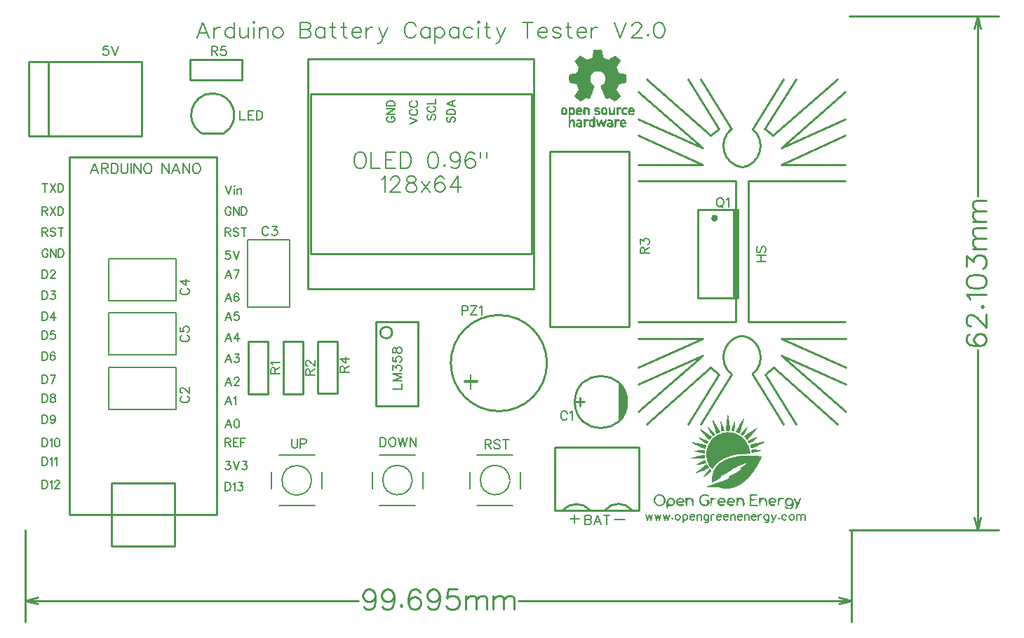
<source format=gto>
G04 Layer: TopSilkLayer*
G04 EasyEDA v6.2.46, 2019-11-10T15:39:34+05:30*
G04 8ae749d232974c02949487af05e517e1,699dadb93aee4be8b9b8ad6142c81684,10*
G04 Gerber Generator version 0.2*
G04 Scale: 100 percent, Rotated: No, Reflected: No *
G04 Dimensions in inches *
G04 leading zeros omitted , absolute positions ,2 integer and 4 decimal *
%FSLAX24Y24*%
%MOIN*%
G90*
G70D02*

%ADD10C,0.010000*%
%ADD11C,0.008000*%
%ADD28C,0.007000*%
%ADD29C,0.015748*%
%ADD30C,0.006000*%
%ADD31C,0.005000*%

%LPD*%

%LPD*%
G36*
G01X33389Y5499D02*
G01X33386Y5500D01*
G01X33383Y5499D01*
G01X33380Y5496D01*
G01X33373Y5482D01*
G01X33370Y5472D01*
G01X33368Y5464D01*
G01X33365Y5453D01*
G01X33363Y5439D01*
G01X33360Y5423D01*
G01X33356Y5404D01*
G01X33353Y5383D01*
G01X33350Y5360D01*
G01X33347Y5335D01*
G01X33343Y5309D01*
G01X33339Y5282D01*
G01X33336Y5253D01*
G01X33332Y5224D01*
G01X33329Y5194D01*
G01X33325Y5163D01*
G01X33322Y5133D01*
G01X33318Y5102D01*
G01X33312Y5042D01*
G01X33309Y5013D01*
G01X33306Y4985D01*
G01X33304Y4958D01*
G01X33302Y4933D01*
G01X33300Y4909D01*
G01X33298Y4886D01*
G01X33297Y4866D01*
G01X33296Y4848D01*
G01X33295Y4833D01*
G01X33295Y4821D01*
G01X33296Y4792D01*
G01X33297Y4770D01*
G01X33302Y4754D01*
G01X33310Y4743D01*
G01X33322Y4736D01*
G01X33340Y4732D01*
G01X33364Y4730D01*
G01X33395Y4729D01*
G01X33444Y4729D01*
G01X33454Y4730D01*
G01X33462Y4732D01*
G01X33469Y4735D01*
G01X33475Y4739D01*
G01X33481Y4745D01*
G01X33485Y4752D01*
G01X33488Y4761D01*
G01X33490Y4772D01*
G01X33491Y4786D01*
G01X33491Y4802D01*
G01X33490Y4821D01*
G01X33489Y4842D01*
G01X33487Y4867D01*
G01X33484Y4896D01*
G01X33480Y4928D01*
G01X33476Y4964D01*
G01X33471Y5003D01*
G01X33465Y5048D01*
G01X33459Y5096D01*
G01X33452Y5150D01*
G01X33445Y5198D01*
G01X33439Y5243D01*
G01X33434Y5284D01*
G01X33428Y5321D01*
G01X33423Y5354D01*
G01X33418Y5383D01*
G01X33414Y5409D01*
G01X33410Y5431D01*
G01X33406Y5450D01*
G01X33399Y5478D01*
G01X33396Y5488D01*
G01X33392Y5495D01*
G01X33389Y5499D01*
G37*

%LPD*%
G36*
G01X33710Y5192D02*
G01X33707Y5193D01*
G01X33702Y5190D01*
G01X33697Y5181D01*
G01X33690Y5168D01*
G01X33682Y5149D01*
G01X33673Y5125D01*
G01X33661Y5095D01*
G01X33648Y5059D01*
G01X33631Y5011D01*
G01X33615Y4968D01*
G01X33602Y4930D01*
G01X33581Y4867D01*
G01X33574Y4842D01*
G01X33568Y4820D01*
G01X33564Y4801D01*
G01X33561Y4786D01*
G01X33561Y4761D01*
G01X33564Y4751D01*
G01X33567Y4744D01*
G01X33572Y4737D01*
G01X33579Y4731D01*
G01X33586Y4726D01*
G01X33606Y4715D01*
G01X33623Y4707D01*
G01X33638Y4703D01*
G01X33651Y4703D01*
G01X33663Y4708D01*
G01X33672Y4717D01*
G01X33681Y4731D01*
G01X33689Y4750D01*
G01X33695Y4774D01*
G01X33701Y4803D01*
G01X33706Y4839D01*
G01X33711Y4880D01*
G01X33714Y4905D01*
G01X33716Y4930D01*
G01X33718Y4956D01*
G01X33719Y4982D01*
G01X33721Y5007D01*
G01X33722Y5032D01*
G01X33723Y5055D01*
G01X33723Y5098D01*
G01X33722Y5116D01*
G01X33722Y5132D01*
G01X33721Y5145D01*
G01X33718Y5163D01*
G01X33716Y5177D01*
G01X33714Y5186D01*
G01X33710Y5192D01*
G37*

%LPD*%
G36*
G01X33046Y5215D02*
G01X33044Y5215D01*
G01X33042Y5210D01*
G01X33041Y5201D01*
G01X33040Y5188D01*
G01X33039Y5171D01*
G01X33039Y5151D01*
G01X33040Y5128D01*
G01X33040Y5102D01*
G01X33042Y5073D01*
G01X33043Y5042D01*
G01X33045Y5009D01*
G01X33048Y4975D01*
G01X33050Y4940D01*
G01X33056Y4874D01*
G01X33059Y4844D01*
G01X33062Y4816D01*
G01X33065Y4790D01*
G01X33068Y4767D01*
G01X33070Y4747D01*
G01X33073Y4731D01*
G01X33075Y4719D01*
G01X33077Y4710D01*
G01X33079Y4706D01*
G01X33089Y4703D01*
G01X33109Y4702D01*
G01X33134Y4705D01*
G01X33162Y4711D01*
G01X33232Y4729D01*
G01X33148Y4964D01*
G01X33136Y4996D01*
G01X33125Y5027D01*
G01X33114Y5057D01*
G01X33103Y5085D01*
G01X33093Y5111D01*
G01X33083Y5135D01*
G01X33075Y5156D01*
G01X33067Y5175D01*
G01X33060Y5190D01*
G01X33054Y5203D01*
G01X33050Y5211D01*
G01X33046Y5215D01*
G37*

%LPD*%
G36*
G01X34143Y5299D02*
G01X34134Y5303D01*
G01X34130Y5301D01*
G01X34125Y5297D01*
G01X34118Y5290D01*
G01X34109Y5279D01*
G01X34100Y5267D01*
G01X34088Y5252D01*
G01X34076Y5234D01*
G01X34063Y5215D01*
G01X34048Y5194D01*
G01X34033Y5171D01*
G01X34017Y5146D01*
G01X34001Y5120D01*
G01X33984Y5093D01*
G01X33966Y5064D01*
G01X33930Y5004D01*
G01X33912Y4973D01*
G01X33878Y4915D01*
G01X33862Y4887D01*
G01X33846Y4860D01*
G01X33832Y4835D01*
G01X33818Y4811D01*
G01X33806Y4789D01*
G01X33794Y4769D01*
G01X33784Y4751D01*
G01X33775Y4734D01*
G01X33768Y4721D01*
G01X33762Y4709D01*
G01X33757Y4701D01*
G01X33754Y4692D01*
G01X33761Y4684D01*
G01X33780Y4672D01*
G01X33808Y4657D01*
G01X33843Y4642D01*
G01X33859Y4636D01*
G01X33873Y4630D01*
G01X33886Y4626D01*
G01X33898Y4623D01*
G01X33909Y4621D01*
G01X33918Y4622D01*
G01X33928Y4624D01*
G01X33936Y4629D01*
G01X33945Y4636D01*
G01X33953Y4646D01*
G01X33960Y4659D01*
G01X33968Y4675D01*
G01X33977Y4694D01*
G01X33985Y4717D01*
G01X33994Y4744D01*
G01X34004Y4775D01*
G01X34014Y4810D01*
G01X34025Y4849D01*
G01X34037Y4893D01*
G01X34051Y4942D01*
G01X34061Y4978D01*
G01X34071Y5013D01*
G01X34081Y5047D01*
G01X34090Y5080D01*
G01X34099Y5111D01*
G01X34108Y5141D01*
G01X34115Y5168D01*
G01X34123Y5192D01*
G01X34129Y5213D01*
G01X34135Y5230D01*
G01X34139Y5244D01*
G01X34143Y5253D01*
G01X34148Y5272D01*
G01X34148Y5288D01*
G01X34143Y5299D01*
G37*

%LPD*%
G36*
G01X32660Y5272D02*
G01X32656Y5274D01*
G01X32647Y5270D01*
G01X32643Y5259D01*
G01X32642Y5244D01*
G01X32645Y5224D01*
G01X32647Y5217D01*
G01X32650Y5208D01*
G01X32653Y5196D01*
G01X32657Y5182D01*
G01X32663Y5165D01*
G01X32668Y5146D01*
G01X32674Y5125D01*
G01X32681Y5103D01*
G01X32688Y5078D01*
G01X32696Y5053D01*
G01X32712Y4999D01*
G01X32730Y4941D01*
G01X32748Y4881D01*
G01X32837Y4589D01*
G01X32930Y4628D01*
G01X32965Y4645D01*
G01X32995Y4663D01*
G01X33015Y4678D01*
G01X33022Y4691D01*
G01X33021Y4697D01*
G01X33018Y4707D01*
G01X33011Y4720D01*
G01X33004Y4736D01*
G01X32993Y4755D01*
G01X32982Y4776D01*
G01X32969Y4799D01*
G01X32939Y4851D01*
G01X32922Y4879D01*
G01X32904Y4908D01*
G01X32868Y4968D01*
G01X32830Y5028D01*
G01X32792Y5086D01*
G01X32774Y5114D01*
G01X32756Y5141D01*
G01X32740Y5166D01*
G01X32724Y5189D01*
G01X32709Y5210D01*
G01X32696Y5228D01*
G01X32684Y5244D01*
G01X32674Y5257D01*
G01X32666Y5266D01*
G01X32660Y5272D01*
G37*

%LPD*%
G36*
G01X34322Y4917D02*
G01X34318Y4917D01*
G01X34313Y4914D01*
G01X34304Y4908D01*
G01X34293Y4899D01*
G01X34279Y4888D01*
G01X34263Y4874D01*
G01X34246Y4859D01*
G01X34227Y4841D01*
G01X34207Y4822D01*
G01X34185Y4801D01*
G01X34163Y4779D01*
G01X34140Y4755D01*
G01X34102Y4717D01*
G01X34071Y4685D01*
G01X34046Y4658D01*
G01X34026Y4635D01*
G01X34011Y4616D01*
G01X34001Y4601D01*
G01X33996Y4588D01*
G01X33995Y4577D01*
G01X33997Y4568D01*
G01X34004Y4559D01*
G01X34013Y4550D01*
G01X34025Y4541D01*
G01X34048Y4525D01*
G01X34070Y4512D01*
G01X34088Y4503D01*
G01X34100Y4500D01*
G01X34105Y4503D01*
G01X34113Y4511D01*
G01X34122Y4524D01*
G01X34134Y4542D01*
G01X34147Y4563D01*
G01X34162Y4587D01*
G01X34177Y4613D01*
G01X34193Y4642D01*
G01X34210Y4672D01*
G01X34226Y4702D01*
G01X34242Y4733D01*
G01X34257Y4763D01*
G01X34272Y4792D01*
G01X34285Y4820D01*
G01X34297Y4845D01*
G01X34307Y4867D01*
G01X34315Y4886D01*
G01X34320Y4901D01*
G01X34322Y4912D01*
G01X34322Y4917D01*
G37*

%LPD*%
G36*
G01X32453Y4900D02*
G01X32445Y4901D01*
G01X32439Y4900D01*
G01X32435Y4894D01*
G01X32434Y4886D01*
G01X32437Y4875D01*
G01X32458Y4833D01*
G01X32473Y4807D01*
G01X32482Y4792D01*
G01X32494Y4771D01*
G01X32508Y4748D01*
G01X32523Y4722D01*
G01X32539Y4694D01*
G01X32573Y4636D01*
G01X32589Y4607D01*
G01X32612Y4567D01*
G01X32632Y4536D01*
G01X32648Y4514D01*
G01X32663Y4499D01*
G01X32677Y4491D01*
G01X32690Y4489D01*
G01X32706Y4492D01*
G01X32722Y4500D01*
G01X32737Y4509D01*
G01X32750Y4518D01*
G01X32760Y4527D01*
G01X32767Y4536D01*
G01X32772Y4546D01*
G01X32773Y4557D01*
G01X32772Y4569D01*
G01X32769Y4582D01*
G01X32762Y4597D01*
G01X32752Y4613D01*
G01X32739Y4630D01*
G01X32723Y4650D01*
G01X32704Y4672D01*
G01X32682Y4696D01*
G01X32656Y4723D01*
G01X32627Y4752D01*
G01X32594Y4784D01*
G01X32564Y4812D01*
G01X32538Y4836D01*
G01X32515Y4857D01*
G01X32496Y4873D01*
G01X32478Y4885D01*
G01X32464Y4894D01*
G01X32453Y4900D01*
G37*

%LPD*%
G36*
G01X34797Y4899D02*
G01X34796Y4900D01*
G01X34792Y4899D01*
G01X34785Y4896D01*
G01X34775Y4890D01*
G01X34763Y4883D01*
G01X34747Y4873D01*
G01X34730Y4863D01*
G01X34710Y4850D01*
G01X34665Y4820D01*
G01X34640Y4803D01*
G01X34614Y4785D01*
G01X34586Y4766D01*
G01X34557Y4746D01*
G01X34527Y4726D01*
G01X34496Y4704D01*
G01X34464Y4682D01*
G01X34157Y4464D01*
G01X34217Y4380D01*
G01X34242Y4348D01*
G01X34265Y4323D01*
G01X34285Y4308D01*
G01X34299Y4305D01*
G01X34303Y4307D01*
G01X34310Y4313D01*
G01X34345Y4348D01*
G01X34360Y4365D01*
G01X34377Y4383D01*
G01X34395Y4404D01*
G01X34415Y4426D01*
G01X34435Y4449D01*
G01X34457Y4474D01*
G01X34479Y4500D01*
G01X34502Y4526D01*
G01X34524Y4553D01*
G01X34547Y4580D01*
G01X34571Y4608D01*
G01X34593Y4636D01*
G01X34616Y4663D01*
G01X34638Y4690D01*
G01X34660Y4716D01*
G01X34680Y4741D01*
G01X34699Y4765D01*
G01X34718Y4788D01*
G01X34734Y4810D01*
G01X34749Y4829D01*
G01X34763Y4847D01*
G01X34774Y4863D01*
G01X34783Y4876D01*
G01X34790Y4886D01*
G01X34795Y4894D01*
G01X34797Y4899D01*
G37*

%LPD*%
G36*
G01X32084Y4814D02*
G01X32080Y4815D01*
G01X32073Y4814D01*
G01X32067Y4810D01*
G01X32063Y4805D01*
G01X32061Y4798D01*
G01X32067Y4786D01*
G01X32075Y4776D01*
G01X32084Y4763D01*
G01X32096Y4748D01*
G01X32110Y4730D01*
G01X32126Y4710D01*
G01X32143Y4689D01*
G01X32162Y4666D01*
G01X32182Y4642D01*
G01X32203Y4617D01*
G01X32225Y4592D01*
G01X32247Y4566D01*
G01X32293Y4514D01*
G01X32315Y4488D01*
G01X32337Y4463D01*
G01X32359Y4439D01*
G01X32380Y4415D01*
G01X32399Y4394D01*
G01X32418Y4374D01*
G01X32435Y4355D01*
G01X32450Y4339D01*
G01X32475Y4314D01*
G01X32484Y4306D01*
G01X32490Y4301D01*
G01X32494Y4299D01*
G01X32507Y4305D01*
G01X32528Y4321D01*
G01X32552Y4344D01*
G01X32578Y4371D01*
G01X32602Y4398D01*
G01X32621Y4423D01*
G01X32632Y4442D01*
G01X32633Y4452D01*
G01X32624Y4458D01*
G01X32613Y4467D01*
G01X32599Y4477D01*
G01X32583Y4488D01*
G01X32564Y4501D01*
G01X32543Y4515D01*
G01X32521Y4530D01*
G01X32497Y4546D01*
G01X32472Y4563D01*
G01X32447Y4581D01*
G01X32420Y4598D01*
G01X32393Y4617D01*
G01X32365Y4635D01*
G01X32338Y4653D01*
G01X32310Y4671D01*
G01X32284Y4688D01*
G01X32257Y4706D01*
G01X32232Y4722D01*
G01X32208Y4738D01*
G01X32185Y4752D01*
G01X32164Y4766D01*
G01X32144Y4778D01*
G01X32127Y4789D01*
G01X32112Y4798D01*
G01X32100Y4805D01*
G01X32090Y4811D01*
G01X32084Y4814D01*
G37*

%LPD*%
G36*
G01X34746Y4437D02*
G01X34736Y4437D01*
G01X34723Y4434D01*
G01X34705Y4428D01*
G01X34682Y4420D01*
G01X34654Y4409D01*
G01X34619Y4394D01*
G01X34578Y4377D01*
G01X34529Y4356D01*
G01X34492Y4339D01*
G01X34456Y4322D01*
G01X34424Y4306D01*
G01X34396Y4291D01*
G01X34372Y4278D01*
G01X34353Y4266D01*
G01X34341Y4257D01*
G01X34335Y4250D01*
G01X34335Y4236D01*
G01X34340Y4217D01*
G01X34350Y4196D01*
G01X34364Y4175D01*
G01X34372Y4164D01*
G01X34380Y4156D01*
G01X34388Y4151D01*
G01X34398Y4148D01*
G01X34409Y4149D01*
G01X34422Y4153D01*
G01X34438Y4160D01*
G01X34457Y4171D01*
G01X34481Y4186D01*
G01X34508Y4206D01*
G01X34541Y4229D01*
G01X34579Y4257D01*
G01X34615Y4285D01*
G01X34649Y4311D01*
G01X34679Y4336D01*
G01X34706Y4359D01*
G01X34727Y4379D01*
G01X34744Y4396D01*
G01X34755Y4409D01*
G01X34758Y4416D01*
G01X34757Y4425D01*
G01X34756Y4431D01*
G01X34752Y4435D01*
G01X34746Y4437D01*
G37*

%LPD*%
G36*
G01X32020Y4413D02*
G01X32015Y4413D01*
G01X32010Y4412D01*
G01X32007Y4407D01*
G01X32005Y4401D01*
G01X32005Y4392D01*
G01X32007Y4388D01*
G01X32014Y4380D01*
G01X32025Y4370D01*
G01X32039Y4357D01*
G01X32056Y4342D01*
G01X32076Y4326D01*
G01X32098Y4308D01*
G01X32121Y4289D01*
G01X32146Y4269D01*
G01X32172Y4250D01*
G01X32224Y4210D01*
G01X32250Y4191D01*
G01X32274Y4173D01*
G01X32297Y4156D01*
G01X32318Y4141D01*
G01X32338Y4128D01*
G01X32354Y4117D01*
G01X32367Y4109D01*
G01X32377Y4105D01*
G01X32387Y4107D01*
G01X32400Y4120D01*
G01X32414Y4141D01*
G01X32429Y4169D01*
G01X32439Y4192D01*
G01X32444Y4210D01*
G01X32445Y4225D01*
G01X32441Y4237D01*
G01X32430Y4249D01*
G01X32413Y4260D01*
G01X32388Y4273D01*
G01X32355Y4287D01*
G01X32332Y4297D01*
G01X32308Y4307D01*
G01X32282Y4317D01*
G01X32256Y4328D01*
G01X32228Y4338D01*
G01X32201Y4349D01*
G01X32174Y4359D01*
G01X32148Y4369D01*
G01X32123Y4378D01*
G01X32100Y4386D01*
G01X32078Y4394D01*
G01X32059Y4401D01*
G01X32043Y4406D01*
G01X32030Y4410D01*
G01X32020Y4413D01*
G37*

%LPD*%
G36*
G01X35114Y4209D02*
G01X35089Y4209D01*
G01X35072Y4207D01*
G01X35052Y4205D01*
G01X35029Y4202D01*
G01X35001Y4198D01*
G01X34969Y4192D01*
G01X34934Y4186D01*
G01X34893Y4178D01*
G01X34798Y4159D01*
G01X34744Y4148D01*
G01X34705Y4140D01*
G01X34667Y4132D01*
G01X34631Y4125D01*
G01X34598Y4117D01*
G01X34567Y4111D01*
G01X34538Y4105D01*
G01X34513Y4099D01*
G01X34491Y4094D01*
G01X34473Y4089D01*
G01X34460Y4086D01*
G01X34451Y4083D01*
G01X34447Y4082D01*
G01X34441Y4067D01*
G01X34441Y4043D01*
G01X34448Y4013D01*
G01X34458Y3981D01*
G01X34472Y3950D01*
G01X34487Y3923D01*
G01X34503Y3904D01*
G01X34517Y3897D01*
G01X34524Y3898D01*
G01X34534Y3901D01*
G01X34548Y3906D01*
G01X34565Y3913D01*
G01X34585Y3921D01*
G01X34608Y3930D01*
G01X34632Y3941D01*
G01X34659Y3953D01*
G01X34687Y3966D01*
G01X34716Y3980D01*
G01X34747Y3994D01*
G01X34778Y4009D01*
G01X34841Y4040D01*
G01X34873Y4055D01*
G01X34904Y4071D01*
G01X34934Y4086D01*
G01X34963Y4101D01*
G01X34991Y4115D01*
G01X35017Y4129D01*
G01X35042Y4142D01*
G01X35064Y4154D01*
G01X35083Y4165D01*
G01X35099Y4175D01*
G01X35113Y4183D01*
G01X35123Y4190D01*
G01X35129Y4195D01*
G01X35131Y4199D01*
G01X35130Y4203D01*
G01X35127Y4205D01*
G01X35122Y4208D01*
G01X35114Y4209D01*
G37*

%LPD*%
G36*
G01X31694Y4182D02*
G01X31682Y4182D01*
G01X31673Y4181D01*
G01X31667Y4180D01*
G01X31663Y4177D01*
G01X31660Y4174D01*
G01X31660Y4170D01*
G01X31661Y4167D01*
G01X31667Y4163D01*
G01X31676Y4158D01*
G01X31688Y4151D01*
G01X31703Y4143D01*
G01X31721Y4134D01*
G01X31740Y4123D01*
G01X31786Y4100D01*
G01X31811Y4087D01*
G01X31838Y4074D01*
G01X31866Y4060D01*
G01X31895Y4046D01*
G01X31925Y4032D01*
G01X31954Y4018D01*
G01X32014Y3990D01*
G01X32043Y3977D01*
G01X32072Y3963D01*
G01X32100Y3951D01*
G01X32126Y3939D01*
G01X32151Y3928D01*
G01X32175Y3917D01*
G01X32197Y3908D01*
G01X32216Y3900D01*
G01X32233Y3893D01*
G01X32247Y3888D01*
G01X32259Y3884D01*
G01X32283Y3880D01*
G01X32303Y3884D01*
G01X32317Y3896D01*
G01X32327Y3918D01*
G01X32334Y3941D01*
G01X32343Y3968D01*
G01X32352Y3993D01*
G01X32361Y4015D01*
G01X32363Y4023D01*
G01X32364Y4029D01*
G01X32363Y4036D01*
G01X32359Y4042D01*
G01X32353Y4048D01*
G01X32344Y4053D01*
G01X32332Y4059D01*
G01X32318Y4065D01*
G01X32299Y4071D01*
G01X32277Y4077D01*
G01X32251Y4083D01*
G01X32221Y4090D01*
G01X32186Y4097D01*
G01X32147Y4105D01*
G01X32103Y4114D01*
G01X32053Y4123D01*
G01X31992Y4134D01*
G01X31938Y4144D01*
G01X31889Y4153D01*
G01X31847Y4161D01*
G01X31810Y4167D01*
G01X31778Y4172D01*
G01X31751Y4176D01*
G01X31728Y4179D01*
G01X31709Y4181D01*
G01X31694Y4182D01*
G37*

%LPD*%
G36*
G01X34636Y3838D02*
G01X34594Y3838D01*
G01X34562Y3837D01*
G01X34538Y3834D01*
G01X34521Y3829D01*
G01X34510Y3820D01*
G01X34504Y3808D01*
G01X34501Y3791D01*
G01X34500Y3770D01*
G01X34502Y3742D01*
G01X34506Y3717D01*
G01X34513Y3698D01*
G01X34521Y3688D01*
G01X34527Y3686D01*
G01X34536Y3686D01*
G01X34549Y3687D01*
G01X34566Y3689D01*
G01X34585Y3692D01*
G01X34608Y3696D01*
G01X34634Y3701D01*
G01X34661Y3706D01*
G01X34690Y3712D01*
G01X34721Y3719D01*
G01X34754Y3726D01*
G01X34787Y3734D01*
G01X35031Y3794D01*
G01X34902Y3815D01*
G01X34883Y3817D01*
G01X34841Y3823D01*
G01X34818Y3826D01*
G01X34722Y3834D01*
G01X34699Y3835D01*
G01X34677Y3836D01*
G01X34656Y3837D01*
G01X34636Y3838D01*
G37*

%LPD*%
G36*
G01X32291Y3722D02*
G01X32291Y3811D01*
G01X32111Y3807D01*
G01X32086Y3807D01*
G01X32034Y3805D01*
G01X31981Y3801D01*
G01X31956Y3800D01*
G01X31931Y3797D01*
G01X31907Y3795D01*
G01X31885Y3793D01*
G01X31865Y3790D01*
G01X31847Y3788D01*
G01X31832Y3786D01*
G01X31811Y3782D01*
G01X31795Y3778D01*
G01X31784Y3775D01*
G01X31778Y3771D01*
G01X31779Y3767D01*
G01X31785Y3762D01*
G01X31798Y3757D01*
G01X31817Y3751D01*
G01X31844Y3744D01*
G01X31878Y3736D01*
G01X31921Y3727D01*
G01X31971Y3716D01*
G01X32004Y3709D01*
G01X32036Y3701D01*
G01X32067Y3694D01*
G01X32097Y3687D01*
G01X32126Y3681D01*
G01X32152Y3674D01*
G01X32176Y3669D01*
G01X32198Y3663D01*
G01X32216Y3658D01*
G01X32231Y3654D01*
G01X32243Y3651D01*
G01X32251Y3648D01*
G01X32269Y3646D01*
G01X32282Y3657D01*
G01X32289Y3682D01*
G01X32291Y3722D01*
G37*

%LPD*%
G36*
G01X32264Y3591D02*
G01X32252Y3591D01*
G01X32237Y3589D01*
G01X32216Y3586D01*
G01X32192Y3582D01*
G01X32164Y3576D01*
G01X32132Y3570D01*
G01X32098Y3563D01*
G01X32061Y3555D01*
G01X32022Y3546D01*
G01X31858Y3505D01*
G01X31819Y3494D01*
G01X31782Y3484D01*
G01X31748Y3475D01*
G01X31717Y3466D01*
G01X31689Y3457D01*
G01X31665Y3450D01*
G01X31644Y3443D01*
G01X31629Y3437D01*
G01X31618Y3433D01*
G01X31613Y3429D01*
G01X31612Y3427D01*
G01X31616Y3425D01*
G01X31622Y3423D01*
G01X31632Y3421D01*
G01X31646Y3420D01*
G01X31661Y3418D01*
G01X31680Y3417D01*
G01X31701Y3415D01*
G01X31725Y3414D01*
G01X31750Y3413D01*
G01X31778Y3412D01*
G01X31808Y3411D01*
G01X31839Y3410D01*
G01X31872Y3410D01*
G01X31906Y3409D01*
G01X32291Y3409D01*
G01X32291Y3494D01*
G01X32289Y3528D01*
G01X32285Y3557D01*
G01X32278Y3579D01*
G01X32269Y3590D01*
G01X32264Y3591D01*
G37*

%LPD*%
G36*
G01X32339Y3269D02*
G01X32305Y3344D01*
G01X32084Y3241D01*
G01X32026Y3212D01*
G01X31998Y3199D01*
G01X31972Y3185D01*
G01X31949Y3173D01*
G01X31928Y3161D01*
G01X31909Y3150D01*
G01X31893Y3140D01*
G01X31880Y3132D01*
G01X31870Y3125D01*
G01X31864Y3119D01*
G01X31862Y3115D01*
G01X31863Y3111D01*
G01X31868Y3108D01*
G01X31877Y3107D01*
G01X31889Y3105D01*
G01X31904Y3106D01*
G01X31922Y3107D01*
G01X31943Y3109D01*
G01X31967Y3111D01*
G01X31993Y3115D01*
G01X32022Y3119D01*
G01X32053Y3125D01*
G01X32086Y3131D01*
G01X32122Y3138D01*
G01X32159Y3146D01*
G01X32198Y3154D01*
G01X32238Y3163D01*
G01X32281Y3173D01*
G01X32314Y3182D01*
G01X32336Y3191D01*
G01X32350Y3200D01*
G01X32356Y3211D01*
G01X32355Y3226D01*
G01X32349Y3245D01*
G01X32339Y3269D01*
G37*

%LPD*%
G36*
G01X33396Y4665D02*
G01X33321Y4665D01*
G01X33296Y4663D01*
G01X33272Y4661D01*
G01X33247Y4659D01*
G01X33223Y4655D01*
G01X33200Y4651D01*
G01X33176Y4646D01*
G01X33156Y4642D01*
G01X33134Y4636D01*
G01X33112Y4629D01*
G01X33066Y4613D01*
G01X33043Y4604D01*
G01X33018Y4594D01*
G01X32994Y4583D01*
G01X32970Y4571D01*
G01X32945Y4559D01*
G01X32921Y4547D01*
G01X32897Y4534D01*
G01X32873Y4520D01*
G01X32849Y4507D01*
G01X32826Y4492D01*
G01X32803Y4478D01*
G01X32781Y4463D01*
G01X32760Y4448D01*
G01X32740Y4434D01*
G01X32720Y4419D01*
G01X32702Y4404D01*
G01X32685Y4389D01*
G01X32669Y4375D01*
G01X32654Y4360D01*
G01X32606Y4306D01*
G01X32590Y4287D01*
G01X32562Y4249D01*
G01X32548Y4229D01*
G01X32509Y4169D01*
G01X32497Y4148D01*
G01X32486Y4127D01*
G01X32475Y4105D01*
G01X32465Y4084D01*
G01X32445Y4040D01*
G01X32436Y4018D01*
G01X32428Y3996D01*
G01X32420Y3973D01*
G01X32412Y3951D01*
G01X32405Y3928D01*
G01X32387Y3859D01*
G01X32382Y3835D01*
G01X32378Y3812D01*
G01X32374Y3788D01*
G01X32370Y3765D01*
G01X32367Y3741D01*
G01X32365Y3717D01*
G01X32363Y3694D01*
G01X32361Y3670D01*
G01X32360Y3646D01*
G01X32360Y3575D01*
G01X32361Y3551D01*
G01X32365Y3503D01*
G01X32368Y3480D01*
G01X32371Y3456D01*
G01X32375Y3432D01*
G01X32379Y3409D01*
G01X32389Y3363D01*
G01X32395Y3339D01*
G01X32401Y3316D01*
G01X32408Y3294D01*
G01X32424Y3248D01*
G01X32432Y3226D01*
G01X32441Y3204D01*
G01X32461Y3160D01*
G01X32472Y3139D01*
G01X32483Y3117D01*
G01X32502Y3084D01*
G01X32519Y3054D01*
G01X32535Y3027D01*
G01X32550Y3004D01*
G01X32564Y2984D01*
G01X32578Y2967D01*
G01X32590Y2953D01*
G01X32602Y2943D01*
G01X32613Y2935D01*
G01X32623Y2931D01*
G01X32633Y2929D01*
G01X32642Y2930D01*
G01X32651Y2934D01*
G01X32659Y2942D01*
G01X32667Y2951D01*
G01X32675Y2963D01*
G01X32685Y2981D01*
G01X32709Y3017D01*
G01X32722Y3034D01*
G01X32735Y3052D01*
G01X32765Y3088D01*
G01X32781Y3105D01*
G01X32797Y3123D01*
G01X32814Y3140D01*
G01X32831Y3158D01*
G01X32850Y3175D01*
G01X32868Y3192D01*
G01X32888Y3209D01*
G01X32907Y3226D01*
G01X32927Y3242D01*
G01X32969Y3274D01*
G01X32991Y3290D01*
G01X33035Y3320D01*
G01X33057Y3334D01*
G01X33103Y3362D01*
G01X33126Y3375D01*
G01X33150Y3388D01*
G01X33173Y3401D01*
G01X33197Y3412D01*
G01X33218Y3422D01*
G01X33259Y3442D01*
G01X33301Y3459D01*
G01X33321Y3468D01*
G01X33342Y3476D01*
G01X33362Y3484D01*
G01X33383Y3492D01*
G01X33424Y3507D01*
G01X33444Y3514D01*
G01X33486Y3528D01*
G01X33507Y3534D01*
G01X33529Y3540D01*
G01X33550Y3546D01*
G01X33571Y3551D01*
G01X33593Y3557D01*
G01X33637Y3567D01*
G01X33660Y3572D01*
G01X33683Y3576D01*
G01X33706Y3581D01*
G01X33729Y3585D01*
G01X33777Y3593D01*
G01X33802Y3597D01*
G01X33827Y3600D01*
G01X33852Y3604D01*
G01X33904Y3610D01*
G01X33931Y3613D01*
G01X33959Y3615D01*
G01X33986Y3618D01*
G01X34015Y3621D01*
G01X34073Y3625D01*
G01X34103Y3627D01*
G01X34134Y3629D01*
G01X34443Y3648D01*
G01X34443Y3724D01*
G01X34441Y3762D01*
G01X34439Y3782D01*
G01X34436Y3801D01*
G01X34428Y3843D01*
G01X34423Y3864D01*
G01X34417Y3885D01*
G01X34403Y3929D01*
G01X34395Y3951D01*
G01X34386Y3973D01*
G01X34377Y3996D01*
G01X34357Y4040D01*
G01X34346Y4063D01*
G01X34335Y4085D01*
G01X34322Y4107D01*
G01X34310Y4130D01*
G01X34297Y4152D01*
G01X34283Y4174D01*
G01X34269Y4195D01*
G01X34255Y4217D01*
G01X34225Y4259D01*
G01X34193Y4299D01*
G01X34177Y4318D01*
G01X34160Y4337D01*
G01X34126Y4373D01*
G01X34109Y4390D01*
G01X34092Y4406D01*
G01X34056Y4436D01*
G01X34037Y4451D01*
G01X34018Y4465D01*
G01X33998Y4479D01*
G01X33956Y4505D01*
G01X33935Y4517D01*
G01X33913Y4529D01*
G01X33891Y4540D01*
G01X33845Y4562D01*
G01X33822Y4572D01*
G01X33798Y4582D01*
G01X33750Y4600D01*
G01X33726Y4608D01*
G01X33701Y4615D01*
G01X33676Y4623D01*
G01X33626Y4635D01*
G01X33600Y4641D01*
G01X33575Y4646D01*
G01X33549Y4650D01*
G01X33524Y4654D01*
G01X33472Y4660D01*
G01X33447Y4663D01*
G01X33422Y4664D01*
G01X33396Y4665D01*
G37*

%LPD*%
G36*
G01X32387Y3142D02*
G01X32377Y3149D01*
G01X32374Y3147D01*
G01X32368Y3144D01*
G01X32360Y3138D01*
G01X32349Y3130D01*
G01X32336Y3121D01*
G01X32321Y3110D01*
G01X32303Y3097D01*
G01X32285Y3083D01*
G01X32264Y3067D01*
G01X32241Y3050D01*
G01X32217Y3032D01*
G01X32192Y3012D01*
G01X32166Y2992D01*
G01X32139Y2971D01*
G01X32111Y2949D01*
G01X32082Y2927D01*
G01X32054Y2904D01*
G01X32027Y2882D01*
G01X32000Y2861D01*
G01X31952Y2821D01*
G01X31930Y2803D01*
G01X31910Y2785D01*
G01X31892Y2769D01*
G01X31876Y2754D01*
G01X31861Y2741D01*
G01X31850Y2729D01*
G01X31840Y2719D01*
G01X31833Y2711D01*
G01X31828Y2705D01*
G01X31827Y2700D01*
G01X31828Y2698D01*
G01X31832Y2698D01*
G01X31840Y2701D01*
G01X31852Y2704D01*
G01X31868Y2709D01*
G01X31886Y2716D01*
G01X31908Y2724D01*
G01X31932Y2733D01*
G01X31958Y2743D01*
G01X31986Y2753D01*
G01X32016Y2765D01*
G01X32047Y2778D01*
G01X32113Y2803D01*
G01X32146Y2817D01*
G01X32179Y2830D01*
G01X32213Y2844D01*
G01X32245Y2858D01*
G01X32277Y2871D01*
G01X32308Y2884D01*
G01X32337Y2897D01*
G01X32365Y2909D01*
G01X32391Y2920D01*
G01X32414Y2930D01*
G01X32435Y2940D01*
G01X32453Y2948D01*
G01X32467Y2955D01*
G01X32478Y2961D01*
G01X32485Y2966D01*
G01X32485Y2976D01*
G01X32476Y2998D01*
G01X32461Y3028D01*
G01X32442Y3061D01*
G01X32422Y3094D01*
G01X32402Y3123D01*
G01X32387Y3142D01*
G37*

%LPD*%
G36*
G01X32532Y2919D02*
G01X32520Y2922D01*
G01X32516Y2920D01*
G01X32510Y2915D01*
G01X32501Y2907D01*
G01X32490Y2896D01*
G01X32477Y2882D01*
G01X32462Y2867D01*
G01X32446Y2849D01*
G01X32429Y2829D01*
G01X32410Y2807D01*
G01X32390Y2784D01*
G01X32350Y2734D01*
G01X32329Y2709D01*
G01X32310Y2684D01*
G01X32292Y2660D01*
G01X32275Y2638D01*
G01X32259Y2617D01*
G01X32246Y2598D01*
G01X32234Y2581D01*
G01X32225Y2566D01*
G01X32217Y2553D01*
G01X32212Y2544D01*
G01X32210Y2537D01*
G01X32210Y2534D01*
G01X32216Y2533D01*
G01X32227Y2536D01*
G01X32241Y2542D01*
G01X32260Y2552D01*
G01X32281Y2564D01*
G01X32305Y2579D01*
G01X32331Y2596D01*
G01X32359Y2615D01*
G01X32388Y2634D01*
G01X32416Y2655D01*
G01X32445Y2676D01*
G01X32473Y2697D01*
G01X32500Y2717D01*
G01X32525Y2737D01*
G01X32547Y2756D01*
G01X32567Y2773D01*
G01X32584Y2789D01*
G01X32596Y2802D01*
G01X32604Y2812D01*
G01X32606Y2819D01*
G01X32604Y2834D01*
G01X32597Y2850D01*
G01X32587Y2867D01*
G01X32574Y2884D01*
G01X32560Y2899D01*
G01X32546Y2911D01*
G01X32532Y2919D01*
G37*

%LPD*%
G36*
G01X34322Y3545D02*
G01X34139Y3545D01*
G01X34111Y3544D01*
G01X34085Y3544D01*
G01X34060Y3543D01*
G01X34037Y3543D01*
G01X34015Y3542D01*
G01X33977Y3540D01*
G01X33961Y3539D01*
G01X33947Y3538D01*
G01X33936Y3537D01*
G01X33926Y3535D01*
G01X33892Y3529D01*
G01X33826Y3517D01*
G01X33762Y3503D01*
G01X33731Y3496D01*
G01X33701Y3490D01*
G01X33671Y3482D01*
G01X33641Y3475D01*
G01X33612Y3468D01*
G01X33584Y3461D01*
G01X33528Y3445D01*
G01X33501Y3437D01*
G01X33449Y3421D01*
G01X33423Y3412D01*
G01X33398Y3403D01*
G01X33374Y3394D01*
G01X33350Y3386D01*
G01X33326Y3376D01*
G01X33303Y3367D01*
G01X33280Y3357D01*
G01X33258Y3348D01*
G01X33236Y3338D01*
G01X33215Y3328D01*
G01X33194Y3317D01*
G01X33174Y3307D01*
G01X33134Y3285D01*
G01X33096Y3263D01*
G01X33078Y3251D01*
G01X33060Y3240D01*
G01X33042Y3228D01*
G01X33025Y3215D01*
G01X33008Y3203D01*
G01X32960Y3164D01*
G01X32930Y3138D01*
G01X32915Y3124D01*
G01X32901Y3110D01*
G01X32888Y3095D01*
G01X32874Y3081D01*
G01X32835Y3036D01*
G01X32823Y3020D01*
G01X32811Y3005D01*
G01X32800Y2988D01*
G01X32778Y2956D01*
G01X32767Y2939D01*
G01X32747Y2905D01*
G01X32738Y2886D01*
G01X32718Y2842D01*
G01X32700Y2792D01*
G01X32690Y2765D01*
G01X32681Y2738D01*
G01X32665Y2682D01*
G01X32657Y2655D01*
G01X32650Y2627D01*
G01X32644Y2600D01*
G01X32638Y2574D01*
G01X32634Y2549D01*
G01X32630Y2525D01*
G01X32627Y2503D01*
G01X32624Y2482D01*
G01X32623Y2464D01*
G01X32623Y2448D01*
G01X32626Y2401D01*
G01X32628Y2362D01*
G01X32630Y2331D01*
G01X32632Y2307D01*
G01X32636Y2290D01*
G01X32641Y2280D01*
G01X32648Y2275D01*
G01X32657Y2275D01*
G01X32669Y2278D01*
G01X32685Y2286D01*
G01X32704Y2297D01*
G01X32727Y2311D01*
G01X32747Y2322D01*
G01X32770Y2336D01*
G01X32795Y2350D01*
G01X32820Y2365D01*
G01X32846Y2381D01*
G01X32870Y2396D01*
G01X32893Y2411D01*
G01X32914Y2425D01*
G01X32934Y2438D01*
G01X32974Y2462D01*
G01X32992Y2473D01*
G01X33009Y2483D01*
G01X33024Y2491D01*
G01X33036Y2497D01*
G01X33045Y2501D01*
G01X33060Y2509D01*
G01X33065Y2518D01*
G01X33060Y2528D01*
G01X33045Y2540D01*
G01X33042Y2544D01*
G01X33042Y2549D01*
G01X33044Y2554D01*
G01X33049Y2561D01*
G01X33056Y2569D01*
G01X33066Y2577D01*
G01X33079Y2587D01*
G01X33094Y2598D01*
G01X33112Y2609D01*
G01X33133Y2622D01*
G01X33156Y2636D01*
G01X33182Y2651D01*
G01X33210Y2667D01*
G01X33241Y2684D01*
G01X33275Y2702D01*
G01X33311Y2721D01*
G01X33343Y2737D01*
G01X33373Y2753D01*
G01X33402Y2769D01*
G01X33429Y2784D01*
G01X33455Y2800D01*
G01X33479Y2814D01*
G01X33502Y2828D01*
G01X33522Y2841D01*
G01X33540Y2853D01*
G01X33556Y2865D01*
G01X33570Y2875D01*
G01X33581Y2884D01*
G01X33590Y2892D01*
G01X33596Y2899D01*
G01X33599Y2905D01*
G01X33600Y2909D01*
G01X33600Y2913D01*
G01X33605Y2918D01*
G01X33613Y2924D01*
G01X33625Y2932D01*
G01X33639Y2940D01*
G01X33656Y2950D01*
G01X33677Y2960D01*
G01X33723Y2983D01*
G01X33749Y2995D01*
G01X33777Y3008D01*
G01X33806Y3021D01*
G01X33836Y3035D01*
G01X33867Y3048D01*
G01X33898Y3062D01*
G01X33963Y3089D01*
G01X33994Y3102D01*
G01X34026Y3115D01*
G01X34057Y3127D01*
G01X34087Y3138D01*
G01X34116Y3149D01*
G01X34143Y3159D01*
G01X34169Y3169D01*
G01X34193Y3177D01*
G01X34215Y3184D01*
G01X34235Y3190D01*
G01X34252Y3195D01*
G01X34267Y3198D01*
G01X34278Y3200D01*
G01X34285Y3200D01*
G01X34290Y3199D01*
G01X34289Y3194D01*
G01X34282Y3186D01*
G01X34269Y3174D01*
G01X34252Y3160D01*
G01X34230Y3143D01*
G01X34204Y3124D01*
G01X34175Y3104D01*
G01X34144Y3082D01*
G01X34102Y3055D01*
G01X34066Y3030D01*
G01X34036Y3007D01*
G01X34011Y2988D01*
G01X33992Y2972D01*
G01X33979Y2958D01*
G01X33970Y2946D01*
G01X33967Y2937D01*
G01X33968Y2930D01*
G01X33975Y2926D01*
G01X33986Y2923D01*
G01X34002Y2922D01*
G01X34029Y2921D01*
G01X34036Y2915D01*
G01X34026Y2904D01*
G01X33997Y2883D01*
G01X33984Y2874D01*
G01X33969Y2865D01*
G01X33952Y2854D01*
G01X33933Y2842D01*
G01X33913Y2830D01*
G01X33891Y2817D01*
G01X33868Y2803D01*
G01X33843Y2789D01*
G01X33793Y2759D01*
G01X33766Y2745D01*
G01X33714Y2715D01*
G01X33688Y2701D01*
G01X33663Y2687D01*
G01X33638Y2674D01*
G01X33614Y2661D01*
G01X33591Y2649D01*
G01X33569Y2638D01*
G01X33550Y2627D01*
G01X33531Y2618D01*
G01X33501Y2603D01*
G01X33489Y2598D01*
G01X33461Y2585D01*
G01X33439Y2571D01*
G01X33423Y2559D01*
G01X33413Y2546D01*
G01X33410Y2536D01*
G01X33414Y2528D01*
G01X33425Y2522D01*
G01X33444Y2520D01*
G01X33456Y2519D01*
G01X33463Y2518D01*
G01X33467Y2515D01*
G01X33467Y2510D01*
G01X33464Y2505D01*
G01X33457Y2499D01*
G01X33447Y2492D01*
G01X33434Y2483D01*
G01X33418Y2474D01*
G01X33398Y2465D01*
G01X33376Y2454D01*
G01X33351Y2442D01*
G01X33323Y2430D01*
G01X33292Y2418D01*
G01X33259Y2405D01*
G01X33223Y2391D01*
G01X33127Y2355D01*
G01X33028Y2319D01*
G01X32963Y2294D01*
G01X32931Y2282D01*
G01X32899Y2271D01*
G01X32867Y2259D01*
G01X32836Y2248D01*
G01X32806Y2236D01*
G01X32746Y2214D01*
G01X32690Y2194D01*
G01X32663Y2184D01*
G01X32638Y2175D01*
G01X32613Y2165D01*
G01X32589Y2157D01*
G01X32567Y2149D01*
G01X32546Y2141D01*
G01X32526Y2134D01*
G01X32508Y2128D01*
G01X32491Y2121D01*
G01X32476Y2116D01*
G01X32463Y2111D01*
G01X32451Y2107D01*
G01X32441Y2104D01*
G01X32433Y2101D01*
G01X32427Y2099D01*
G01X32408Y2092D01*
G01X32393Y2086D01*
G01X32383Y2080D01*
G01X32377Y2075D01*
G01X32375Y2070D01*
G01X32377Y2066D01*
G01X32384Y2062D01*
G01X32395Y2059D01*
G01X32409Y2057D01*
G01X32428Y2055D01*
G01X32450Y2053D01*
G01X32477Y2052D01*
G01X32540Y2052D01*
G01X32577Y2053D01*
G01X32618Y2055D01*
G01X32648Y2057D01*
G01X32678Y2057D01*
G01X32707Y2058D01*
G01X32735Y2058D01*
G01X32762Y2057D01*
G01X32814Y2055D01*
G01X32839Y2053D01*
G01X32863Y2051D01*
G01X32909Y2045D01*
G01X32953Y2037D01*
G01X32975Y2032D01*
G01X32996Y2027D01*
G01X33017Y2021D01*
G01X33039Y2015D01*
G01X33089Y2003D01*
G01X33115Y1998D01*
G01X33143Y1993D01*
G01X33170Y1988D01*
G01X33197Y1985D01*
G01X33223Y1981D01*
G01X33273Y1977D01*
G01X33295Y1976D01*
G01X33316Y1975D01*
G01X33336Y1975D01*
G01X33357Y1976D01*
G01X33423Y1982D01*
G01X33445Y1985D01*
G01X33468Y1988D01*
G01X33490Y1992D01*
G01X33559Y2007D01*
G01X33582Y2013D01*
G01X33606Y2020D01*
G01X33629Y2026D01*
G01X33652Y2034D01*
G01X33676Y2041D01*
G01X33699Y2050D01*
G01X33722Y2058D01*
G01X33746Y2067D01*
G01X33769Y2076D01*
G01X33792Y2086D01*
G01X33814Y2095D01*
G01X33837Y2106D01*
G01X33860Y2116D01*
G01X33904Y2138D01*
G01X33925Y2150D01*
G01X33947Y2162D01*
G01X33968Y2174D01*
G01X33988Y2186D01*
G01X34009Y2199D01*
G01X34028Y2212D01*
G01X34048Y2225D01*
G01X34067Y2238D01*
G01X34085Y2252D01*
G01X34103Y2265D01*
G01X34120Y2280D01*
G01X34137Y2294D01*
G01X34153Y2308D01*
G01X34169Y2323D01*
G01X34193Y2345D01*
G01X34215Y2365D01*
G01X34237Y2384D01*
G01X34256Y2401D01*
G01X34274Y2415D01*
G01X34288Y2425D01*
G01X34298Y2432D01*
G01X34305Y2434D01*
G01X34309Y2435D01*
G01X34314Y2439D01*
G01X34321Y2444D01*
G01X34329Y2453D01*
G01X34338Y2462D01*
G01X34349Y2474D01*
G01X34360Y2488D01*
G01X34373Y2503D01*
G01X34387Y2520D01*
G01X34402Y2538D01*
G01X34417Y2557D01*
G01X34433Y2578D01*
G01X34467Y2622D01*
G01X34484Y2645D01*
G01X34502Y2669D01*
G01X34520Y2694D01*
G01X34539Y2719D01*
G01X34557Y2744D01*
G01X34593Y2796D01*
G01X34611Y2821D01*
G01X34629Y2847D01*
G01X34647Y2872D01*
G01X34664Y2897D01*
G01X34696Y2945D01*
G01X34711Y2968D01*
G01X34725Y2990D01*
G01X34738Y3012D01*
G01X34751Y3032D01*
G01X34762Y3051D01*
G01X34786Y3093D01*
G01X34810Y3134D01*
G01X34831Y3172D01*
G01X34852Y3208D01*
G01X34871Y3242D01*
G01X34888Y3275D01*
G01X34904Y3305D01*
G01X34931Y3359D01*
G01X34942Y3383D01*
G01X34952Y3405D01*
G01X34961Y3425D01*
G01X34968Y3443D01*
G01X34973Y3459D01*
G01X34977Y3473D01*
G01X34980Y3486D01*
G01X34982Y3496D01*
G01X34981Y3505D01*
G01X34980Y3511D01*
G01X34977Y3515D01*
G01X34974Y3517D01*
G01X34968Y3519D01*
G01X34960Y3520D01*
G01X34950Y3522D01*
G01X34937Y3523D01*
G01X34922Y3525D01*
G01X34906Y3526D01*
G01X34886Y3528D01*
G01X34866Y3529D01*
G01X34844Y3531D01*
G01X34820Y3532D01*
G01X34768Y3534D01*
G01X34740Y3536D01*
G01X34711Y3537D01*
G01X34651Y3539D01*
G01X34619Y3540D01*
G01X34587Y3540D01*
G01X34555Y3541D01*
G01X34522Y3542D01*
G01X34488Y3543D01*
G01X34455Y3543D01*
G01X34422Y3544D01*
G01X34355Y3544D01*
G01X34322Y3545D01*
G37*

%LPD*%
G36*
G01X35976Y1540D02*
G01X35945Y1540D01*
G01X35906Y1538D01*
G01X35877Y1537D01*
G01X35850Y1534D01*
G01X35825Y1531D01*
G01X35803Y1528D01*
G01X35784Y1523D01*
G01X35769Y1519D01*
G01X35760Y1515D01*
G01X35755Y1510D01*
G01X35752Y1498D01*
G01X35751Y1481D01*
G01X35750Y1459D01*
G01X35751Y1435D01*
G01X35752Y1409D01*
G01X35753Y1380D01*
G01X35756Y1351D01*
G01X35759Y1321D01*
G01X35763Y1292D01*
G01X35766Y1265D01*
G01X35771Y1240D01*
G01X35775Y1217D01*
G01X35780Y1198D01*
G01X35784Y1184D01*
G01X35789Y1175D01*
G01X35793Y1172D01*
G01X35804Y1182D01*
G01X35812Y1209D01*
G01X35818Y1250D01*
G01X35819Y1300D01*
G01X35821Y1334D01*
G01X35825Y1364D01*
G01X35831Y1391D01*
G01X35841Y1415D01*
G01X35852Y1435D01*
G01X35866Y1452D01*
G01X35882Y1465D01*
G01X35900Y1474D01*
G01X35921Y1480D01*
G01X35943Y1482D01*
G01X35967Y1479D01*
G01X35993Y1473D01*
G01X36018Y1467D01*
G01X36036Y1470D01*
G01X36046Y1480D01*
G01X36049Y1500D01*
G01X36047Y1512D01*
G01X36043Y1521D01*
G01X36034Y1529D01*
G01X36020Y1534D01*
G01X36001Y1538D01*
G01X35976Y1540D01*
G37*

%LPD*%
G36*
G01X35513Y1547D02*
G01X35489Y1548D01*
G01X35466Y1546D01*
G01X35443Y1542D01*
G01X35422Y1536D01*
G01X35401Y1528D01*
G01X35381Y1517D01*
G01X35364Y1505D01*
G01X35349Y1490D01*
G01X35336Y1475D01*
G01X35318Y1443D01*
G01X35308Y1409D01*
G01X35306Y1391D01*
G01X35305Y1373D01*
G01X35306Y1355D01*
G01X35308Y1337D01*
G01X35312Y1319D01*
G01X35317Y1301D01*
G01X35324Y1284D01*
G01X35332Y1267D01*
G01X35341Y1251D01*
G01X35351Y1236D01*
G01X35362Y1222D01*
G01X35375Y1208D01*
G01X35388Y1196D01*
G01X35402Y1185D01*
G01X35416Y1175D01*
G01X35431Y1167D01*
G01X35447Y1160D01*
G01X35464Y1155D01*
G01X35481Y1151D01*
G01X35498Y1150D01*
G01X35516Y1151D01*
G01X35534Y1154D01*
G01X35552Y1159D01*
G01X35581Y1170D01*
G01X35604Y1182D01*
G01X35622Y1193D01*
G01X35633Y1204D01*
G01X35639Y1214D01*
G01X35640Y1223D01*
G01X35635Y1232D01*
G01X35625Y1238D01*
G01X35609Y1244D01*
G01X35588Y1248D01*
G01X35562Y1250D01*
G01X35531Y1249D01*
G01X35504Y1248D01*
G01X35479Y1249D01*
G01X35457Y1251D01*
G01X35439Y1255D01*
G01X35423Y1259D01*
G01X35411Y1265D01*
G01X35402Y1271D01*
G01X35397Y1279D01*
G01X35396Y1288D01*
G01X35400Y1296D01*
G01X35408Y1302D01*
G01X35421Y1307D01*
G01X35440Y1311D01*
G01X35465Y1313D01*
G01X35495Y1315D01*
G01X35531Y1315D01*
G01X35561Y1316D01*
G01X35589Y1317D01*
G01X35613Y1320D01*
G01X35634Y1324D01*
G01X35652Y1329D01*
G01X35667Y1336D01*
G01X35679Y1343D01*
G01X35689Y1352D01*
G01X35696Y1362D01*
G01X35699Y1373D01*
G01X35700Y1386D01*
G01X35698Y1401D01*
G01X35694Y1417D01*
G01X35687Y1434D01*
G01X35677Y1453D01*
G01X35664Y1473D01*
G01X35652Y1489D01*
G01X35637Y1503D01*
G01X35619Y1516D01*
G01X35600Y1526D01*
G01X35580Y1534D01*
G01X35558Y1541D01*
G01X35535Y1545D01*
G01X35513Y1547D01*
G37*

%LPC*%
G36*
G01X35525Y1485D02*
G01X35504Y1487D01*
G01X35485Y1485D01*
G01X35465Y1478D01*
G01X35446Y1468D01*
G01X35428Y1456D01*
G01X35413Y1441D01*
G01X35400Y1426D01*
G01X35392Y1410D01*
G01X35389Y1394D01*
G01X35398Y1386D01*
G01X35423Y1379D01*
G01X35460Y1376D01*
G01X35504Y1377D01*
G01X35545Y1380D01*
G01X35576Y1384D01*
G01X35597Y1390D01*
G01X35610Y1397D01*
G01X35615Y1407D01*
G01X35612Y1419D01*
G01X35602Y1434D01*
G01X35584Y1453D01*
G01X35567Y1466D01*
G01X35547Y1477D01*
G01X35525Y1485D01*
G37*

%LPD*%
G36*
G01X33110Y1551D02*
G01X33087Y1552D01*
G01X33065Y1550D01*
G01X33035Y1543D01*
G01X33003Y1533D01*
G01X32976Y1521D01*
G01X32955Y1507D01*
G01X32938Y1492D01*
G01X32924Y1476D01*
G01X32913Y1459D01*
G01X32903Y1442D01*
G01X32896Y1424D01*
G01X32890Y1405D01*
G01X32887Y1386D01*
G01X32886Y1367D01*
G01X32886Y1348D01*
G01X32888Y1329D01*
G01X32892Y1310D01*
G01X32898Y1292D01*
G01X32905Y1274D01*
G01X32913Y1257D01*
G01X32923Y1240D01*
G01X32934Y1225D01*
G01X32946Y1210D01*
G01X32960Y1197D01*
G01X32975Y1185D01*
G01X32990Y1174D01*
G01X33007Y1165D01*
G01X33024Y1158D01*
G01X33043Y1153D01*
G01X33061Y1150D01*
G01X33081Y1148D01*
G01X33101Y1150D01*
G01X33122Y1153D01*
G01X33143Y1159D01*
G01X33172Y1171D01*
G01X33196Y1183D01*
G01X33214Y1194D01*
G01X33226Y1206D01*
G01X33232Y1216D01*
G01X33232Y1226D01*
G01X33228Y1235D01*
G01X33217Y1242D01*
G01X33201Y1247D01*
G01X33180Y1251D01*
G01X33153Y1253D01*
G01X33121Y1251D01*
G01X33094Y1250D01*
G01X33069Y1251D01*
G01X33047Y1252D01*
G01X33028Y1255D01*
G01X33013Y1259D01*
G01X33001Y1265D01*
G01X32992Y1271D01*
G01X32987Y1279D01*
G01X32986Y1288D01*
G01X32989Y1296D01*
G01X32998Y1302D01*
G01X33011Y1307D01*
G01X33030Y1311D01*
G01X33054Y1313D01*
G01X33083Y1315D01*
G01X33119Y1315D01*
G01X33155Y1316D01*
G01X33186Y1317D01*
G01X33213Y1321D01*
G01X33235Y1325D01*
G01X33254Y1331D01*
G01X33268Y1339D01*
G01X33279Y1348D01*
G01X33286Y1360D01*
G01X33289Y1373D01*
G01X33289Y1389D01*
G01X33287Y1407D01*
G01X33281Y1428D01*
G01X33274Y1446D01*
G01X33263Y1464D01*
G01X33250Y1480D01*
G01X33234Y1496D01*
G01X33216Y1510D01*
G01X33197Y1522D01*
G01X33176Y1532D01*
G01X33154Y1541D01*
G01X33132Y1547D01*
G01X33110Y1551D01*
G37*

%LPC*%
G36*
G01X33071Y1481D02*
G01X33052Y1481D01*
G01X33035Y1478D01*
G01X33019Y1473D01*
G01X33006Y1465D01*
G01X32995Y1456D01*
G01X32986Y1444D01*
G01X32981Y1430D01*
G01X32979Y1415D01*
G01X32986Y1397D01*
G01X33007Y1386D01*
G01X33043Y1380D01*
G01X33094Y1380D01*
G01X33123Y1382D01*
G01X33148Y1384D01*
G01X33168Y1388D01*
G01X33184Y1392D01*
G01X33196Y1398D01*
G01X33203Y1403D01*
G01X33206Y1411D01*
G01X33204Y1418D01*
G01X33198Y1427D01*
G01X33188Y1436D01*
G01X33173Y1446D01*
G01X33153Y1458D01*
G01X33132Y1467D01*
G01X33111Y1475D01*
G01X33090Y1479D01*
G01X33071Y1481D01*
G37*

%LPD*%
G36*
G01X34614Y1717D02*
G01X34412Y1717D01*
G01X34428Y1157D01*
G01X34622Y1149D01*
G01X34661Y1148D01*
G01X34697Y1148D01*
G01X34730Y1149D01*
G01X34759Y1151D01*
G01X34782Y1154D01*
G01X34800Y1157D01*
G01X34811Y1162D01*
G01X34815Y1167D01*
G01X34813Y1176D01*
G01X34805Y1184D01*
G01X34792Y1192D01*
G01X34776Y1198D01*
G01X34756Y1204D01*
G01X34734Y1209D01*
G01X34709Y1212D01*
G01X34683Y1215D01*
G01X34630Y1215D01*
G01X34604Y1213D01*
G01X34579Y1209D01*
G01X34554Y1204D01*
G01X34535Y1203D01*
G01X34521Y1205D01*
G01X34511Y1212D01*
G01X34505Y1225D01*
G01X34502Y1246D01*
G01X34500Y1274D01*
G01X34500Y1430D01*
G01X34613Y1430D01*
G01X34658Y1432D01*
G01X34698Y1438D01*
G01X34728Y1448D01*
G01X34744Y1459D01*
G01X34742Y1471D01*
G01X34721Y1480D01*
G01X34684Y1485D01*
G01X34631Y1487D01*
G01X34589Y1488D01*
G01X34557Y1489D01*
G01X34534Y1493D01*
G01X34518Y1499D01*
G01X34508Y1510D01*
G01X34502Y1525D01*
G01X34500Y1546D01*
G01X34500Y1601D01*
G01X34502Y1623D01*
G01X34509Y1638D01*
G01X34520Y1648D01*
G01X34539Y1655D01*
G01X34567Y1658D01*
G01X34606Y1659D01*
G01X34658Y1659D01*
G01X34689Y1660D01*
G01X34719Y1662D01*
G01X34746Y1664D01*
G01X34769Y1668D01*
G01X34788Y1672D01*
G01X34803Y1677D01*
G01X34812Y1682D01*
G01X34815Y1688D01*
G01X34811Y1694D01*
G01X34800Y1700D01*
G01X34782Y1705D01*
G01X34758Y1709D01*
G01X34728Y1712D01*
G01X34694Y1715D01*
G01X34655Y1716D01*
G01X34614Y1717D01*
G37*

%LPD*%
G36*
G01X30161Y1716D02*
G01X30139Y1717D01*
G01X30106Y1716D01*
G01X30077Y1713D01*
G01X30051Y1708D01*
G01X30027Y1700D01*
G01X30005Y1688D01*
G01X29982Y1674D01*
G01X29960Y1655D01*
G01X29936Y1633D01*
G01X29918Y1614D01*
G01X29902Y1594D01*
G01X29889Y1575D01*
G01X29877Y1555D01*
G01X29867Y1534D01*
G01X29859Y1514D01*
G01X29853Y1493D01*
G01X29849Y1472D01*
G01X29847Y1451D01*
G01X29847Y1430D01*
G01X29849Y1409D01*
G01X29853Y1389D01*
G01X29859Y1368D01*
G01X29866Y1348D01*
G01X29876Y1328D01*
G01X29888Y1308D01*
G01X29901Y1288D01*
G01X29917Y1269D01*
G01X29934Y1250D01*
G01X29954Y1232D01*
G01X29975Y1214D01*
G01X29996Y1199D01*
G01X30016Y1185D01*
G01X30036Y1173D01*
G01X30056Y1164D01*
G01X30077Y1156D01*
G01X30096Y1151D01*
G01X30116Y1147D01*
G01X30136Y1146D01*
G01X30156Y1146D01*
G01X30177Y1149D01*
G01X30197Y1153D01*
G01X30218Y1160D01*
G01X30239Y1168D01*
G01X30261Y1178D01*
G01X30283Y1191D01*
G01X30301Y1203D01*
G01X30318Y1215D01*
G01X30334Y1228D01*
G01X30348Y1242D01*
G01X30361Y1256D01*
G01X30373Y1271D01*
G01X30384Y1287D01*
G01X30393Y1303D01*
G01X30401Y1319D01*
G01X30408Y1336D01*
G01X30414Y1353D01*
G01X30419Y1370D01*
G01X30422Y1388D01*
G01X30425Y1405D01*
G01X30426Y1423D01*
G01X30426Y1440D01*
G01X30425Y1458D01*
G01X30423Y1476D01*
G01X30420Y1493D01*
G01X30416Y1510D01*
G01X30410Y1526D01*
G01X30405Y1543D01*
G01X30389Y1575D01*
G01X30380Y1590D01*
G01X30370Y1604D01*
G01X30359Y1618D01*
G01X30347Y1632D01*
G01X30335Y1644D01*
G01X30321Y1656D01*
G01X30306Y1667D01*
G01X30291Y1676D01*
G01X30275Y1686D01*
G01X30258Y1694D01*
G01X30240Y1700D01*
G01X30221Y1706D01*
G01X30202Y1711D01*
G01X30182Y1714D01*
G01X30161Y1716D01*
G37*

%LPC*%
G36*
G01X30138Y1655D02*
G01X30120Y1655D01*
G01X30101Y1652D01*
G01X30080Y1647D01*
G01X30059Y1640D01*
G01X30035Y1631D01*
G01X30016Y1621D01*
G01X29998Y1606D01*
G01X29982Y1588D01*
G01X29967Y1567D01*
G01X29955Y1543D01*
G01X29944Y1517D01*
G01X29936Y1490D01*
G01X29930Y1463D01*
G01X29927Y1436D01*
G01X29928Y1409D01*
G01X29931Y1383D01*
G01X29938Y1359D01*
G01X29946Y1341D01*
G01X29957Y1323D01*
G01X29969Y1307D01*
G01X29983Y1292D01*
G01X29999Y1278D01*
G01X30015Y1265D01*
G01X30034Y1254D01*
G01X30052Y1244D01*
G01X30072Y1235D01*
G01X30092Y1228D01*
G01X30112Y1223D01*
G01X30132Y1220D01*
G01X30152Y1219D01*
G01X30171Y1219D01*
G01X30190Y1223D01*
G01X30207Y1228D01*
G01X30229Y1238D01*
G01X30249Y1249D01*
G01X30267Y1263D01*
G01X30283Y1279D01*
G01X30297Y1296D01*
G01X30309Y1315D01*
G01X30320Y1334D01*
G01X30328Y1355D01*
G01X30335Y1376D01*
G01X30339Y1398D01*
G01X30341Y1421D01*
G01X30342Y1443D01*
G01X30339Y1465D01*
G01X30335Y1487D01*
G01X30329Y1508D01*
G01X30321Y1529D01*
G01X30310Y1549D01*
G01X30297Y1567D01*
G01X30282Y1584D01*
G01X30264Y1600D01*
G01X30245Y1615D01*
G01X30226Y1627D01*
G01X30208Y1637D01*
G01X30191Y1645D01*
G01X30173Y1651D01*
G01X30156Y1654D01*
G01X30138Y1655D01*
G37*

%LPD*%
G36*
G01X32298Y1715D02*
G01X32274Y1715D01*
G01X32251Y1712D01*
G01X32227Y1709D01*
G01X32205Y1703D01*
G01X32184Y1696D01*
G01X32164Y1688D01*
G01X32146Y1678D01*
G01X32129Y1666D01*
G01X32111Y1650D01*
G01X32094Y1633D01*
G01X32078Y1616D01*
G01X32065Y1598D01*
G01X32053Y1580D01*
G01X32042Y1561D01*
G01X32033Y1542D01*
G01X32026Y1522D01*
G01X32020Y1502D01*
G01X32015Y1482D01*
G01X32013Y1462D01*
G01X32012Y1442D01*
G01X32012Y1421D01*
G01X32014Y1401D01*
G01X32018Y1381D01*
G01X32023Y1361D01*
G01X32030Y1342D01*
G01X32038Y1323D01*
G01X32048Y1303D01*
G01X32060Y1285D01*
G01X32073Y1267D01*
G01X32088Y1250D01*
G01X32104Y1233D01*
G01X32122Y1217D01*
G01X32140Y1202D01*
G01X32159Y1188D01*
G01X32177Y1177D01*
G01X32196Y1167D01*
G01X32214Y1160D01*
G01X32233Y1153D01*
G01X32252Y1149D01*
G01X32271Y1147D01*
G01X32290Y1146D01*
G01X32310Y1146D01*
G01X32330Y1149D01*
G01X32350Y1153D01*
G01X32371Y1159D01*
G01X32393Y1167D01*
G01X32414Y1176D01*
G01X32437Y1188D01*
G01X32463Y1201D01*
G01X32482Y1215D01*
G01X32497Y1228D01*
G01X32507Y1243D01*
G01X32514Y1260D01*
G01X32517Y1281D01*
G01X32517Y1307D01*
G01X32515Y1338D01*
G01X32511Y1371D01*
G01X32507Y1397D01*
G01X32501Y1416D01*
G01X32492Y1430D01*
G01X32478Y1440D01*
G01X32458Y1446D01*
G01X32432Y1450D01*
G01X32398Y1453D01*
G01X32355Y1455D01*
G01X32321Y1451D01*
G01X32299Y1443D01*
G01X32291Y1432D01*
G01X32295Y1420D01*
G01X32308Y1410D01*
G01X32326Y1404D01*
G01X32348Y1401D01*
G01X32376Y1397D01*
G01X32394Y1383D01*
G01X32403Y1357D01*
G01X32406Y1315D01*
G01X32403Y1272D01*
G01X32393Y1246D01*
G01X32373Y1233D01*
G01X32341Y1230D01*
G01X32311Y1230D01*
G01X32284Y1233D01*
G01X32258Y1236D01*
G01X32235Y1242D01*
G01X32214Y1249D01*
G01X32196Y1257D01*
G01X32178Y1267D01*
G01X32163Y1280D01*
G01X32150Y1293D01*
G01X32138Y1309D01*
G01X32127Y1326D01*
G01X32118Y1346D01*
G01X32108Y1373D01*
G01X32102Y1400D01*
G01X32098Y1426D01*
G01X32097Y1452D01*
G01X32099Y1478D01*
G01X32105Y1502D01*
G01X32112Y1525D01*
G01X32123Y1547D01*
G01X32137Y1568D01*
G01X32153Y1587D01*
G01X32172Y1605D01*
G01X32193Y1621D01*
G01X32215Y1634D01*
G01X32234Y1644D01*
G01X32253Y1651D01*
G01X32271Y1654D01*
G01X32289Y1654D01*
G01X32310Y1651D01*
G01X32333Y1645D01*
G01X32360Y1636D01*
G01X32393Y1624D01*
G01X32422Y1615D01*
G01X32447Y1609D01*
G01X32468Y1605D01*
G01X32484Y1603D01*
G01X32496Y1604D01*
G01X32503Y1608D01*
G01X32506Y1613D01*
G01X32503Y1622D01*
G01X32496Y1632D01*
G01X32484Y1645D01*
G01X32467Y1661D01*
G01X32450Y1673D01*
G01X32432Y1684D01*
G01X32412Y1693D01*
G01X32368Y1707D01*
G01X32345Y1711D01*
G01X32322Y1714D01*
G01X32298Y1715D01*
G37*

%LPD*%
G36*
G01X31144Y1544D02*
G01X31123Y1544D01*
G01X31101Y1542D01*
G01X31080Y1539D01*
G01X31059Y1534D01*
G01X31038Y1528D01*
G01X31019Y1520D01*
G01X31001Y1511D01*
G01X30985Y1500D01*
G01X30971Y1487D01*
G01X30953Y1467D01*
G01X30939Y1446D01*
G01X30928Y1424D01*
G01X30921Y1401D01*
G01X30917Y1377D01*
G01X30917Y1353D01*
G01X30919Y1329D01*
G01X30926Y1305D01*
G01X30935Y1281D01*
G01X30948Y1258D01*
G01X30964Y1235D01*
G01X30984Y1213D01*
G01X31003Y1196D01*
G01X31022Y1181D01*
G01X31042Y1169D01*
G01X31062Y1159D01*
G01X31082Y1151D01*
G01X31102Y1147D01*
G01X31123Y1145D01*
G01X31144Y1145D01*
G01X31165Y1148D01*
G01X31187Y1154D01*
G01X31209Y1162D01*
G01X31231Y1173D01*
G01X31252Y1185D01*
G01X31268Y1196D01*
G01X31279Y1207D01*
G01X31285Y1217D01*
G01X31286Y1225D01*
G01X31283Y1233D01*
G01X31276Y1238D01*
G01X31264Y1243D01*
G01X31249Y1245D01*
G01X31229Y1246D01*
G01X31205Y1245D01*
G01X31178Y1241D01*
G01X31150Y1237D01*
G01X31125Y1235D01*
G01X31103Y1236D01*
G01X31085Y1238D01*
G01X31068Y1242D01*
G01X31054Y1249D01*
G01X31042Y1258D01*
G01X31031Y1269D01*
G01X31021Y1283D01*
G01X31015Y1294D01*
G01X31017Y1302D01*
G01X31026Y1308D01*
G01X31043Y1311D01*
G01X31069Y1314D01*
G01X31106Y1315D01*
G01X31205Y1315D01*
G01X31243Y1317D01*
G01X31272Y1320D01*
G01X31292Y1326D01*
G01X31304Y1334D01*
G01X31311Y1346D01*
G01X31315Y1363D01*
G01X31315Y1385D01*
G01X31312Y1415D01*
G01X31302Y1447D01*
G01X31288Y1477D01*
G01X31270Y1500D01*
G01X31257Y1511D01*
G01X31242Y1520D01*
G01X31225Y1528D01*
G01X31206Y1534D01*
G01X31186Y1539D01*
G01X31166Y1542D01*
G01X31144Y1544D01*
G37*

%LPC*%
G36*
G01X31147Y1482D02*
G01X31117Y1485D01*
G01X31088Y1476D01*
G01X31050Y1456D01*
G01X31031Y1444D01*
G01X31017Y1433D01*
G01X31008Y1423D01*
G01X31003Y1413D01*
G01X31002Y1404D01*
G01X31006Y1396D01*
G01X31013Y1389D01*
G01X31026Y1384D01*
G01X31042Y1379D01*
G01X31062Y1376D01*
G01X31086Y1373D01*
G01X31115Y1373D01*
G01X31143Y1374D01*
G01X31167Y1377D01*
G01X31189Y1383D01*
G01X31206Y1390D01*
G01X31219Y1398D01*
G01X31228Y1408D01*
G01X31234Y1418D01*
G01X31234Y1429D01*
G01X31229Y1440D01*
G01X31219Y1450D01*
G01X31205Y1461D01*
G01X31184Y1470D01*
G01X31147Y1482D01*
G37*

%LPD*%
G36*
G01X33555Y1544D02*
G01X33526Y1545D01*
G01X33503Y1544D01*
G01X33481Y1542D01*
G01X33460Y1538D01*
G01X33439Y1533D01*
G01X33421Y1528D01*
G01X33406Y1521D01*
G01X33393Y1514D01*
G01X33385Y1506D01*
G01X33371Y1484D01*
G01X33357Y1453D01*
G01X33344Y1416D01*
G01X33335Y1379D01*
G01X33331Y1354D01*
G01X33330Y1332D01*
G01X33331Y1312D01*
G01X33335Y1293D01*
G01X33343Y1275D01*
G01X33355Y1257D01*
G01X33371Y1238D01*
G01X33391Y1217D01*
G01X33411Y1198D01*
G01X33432Y1183D01*
G01X33454Y1169D01*
G01X33476Y1159D01*
G01X33498Y1151D01*
G01X33520Y1146D01*
G01X33542Y1144D01*
G01X33563Y1145D01*
G01X33583Y1149D01*
G01X33601Y1155D01*
G01X33618Y1165D01*
G01X33634Y1178D01*
G01X33652Y1198D01*
G01X33663Y1214D01*
G01X33666Y1227D01*
G01X33662Y1236D01*
G01X33651Y1242D01*
G01X33633Y1244D01*
G01X33607Y1243D01*
G01X33573Y1239D01*
G01X33529Y1235D01*
G01X33492Y1238D01*
G01X33463Y1250D01*
G01X33441Y1269D01*
G01X33430Y1283D01*
G01X33425Y1294D01*
G01X33427Y1302D01*
G01X33435Y1308D01*
G01X33452Y1311D01*
G01X33477Y1314D01*
G01X33514Y1315D01*
G01X33561Y1315D01*
G01X33594Y1316D01*
G01X33623Y1317D01*
G01X33649Y1320D01*
G01X33672Y1324D01*
G01X33691Y1329D01*
G01X33707Y1335D01*
G01X33720Y1342D01*
G01X33729Y1351D01*
G01X33736Y1361D01*
G01X33739Y1372D01*
G01X33739Y1385D01*
G01X33736Y1399D01*
G01X33730Y1415D01*
G01X33720Y1432D01*
G01X33708Y1451D01*
G01X33693Y1471D01*
G01X33677Y1490D01*
G01X33660Y1506D01*
G01X33643Y1519D01*
G01X33624Y1529D01*
G01X33604Y1536D01*
G01X33581Y1541D01*
G01X33555Y1544D01*
G37*

%LPC*%
G36*
G01X33564Y1481D02*
G01X33544Y1485D01*
G01X33523Y1483D01*
G01X33501Y1476D01*
G01X33477Y1464D01*
G01X33451Y1446D01*
G01X33423Y1424D01*
G01X33412Y1409D01*
G01X33419Y1398D01*
G01X33443Y1387D01*
G01X33469Y1380D01*
G01X33504Y1377D01*
G01X33544Y1376D01*
G01X33585Y1378D01*
G01X33614Y1381D01*
G01X33636Y1384D01*
G01X33651Y1388D01*
G01X33658Y1393D01*
G01X33659Y1400D01*
G01X33654Y1409D01*
G01X33644Y1421D01*
G01X33628Y1437D01*
G01X33606Y1457D01*
G01X33585Y1472D01*
G01X33564Y1481D01*
G37*

%LPD*%
G36*
G01X35007Y1545D02*
G01X34873Y1545D01*
G01X34873Y1302D01*
G01X34875Y1264D01*
G01X34877Y1230D01*
G01X34881Y1201D01*
G01X34885Y1176D01*
G01X34890Y1158D01*
G01X34896Y1147D01*
G01X34902Y1143D01*
G01X34913Y1152D01*
G01X34922Y1175D01*
G01X34928Y1209D01*
G01X34930Y1251D01*
G01X34931Y1281D01*
G01X34935Y1309D01*
G01X34941Y1338D01*
G01X34949Y1365D01*
G01X34959Y1390D01*
G01X34971Y1413D01*
G01X34983Y1434D01*
G01X34997Y1452D01*
G01X35012Y1467D01*
G01X35027Y1478D01*
G01X35043Y1485D01*
G01X35059Y1487D01*
G01X35077Y1486D01*
G01X35095Y1480D01*
G01X35111Y1471D01*
G01X35127Y1460D01*
G01X35140Y1445D01*
G01X35152Y1427D01*
G01X35163Y1407D01*
G01X35172Y1384D01*
G01X35179Y1359D01*
G01X35184Y1331D01*
G01X35187Y1301D01*
G01X35188Y1270D01*
G01X35191Y1221D01*
G01X35197Y1180D01*
G01X35206Y1153D01*
G01X35217Y1143D01*
G01X35223Y1146D01*
G01X35228Y1155D01*
G01X35233Y1169D01*
G01X35237Y1188D01*
G01X35241Y1211D01*
G01X35243Y1237D01*
G01X35245Y1266D01*
G01X35246Y1296D01*
G01X35245Y1325D01*
G01X35244Y1351D01*
G01X35242Y1375D01*
G01X35239Y1397D01*
G01X35235Y1417D01*
G01X35230Y1436D01*
G01X35223Y1453D01*
G01X35215Y1468D01*
G01X35206Y1481D01*
G01X35196Y1493D01*
G01X35185Y1504D01*
G01X35172Y1513D01*
G01X35157Y1521D01*
G01X35141Y1528D01*
G01X35123Y1533D01*
G01X35103Y1538D01*
G01X35082Y1541D01*
G01X35059Y1543D01*
G01X35034Y1544D01*
G01X35007Y1545D01*
G37*

%LPD*%
G36*
G01X33914Y1545D02*
G01X33783Y1545D01*
G01X33783Y1290D01*
G01X33785Y1247D01*
G01X33787Y1213D01*
G01X33791Y1186D01*
G01X33796Y1167D01*
G01X33802Y1155D01*
G01X33809Y1150D01*
G01X33818Y1150D01*
G01X33826Y1155D01*
G01X33834Y1165D01*
G01X33841Y1180D01*
G01X33848Y1199D01*
G01X33855Y1221D01*
G01X33860Y1246D01*
G01X33865Y1272D01*
G01X33869Y1300D01*
G01X33872Y1331D01*
G01X33877Y1359D01*
G01X33884Y1384D01*
G01X33890Y1406D01*
G01X33898Y1426D01*
G01X33907Y1442D01*
G01X33917Y1456D01*
G01X33927Y1467D01*
G01X33939Y1475D01*
G01X33951Y1480D01*
G01X33964Y1482D01*
G01X33978Y1481D01*
G01X33992Y1477D01*
G01X34007Y1469D01*
G01X34023Y1459D01*
G01X34039Y1446D01*
G01X34054Y1431D01*
G01X34066Y1414D01*
G01X34077Y1396D01*
G01X34085Y1376D01*
G01X34091Y1353D01*
G01X34095Y1328D01*
G01X34097Y1300D01*
G01X34098Y1268D01*
G01X34100Y1219D01*
G01X34106Y1180D01*
G01X34114Y1153D01*
G01X34125Y1143D01*
G01X34137Y1146D01*
G01X34147Y1152D01*
G01X34156Y1163D01*
G01X34163Y1177D01*
G01X34169Y1195D01*
G01X34173Y1215D01*
G01X34176Y1237D01*
G01X34177Y1261D01*
G01X34178Y1286D01*
G01X34174Y1338D01*
G01X34170Y1365D01*
G01X34165Y1390D01*
G01X34159Y1415D01*
G01X34151Y1438D01*
G01X34143Y1459D01*
G01X34133Y1478D01*
G01X34122Y1494D01*
G01X34110Y1507D01*
G01X34097Y1516D01*
G01X34084Y1522D01*
G01X34067Y1527D01*
G01X34046Y1532D01*
G01X34022Y1536D01*
G01X33996Y1540D01*
G01X33969Y1542D01*
G01X33941Y1544D01*
G01X33914Y1545D01*
G37*

%LPD*%
G36*
G01X32685Y1533D02*
G01X32549Y1535D01*
G01X32549Y1339D01*
G01X32550Y1299D01*
G01X32551Y1261D01*
G01X32554Y1228D01*
G01X32557Y1199D01*
G01X32561Y1176D01*
G01X32566Y1158D01*
G01X32572Y1147D01*
G01X32578Y1143D01*
G01X32589Y1153D01*
G01X32598Y1179D01*
G01X32605Y1218D01*
G01X32607Y1265D01*
G01X32608Y1302D01*
G01X32610Y1335D01*
G01X32614Y1364D01*
G01X32620Y1389D01*
G01X32628Y1411D01*
G01X32638Y1428D01*
G01X32650Y1443D01*
G01X32664Y1454D01*
G01X32681Y1463D01*
G01X32701Y1469D01*
G01X32723Y1472D01*
G01X32749Y1473D01*
G01X32773Y1474D01*
G01X32793Y1476D01*
G01X32809Y1478D01*
G01X32821Y1482D01*
G01X32828Y1486D01*
G01X32831Y1491D01*
G01X32831Y1496D01*
G01X32826Y1502D01*
G01X32819Y1507D01*
G01X32808Y1513D01*
G01X32794Y1518D01*
G01X32777Y1522D01*
G01X32758Y1526D01*
G01X32736Y1530D01*
G01X32712Y1532D01*
G01X32685Y1533D01*
G37*

%LPD*%
G36*
G01X31528Y1551D02*
G01X31504Y1552D01*
G01X31480Y1551D01*
G01X31373Y1541D01*
G01X31373Y1326D01*
G01X31374Y1296D01*
G01X31376Y1269D01*
G01X31379Y1244D01*
G01X31382Y1221D01*
G01X31385Y1202D01*
G01X31389Y1186D01*
G01X31394Y1172D01*
G01X31399Y1162D01*
G01X31404Y1155D01*
G01X31410Y1151D01*
G01X31416Y1151D01*
G01X31422Y1155D01*
G01X31428Y1162D01*
G01X31435Y1173D01*
G01X31442Y1189D01*
G01X31448Y1213D01*
G01X31454Y1248D01*
G01X31457Y1287D01*
G01X31461Y1365D01*
G01X31469Y1401D01*
G01X31480Y1432D01*
G01X31493Y1453D01*
G01X31510Y1468D01*
G01X31528Y1478D01*
G01X31545Y1485D01*
G01X31562Y1487D01*
G01X31579Y1486D01*
G01X31595Y1481D01*
G01X31610Y1473D01*
G01X31625Y1461D01*
G01X31638Y1447D01*
G01X31651Y1429D01*
G01X31661Y1409D01*
G01X31671Y1386D01*
G01X31678Y1360D01*
G01X31684Y1332D01*
G01X31687Y1302D01*
G01X31688Y1270D01*
G01X31691Y1221D01*
G01X31697Y1180D01*
G01X31706Y1153D01*
G01X31717Y1143D01*
G01X31723Y1146D01*
G01X31728Y1157D01*
G01X31733Y1172D01*
G01X31737Y1193D01*
G01X31741Y1219D01*
G01X31743Y1248D01*
G01X31745Y1280D01*
G01X31746Y1315D01*
G01X31746Y1351D01*
G01X31745Y1383D01*
G01X31744Y1409D01*
G01X31742Y1432D01*
G01X31738Y1450D01*
G01X31734Y1465D01*
G01X31728Y1478D01*
G01X31720Y1489D01*
G01X31710Y1498D01*
G01X31698Y1507D01*
G01X31684Y1515D01*
G01X31667Y1523D01*
G01X31649Y1530D01*
G01X31628Y1536D01*
G01X31605Y1542D01*
G01X31580Y1546D01*
G01X31554Y1550D01*
G01X31528Y1551D01*
G37*

%LPD*%
G36*
G01X30695Y1551D02*
G01X30675Y1552D01*
G01X30655Y1551D01*
G01X30635Y1548D01*
G01X30615Y1543D01*
G01X30597Y1535D01*
G01X30582Y1527D01*
G01X30567Y1516D01*
G01X30537Y1490D01*
G01X30523Y1475D01*
G01X30511Y1460D01*
G01X30500Y1444D01*
G01X30491Y1429D01*
G01X30485Y1414D01*
G01X30479Y1396D01*
G01X30474Y1376D01*
G01X30470Y1353D01*
G01X30467Y1328D01*
G01X30464Y1301D01*
G01X30463Y1274D01*
G01X30461Y1246D01*
G01X30461Y1218D01*
G01X30462Y1190D01*
G01X30463Y1163D01*
G01X30465Y1137D01*
G01X30468Y1112D01*
G01X30471Y1088D01*
G01X30475Y1067D01*
G01X30480Y1048D01*
G01X30485Y1032D01*
G01X30491Y1020D01*
G01X30498Y1011D01*
G01X30505Y1007D01*
G01X30521Y1008D01*
G01X30532Y1023D01*
G01X30539Y1053D01*
G01X30541Y1098D01*
G01X30541Y1130D01*
G01X30542Y1153D01*
G01X30545Y1170D01*
G01X30550Y1180D01*
G01X30556Y1184D01*
G01X30566Y1182D01*
G01X30580Y1176D01*
G01X30597Y1166D01*
G01X30614Y1157D01*
G01X30631Y1150D01*
G01X30650Y1146D01*
G01X30668Y1145D01*
G01X30686Y1145D01*
G01X30704Y1148D01*
G01X30722Y1153D01*
G01X30740Y1159D01*
G01X30757Y1167D01*
G01X30789Y1189D01*
G01X30805Y1202D01*
G01X30818Y1216D01*
G01X30831Y1231D01*
G01X30843Y1248D01*
G01X30853Y1265D01*
G01X30862Y1282D01*
G01X30869Y1301D01*
G01X30875Y1320D01*
G01X30878Y1340D01*
G01X30880Y1359D01*
G01X30879Y1379D01*
G01X30876Y1399D01*
G01X30870Y1419D01*
G01X30862Y1438D01*
G01X30852Y1456D01*
G01X30839Y1473D01*
G01X30825Y1488D01*
G01X30810Y1502D01*
G01X30793Y1514D01*
G01X30775Y1525D01*
G01X30756Y1534D01*
G01X30736Y1542D01*
G01X30716Y1547D01*
G01X30695Y1551D01*
G37*

%LPC*%
G36*
G01X30675Y1484D02*
G01X30656Y1485D01*
G01X30639Y1481D01*
G01X30622Y1473D01*
G01X30605Y1460D01*
G01X30586Y1442D01*
G01X30568Y1423D01*
G01X30556Y1406D01*
G01X30547Y1389D01*
G01X30543Y1372D01*
G01X30544Y1354D01*
G01X30548Y1334D01*
G01X30557Y1311D01*
G01X30571Y1285D01*
G01X30580Y1270D01*
G01X30593Y1258D01*
G01X30607Y1248D01*
G01X30624Y1240D01*
G01X30642Y1234D01*
G01X30660Y1231D01*
G01X30679Y1230D01*
G01X30698Y1232D01*
G01X30717Y1236D01*
G01X30734Y1242D01*
G01X30750Y1252D01*
G01X30765Y1263D01*
G01X30777Y1278D01*
G01X30786Y1294D01*
G01X30792Y1311D01*
G01X30796Y1330D01*
G01X30798Y1349D01*
G01X30797Y1368D01*
G01X30794Y1386D01*
G01X30788Y1404D01*
G01X30781Y1421D01*
G01X30770Y1435D01*
G01X30758Y1448D01*
G01X30743Y1458D01*
G01X30717Y1471D01*
G01X30694Y1480D01*
G01X30675Y1484D01*
G37*

%LPD*%
G36*
G01X36556Y1542D02*
G01X36547Y1545D01*
G01X36532Y1543D01*
G01X36519Y1538D01*
G01X36511Y1530D01*
G01X36508Y1521D01*
G01X36509Y1514D01*
G01X36513Y1503D01*
G01X36518Y1487D01*
G01X36526Y1469D01*
G01X36534Y1448D01*
G01X36544Y1425D01*
G01X36568Y1375D01*
G01X36582Y1344D01*
G01X36595Y1316D01*
G01X36605Y1290D01*
G01X36613Y1267D01*
G01X36618Y1244D01*
G01X36622Y1223D01*
G01X36624Y1202D01*
G01X36624Y1180D01*
G01X36622Y1157D01*
G01X36618Y1132D01*
G01X36613Y1105D01*
G01X36606Y1075D01*
G01X36599Y1038D01*
G01X36599Y1014D01*
G01X36606Y1003D01*
G01X36621Y1004D01*
G01X36627Y1007D01*
G01X36633Y1015D01*
G01X36642Y1026D01*
G01X36651Y1040D01*
G01X36662Y1057D01*
G01X36673Y1077D01*
G01X36685Y1100D01*
G01X36698Y1123D01*
G01X36711Y1149D01*
G01X36724Y1176D01*
G01X36738Y1204D01*
G01X36764Y1261D01*
G01X36777Y1290D01*
G01X36801Y1346D01*
G01X36811Y1372D01*
G01X36822Y1398D01*
G01X36830Y1421D01*
G01X36838Y1443D01*
G01X36844Y1462D01*
G01X36848Y1479D01*
G01X36851Y1492D01*
G01X36852Y1503D01*
G01X36851Y1521D01*
G01X36848Y1533D01*
G01X36843Y1542D01*
G01X36836Y1545D01*
G01X36827Y1544D01*
G01X36818Y1538D01*
G01X36806Y1529D01*
G01X36795Y1515D01*
G01X36782Y1498D01*
G01X36769Y1476D01*
G01X36755Y1451D01*
G01X36742Y1423D01*
G01X36686Y1301D01*
G01X36636Y1423D01*
G01X36625Y1447D01*
G01X36613Y1470D01*
G01X36601Y1491D01*
G01X36589Y1509D01*
G01X36577Y1524D01*
G01X36566Y1535D01*
G01X36556Y1542D01*
G37*

%LPD*%
G36*
G01X36313Y1542D02*
G01X36285Y1544D01*
G01X36258Y1543D01*
G01X36231Y1540D01*
G01X36205Y1534D01*
G01X36181Y1526D01*
G01X36160Y1515D01*
G01X36143Y1504D01*
G01X36129Y1489D01*
G01X36117Y1471D01*
G01X36107Y1452D01*
G01X36100Y1431D01*
G01X36095Y1408D01*
G01X36092Y1384D01*
G01X36093Y1359D01*
G01X36095Y1334D01*
G01X36101Y1309D01*
G01X36109Y1284D01*
G01X36120Y1260D01*
G01X36133Y1237D01*
G01X36147Y1217D01*
G01X36162Y1200D01*
G01X36179Y1185D01*
G01X36197Y1172D01*
G01X36216Y1162D01*
G01X36236Y1155D01*
G01X36257Y1150D01*
G01X36280Y1148D01*
G01X36304Y1148D01*
G01X36328Y1151D01*
G01X36354Y1156D01*
G01X36391Y1164D01*
G01X36409Y1161D01*
G01X36409Y1146D01*
G01X36394Y1115D01*
G01X36383Y1099D01*
G01X36370Y1086D01*
G01X36356Y1075D01*
G01X36339Y1067D01*
G01X36322Y1061D01*
G01X36305Y1059D01*
G01X36286Y1059D01*
G01X36269Y1062D01*
G01X36252Y1068D01*
G01X36235Y1077D01*
G01X36221Y1088D01*
G01X36208Y1103D01*
G01X36191Y1120D01*
G01X36170Y1133D01*
G01X36147Y1139D01*
G01X36125Y1139D01*
G01X36100Y1132D01*
G01X36091Y1120D01*
G01X36098Y1100D01*
G01X36122Y1064D01*
G01X36133Y1050D01*
G01X36147Y1038D01*
G01X36163Y1028D01*
G01X36181Y1019D01*
G01X36201Y1011D01*
G01X36222Y1005D01*
G01X36244Y1001D01*
G01X36267Y999D01*
G01X36290Y999D01*
G01X36314Y1000D01*
G01X36337Y1003D01*
G01X36360Y1007D01*
G01X36383Y1014D01*
G01X36405Y1022D01*
G01X36425Y1032D01*
G01X36444Y1044D01*
G01X36457Y1055D01*
G01X36468Y1069D01*
G01X36479Y1086D01*
G01X36488Y1106D01*
G01X36495Y1128D01*
G01X36501Y1151D01*
G01X36506Y1176D01*
G01X36510Y1202D01*
G01X36512Y1229D01*
G01X36514Y1257D01*
G01X36513Y1284D01*
G01X36511Y1312D01*
G01X36509Y1339D01*
G01X36505Y1365D01*
G01X36499Y1390D01*
G01X36492Y1414D01*
G01X36484Y1436D01*
G01X36474Y1455D01*
G01X36463Y1473D01*
G01X36451Y1487D01*
G01X36434Y1502D01*
G01X36414Y1514D01*
G01X36391Y1524D01*
G01X36366Y1532D01*
G01X36340Y1538D01*
G01X36313Y1542D01*
G37*

%LPC*%
G36*
G01X36298Y1484D02*
G01X36280Y1484D01*
G01X36264Y1479D01*
G01X36247Y1469D01*
G01X36229Y1453D01*
G01X36209Y1432D01*
G01X36195Y1415D01*
G01X36184Y1398D01*
G01X36176Y1381D01*
G01X36172Y1364D01*
G01X36169Y1347D01*
G01X36171Y1330D01*
G01X36174Y1314D01*
G01X36181Y1298D01*
G01X36191Y1282D01*
G01X36203Y1268D01*
G01X36219Y1253D01*
G01X36237Y1240D01*
G01X36269Y1222D01*
G01X36296Y1216D01*
G01X36324Y1224D01*
G01X36359Y1246D01*
G01X36377Y1261D01*
G01X36392Y1278D01*
G01X36404Y1296D01*
G01X36412Y1316D01*
G01X36418Y1336D01*
G01X36420Y1357D01*
G01X36419Y1378D01*
G01X36415Y1397D01*
G01X36408Y1415D01*
G01X36397Y1432D01*
G01X36384Y1446D01*
G01X36367Y1458D01*
G01X36340Y1471D01*
G01X36317Y1480D01*
G01X36298Y1484D01*
G37*

%LPD*%
G36*
G01X27395Y22839D02*
G01X27007Y22839D01*
G01X26981Y22725D01*
G01X26975Y22702D01*
G01X26970Y22677D01*
G01X26966Y22653D01*
G01X26962Y22630D01*
G01X26959Y22609D01*
G01X26956Y22591D01*
G01X26955Y22575D01*
G01X26954Y22563D01*
G01X26953Y22544D01*
G01X26951Y22528D01*
G01X26947Y22514D01*
G01X26942Y22500D01*
G01X26934Y22488D01*
G01X26924Y22477D01*
G01X26911Y22466D01*
G01X26895Y22456D01*
G01X26876Y22446D01*
G01X26854Y22435D01*
G01X26827Y22425D01*
G01X26797Y22413D01*
G01X26678Y22369D01*
G01X26537Y22470D01*
G01X26509Y22490D01*
G01X26481Y22509D01*
G01X26455Y22526D01*
G01X26432Y22540D01*
G01X26412Y22553D01*
G01X26396Y22562D01*
G01X26384Y22568D01*
G01X26377Y22570D01*
G01X26371Y22567D01*
G01X26360Y22559D01*
G01X26344Y22547D01*
G01X26325Y22531D01*
G01X26303Y22511D01*
G01X26279Y22489D01*
G01X26227Y22437D01*
G01X26096Y22305D01*
G01X26306Y22003D01*
G01X26257Y21882D01*
G01X26243Y21850D01*
G01X26231Y21822D01*
G01X26218Y21798D01*
G01X26206Y21779D01*
G01X26192Y21763D01*
G01X26176Y21750D01*
G01X26158Y21739D01*
G01X26137Y21730D01*
G01X26112Y21723D01*
G01X26083Y21717D01*
G01X26049Y21711D01*
G01X26010Y21706D01*
G01X25984Y21703D01*
G01X25959Y21699D01*
G01X25935Y21695D01*
G01X25913Y21690D01*
G01X25894Y21686D01*
G01X25877Y21682D01*
G01X25865Y21678D01*
G01X25857Y21674D01*
G01X25851Y21667D01*
G01X25846Y21655D01*
G01X25842Y21638D01*
G01X25839Y21615D01*
G01X25837Y21587D01*
G01X25836Y21553D01*
G01X25836Y21514D01*
G01X25837Y21469D01*
G01X25843Y21280D01*
G01X26190Y21216D01*
G01X26296Y20944D01*
G01X26102Y20653D01*
G01X26230Y20523D01*
G01X26256Y20497D01*
G01X26282Y20473D01*
G01X26306Y20451D01*
G01X26328Y20432D01*
G01X26347Y20416D01*
G01X26363Y20404D01*
G01X26376Y20396D01*
G01X26383Y20394D01*
G01X26391Y20396D01*
G01X26403Y20401D01*
G01X26419Y20409D01*
G01X26439Y20420D01*
G01X26461Y20434D01*
G01X26485Y20449D01*
G01X26511Y20466D01*
G01X26538Y20484D01*
G01X26579Y20513D01*
G01X26611Y20534D01*
G01X26636Y20549D01*
G01X26656Y20557D01*
G01X26673Y20560D01*
G01X26688Y20558D01*
G01X26703Y20551D01*
G01X26720Y20540D01*
G01X26742Y20526D01*
G01X26751Y20521D01*
G01X26760Y20515D01*
G01X26768Y20511D01*
G01X26775Y20509D01*
G01X26782Y20508D01*
G01X26789Y20509D01*
G01X26796Y20511D01*
G01X26803Y20515D01*
G01X26810Y20521D01*
G01X26817Y20530D01*
G01X26825Y20541D01*
G01X26833Y20555D01*
G01X26842Y20571D01*
G01X26851Y20591D01*
G01X26861Y20613D01*
G01X26873Y20639D01*
G01X26885Y20669D01*
G01X26899Y20701D01*
G01X26914Y20738D01*
G01X26931Y20778D01*
G01X26949Y20823D01*
G01X26969Y20872D01*
G01X27068Y21115D01*
G01X27017Y21157D01*
G01X26996Y21174D01*
G01X26977Y21188D01*
G01X26962Y21197D01*
G01X26953Y21201D01*
G01X26944Y21208D01*
G01X26929Y21227D01*
G01X26911Y21255D01*
G01X26891Y21289D01*
G01X26879Y21311D01*
G01X26869Y21334D01*
G01X26861Y21358D01*
G01X26854Y21382D01*
G01X26849Y21407D01*
G01X26845Y21431D01*
G01X26843Y21455D01*
G01X26843Y21505D01*
G01X26846Y21529D01*
G01X26850Y21553D01*
G01X26855Y21577D01*
G01X26862Y21600D01*
G01X26870Y21622D01*
G01X26879Y21644D01*
G01X26890Y21665D01*
G01X26902Y21686D01*
G01X26915Y21705D01*
G01X26930Y21723D01*
G01X26946Y21740D01*
G01X26963Y21756D01*
G01X26981Y21771D01*
G01X27001Y21784D01*
G01X27021Y21796D01*
G01X27038Y21803D01*
G01X27057Y21810D01*
G01X27078Y21816D01*
G01X27101Y21820D01*
G01X27125Y21824D01*
G01X27175Y21828D01*
G01X27227Y21828D01*
G01X27277Y21824D01*
G01X27301Y21820D01*
G01X27324Y21816D01*
G01X27345Y21810D01*
G01X27364Y21803D01*
G01X27381Y21796D01*
G01X27402Y21784D01*
G01X27421Y21771D01*
G01X27439Y21756D01*
G01X27456Y21740D01*
G01X27472Y21723D01*
G01X27486Y21705D01*
G01X27500Y21686D01*
G01X27512Y21665D01*
G01X27523Y21644D01*
G01X27532Y21622D01*
G01X27540Y21600D01*
G01X27547Y21577D01*
G01X27552Y21553D01*
G01X27556Y21529D01*
G01X27558Y21505D01*
G01X27559Y21480D01*
G01X27559Y21455D01*
G01X27557Y21431D01*
G01X27553Y21407D01*
G01X27548Y21382D01*
G01X27541Y21358D01*
G01X27533Y21334D01*
G01X27523Y21311D01*
G01X27511Y21289D01*
G01X27491Y21255D01*
G01X27472Y21227D01*
G01X27458Y21208D01*
G01X27449Y21201D01*
G01X27440Y21197D01*
G01X27425Y21188D01*
G01X27406Y21174D01*
G01X27385Y21157D01*
G01X27335Y21115D01*
G01X27433Y20872D01*
G01X27453Y20823D01*
G01X27471Y20778D01*
G01X27488Y20738D01*
G01X27503Y20701D01*
G01X27517Y20669D01*
G01X27529Y20639D01*
G01X27540Y20613D01*
G01X27551Y20591D01*
G01X27560Y20571D01*
G01X27569Y20555D01*
G01X27577Y20541D01*
G01X27585Y20530D01*
G01X27592Y20521D01*
G01X27599Y20515D01*
G01X27606Y20511D01*
G01X27613Y20509D01*
G01X27619Y20508D01*
G01X27627Y20509D01*
G01X27634Y20511D01*
G01X27642Y20515D01*
G01X27651Y20521D01*
G01X27660Y20526D01*
G01X27682Y20540D01*
G01X27699Y20551D01*
G01X27714Y20558D01*
G01X27729Y20560D01*
G01X27746Y20557D01*
G01X27765Y20549D01*
G01X27791Y20534D01*
G01X27823Y20513D01*
G01X27864Y20484D01*
G01X27891Y20466D01*
G01X27916Y20449D01*
G01X27941Y20434D01*
G01X27963Y20420D01*
G01X27982Y20409D01*
G01X27999Y20401D01*
G01X28011Y20396D01*
G01X28019Y20394D01*
G01X28026Y20396D01*
G01X28039Y20404D01*
G01X28055Y20416D01*
G01X28074Y20432D01*
G01X28096Y20451D01*
G01X28120Y20473D01*
G01X28146Y20497D01*
G01X28172Y20523D01*
G01X28300Y20653D01*
G01X28106Y20944D01*
G01X28211Y21216D01*
G01X28558Y21280D01*
G01X28565Y21469D01*
G01X28566Y21514D01*
G01X28566Y21553D01*
G01X28565Y21587D01*
G01X28563Y21615D01*
G01X28560Y21638D01*
G01X28556Y21655D01*
G01X28551Y21667D01*
G01X28545Y21674D01*
G01X28537Y21678D01*
G01X28524Y21682D01*
G01X28508Y21686D01*
G01X28489Y21690D01*
G01X28467Y21695D01*
G01X28443Y21699D01*
G01X28418Y21703D01*
G01X28392Y21706D01*
G01X28353Y21711D01*
G01X28319Y21717D01*
G01X28290Y21723D01*
G01X28265Y21730D01*
G01X28244Y21739D01*
G01X28226Y21750D01*
G01X28210Y21763D01*
G01X28196Y21779D01*
G01X28184Y21798D01*
G01X28171Y21822D01*
G01X28158Y21850D01*
G01X28145Y21882D01*
G01X28096Y22003D01*
G01X28306Y22305D01*
G01X28175Y22437D01*
G01X28148Y22464D01*
G01X28122Y22489D01*
G01X28098Y22511D01*
G01X28077Y22531D01*
G01X28058Y22547D01*
G01X28042Y22559D01*
G01X28031Y22567D01*
G01X28025Y22570D01*
G01X28018Y22568D01*
G01X28006Y22562D01*
G01X27990Y22553D01*
G01X27970Y22540D01*
G01X27947Y22526D01*
G01X27921Y22509D01*
G01X27893Y22490D01*
G01X27865Y22470D01*
G01X27724Y22369D01*
G01X27605Y22413D01*
G01X27574Y22425D01*
G01X27548Y22435D01*
G01X27526Y22446D01*
G01X27507Y22456D01*
G01X27491Y22466D01*
G01X27478Y22477D01*
G01X27468Y22488D01*
G01X27460Y22500D01*
G01X27455Y22514D01*
G01X27451Y22528D01*
G01X27449Y22544D01*
G01X27448Y22563D01*
G01X27447Y22575D01*
G01X27446Y22591D01*
G01X27443Y22609D01*
G01X27440Y22630D01*
G01X27436Y22653D01*
G01X27432Y22677D01*
G01X27427Y22702D01*
G01X27422Y22725D01*
G01X27395Y22839D01*
G37*

%LPD*%
G36*
G01X28239Y20117D02*
G01X28200Y20119D01*
G01X28162Y20118D01*
G01X28128Y20116D01*
G01X28102Y20112D01*
G01X28087Y20106D01*
G01X28085Y20100D01*
G01X28083Y20088D01*
G01X28081Y20069D01*
G01X28079Y20046D01*
G01X28078Y20019D01*
G01X28077Y19988D01*
G01X28076Y19954D01*
G01X28076Y19862D01*
G01X28077Y19819D01*
G01X28079Y19788D01*
G01X28083Y19767D01*
G01X28090Y19753D01*
G01X28100Y19746D01*
G01X28113Y19744D01*
G01X28131Y19743D01*
G01X28148Y19744D01*
G01X28161Y19746D01*
G01X28172Y19753D01*
G01X28179Y19764D01*
G01X28184Y19781D01*
G01X28188Y19806D01*
G01X28190Y19839D01*
G01X28193Y19883D01*
G01X28195Y19926D01*
G01X28198Y19959D01*
G01X28201Y19984D01*
G01X28206Y20001D01*
G01X28213Y20012D01*
G01X28221Y20017D01*
G01X28233Y20019D01*
G01X28271Y20019D01*
G01X28292Y20025D01*
G01X28311Y20035D01*
G01X28326Y20048D01*
G01X28335Y20062D01*
G01X28339Y20076D01*
G01X28335Y20090D01*
G01X28323Y20102D01*
G01X28305Y20108D01*
G01X28276Y20113D01*
G01X28239Y20117D01*
G37*

%LPD*%
G36*
G01X26608Y20119D02*
G01X26583Y20120D01*
G01X26560Y20119D01*
G01X26541Y20116D01*
G01X26527Y20112D01*
G01X26517Y20107D01*
G01X26515Y20101D01*
G01X26513Y20088D01*
G01X26511Y20070D01*
G01X26509Y20046D01*
G01X26507Y20019D01*
G01X26506Y19988D01*
G01X26506Y19819D01*
G01X26509Y19788D01*
G01X26513Y19766D01*
G01X26519Y19753D01*
G01X26530Y19746D01*
G01X26543Y19744D01*
G01X26561Y19743D01*
G01X26579Y19744D01*
G01X26593Y19746D01*
G01X26603Y19752D01*
G01X26610Y19762D01*
G01X26614Y19778D01*
G01X26616Y19802D01*
G01X26617Y19834D01*
G01X26618Y19876D01*
G01X26618Y19909D01*
G01X26620Y19938D01*
G01X26622Y19963D01*
G01X26626Y19984D01*
G01X26631Y20000D01*
G01X26637Y20013D01*
G01X26644Y20023D01*
G01X26652Y20028D01*
G01X26661Y20029D01*
G01X26672Y20027D01*
G01X26684Y20021D01*
G01X26697Y20011D01*
G01X26705Y20003D01*
G01X26711Y19992D01*
G01X26717Y19978D01*
G01X26722Y19960D01*
G01X26725Y19940D01*
G01X26728Y19917D01*
G01X26729Y19892D01*
G01X26730Y19864D01*
G01X26730Y19828D01*
G01X26731Y19800D01*
G01X26734Y19779D01*
G01X26738Y19764D01*
G01X26743Y19753D01*
G01X26751Y19747D01*
G01X26761Y19744D01*
G01X26775Y19743D01*
G01X26788Y19744D01*
G01X26799Y19748D01*
G01X26807Y19755D01*
G01X26812Y19768D01*
G01X26816Y19788D01*
G01X26818Y19815D01*
G01X26819Y19852D01*
G01X26819Y19946D01*
G01X26818Y19983D01*
G01X26815Y20013D01*
G01X26811Y20035D01*
G01X26805Y20053D01*
G01X26796Y20066D01*
G01X26784Y20078D01*
G01X26769Y20088D01*
G01X26755Y20095D01*
G01X26735Y20102D01*
G01X26713Y20107D01*
G01X26688Y20112D01*
G01X26661Y20115D01*
G01X26635Y20118D01*
G01X26608Y20119D01*
G37*

%LPD*%
G36*
G01X27774Y20123D02*
G01X27761Y20125D01*
G01X27748Y20123D01*
G01X27738Y20120D01*
G01X27730Y20112D01*
G01X27724Y20099D01*
G01X27721Y20080D01*
G01X27718Y20053D01*
G01X27717Y20017D01*
G01X27717Y19941D01*
G01X27718Y19913D01*
G01X27719Y19887D01*
G01X27721Y19864D01*
G01X27724Y19843D01*
G01X27728Y19825D01*
G01X27733Y19809D01*
G01X27739Y19794D01*
G01X27746Y19782D01*
G01X27755Y19771D01*
G01X27765Y19763D01*
G01X27777Y19755D01*
G01X27791Y19750D01*
G01X27807Y19745D01*
G01X27825Y19742D01*
G01X27845Y19740D01*
G01X27867Y19738D01*
G01X27918Y19738D01*
G01X27948Y19740D01*
G01X28033Y19743D01*
G01X28026Y19928D01*
G01X28024Y19980D01*
G01X28022Y20023D01*
G01X28018Y20055D01*
G01X28014Y20080D01*
G01X28008Y20098D01*
G01X28001Y20109D01*
G01X27992Y20117D01*
G01X27981Y20120D01*
G01X27969Y20121D01*
G01X27960Y20120D01*
G01X27953Y20115D01*
G01X27948Y20105D01*
G01X27945Y20090D01*
G01X27943Y20069D01*
G01X27941Y20042D01*
G01X27941Y20008D01*
G01X27940Y19961D01*
G01X27936Y19922D01*
G01X27931Y19890D01*
G01X27923Y19866D01*
G01X27912Y19850D01*
G01X27898Y19839D01*
G01X27881Y19835D01*
G01X27860Y19836D01*
G01X27848Y19840D01*
G01X27839Y19846D01*
G01X27831Y19855D01*
G01X27825Y19869D01*
G01X27820Y19888D01*
G01X27816Y19913D01*
G01X27814Y19945D01*
G01X27811Y19984D01*
G01X27809Y20026D01*
G01X27806Y20058D01*
G01X27803Y20082D01*
G01X27798Y20100D01*
G01X27792Y20112D01*
G01X27784Y20120D01*
G01X27774Y20123D01*
G37*

%LPD*%
G36*
G01X25621Y20117D02*
G01X25602Y20119D01*
G01X25582Y20118D01*
G01X25561Y20115D01*
G01X25541Y20108D01*
G01X25523Y20099D01*
G01X25507Y20086D01*
G01X25493Y20069D01*
G01X25481Y20051D01*
G01X25471Y20029D01*
G01X25462Y20006D01*
G01X25455Y19982D01*
G01X25451Y19956D01*
G01X25448Y19930D01*
G01X25448Y19904D01*
G01X25450Y19879D01*
G01X25455Y19855D01*
G01X25461Y19832D01*
G01X25470Y19811D01*
G01X25482Y19792D01*
G01X25496Y19777D01*
G01X25513Y19763D01*
G01X25532Y19753D01*
G01X25552Y19745D01*
G01X25572Y19739D01*
G01X25593Y19736D01*
G01X25615Y19736D01*
G01X25636Y19738D01*
G01X25656Y19743D01*
G01X25676Y19750D01*
G01X25693Y19760D01*
G01X25710Y19772D01*
G01X25724Y19787D01*
G01X25737Y19806D01*
G01X25748Y19825D01*
G01X25757Y19846D01*
G01X25763Y19866D01*
G01X25767Y19887D01*
G01X25769Y19909D01*
G01X25769Y19930D01*
G01X25767Y19950D01*
G01X25763Y19971D01*
G01X25749Y20009D01*
G01X25740Y20027D01*
G01X25729Y20044D01*
G01X25717Y20060D01*
G01X25703Y20074D01*
G01X25689Y20086D01*
G01X25673Y20097D01*
G01X25656Y20106D01*
G01X25639Y20113D01*
G01X25621Y20117D01*
G37*

%LPC*%
G36*
G01X25617Y20032D02*
G01X25608Y20035D01*
G01X25594Y20032D01*
G01X25582Y20023D01*
G01X25570Y20010D01*
G01X25560Y19993D01*
G01X25552Y19974D01*
G01X25547Y19952D01*
G01X25544Y19930D01*
G01X25545Y19907D01*
G01X25551Y19876D01*
G01X25562Y19857D01*
G01X25580Y19847D01*
G01X25608Y19844D01*
G01X25636Y19847D01*
G01X25654Y19857D01*
G01X25665Y19876D01*
G01X25671Y19907D01*
G01X25672Y19934D01*
G01X25668Y19961D01*
G01X25661Y19985D01*
G01X25652Y20003D01*
G01X25640Y20015D01*
G01X25628Y20025D01*
G01X25617Y20032D01*
G37*

%LPD*%
G36*
G01X28821Y20116D02*
G01X28785Y20120D01*
G01X28754Y20115D01*
G01X28726Y20100D01*
G01X28694Y20072D01*
G01X28678Y20053D01*
G01X28664Y20032D01*
G01X28653Y20009D01*
G01X28645Y19984D01*
G01X28639Y19958D01*
G01X28636Y19932D01*
G01X28636Y19906D01*
G01X28639Y19880D01*
G01X28644Y19855D01*
G01X28652Y19831D01*
G01X28663Y19809D01*
G01X28677Y19788D01*
G01X28691Y19774D01*
G01X28708Y19763D01*
G01X28728Y19753D01*
G01X28750Y19745D01*
G01X28773Y19740D01*
G01X28797Y19736D01*
G01X28821Y19736D01*
G01X28844Y19737D01*
G01X28866Y19741D01*
G01X28886Y19748D01*
G01X28904Y19757D01*
G01X28919Y19769D01*
G01X28936Y19788D01*
G01X28942Y19802D01*
G01X28936Y19815D01*
G01X28920Y19831D01*
G01X28902Y19842D01*
G01X28884Y19847D01*
G01X28865Y19844D01*
G01X28821Y19826D01*
G01X28800Y19825D01*
G01X28780Y19830D01*
G01X28758Y19844D01*
G01X28746Y19854D01*
G01X28738Y19861D01*
G01X28736Y19867D01*
G01X28741Y19871D01*
G01X28752Y19874D01*
G01X28771Y19876D01*
G01X28798Y19877D01*
G01X28833Y19877D01*
G01X28951Y19878D01*
G01X28950Y19951D01*
G01X28949Y19973D01*
G01X28946Y19994D01*
G01X28942Y20014D01*
G01X28935Y20032D01*
G01X28927Y20048D01*
G01X28918Y20062D01*
G01X28906Y20075D01*
G01X28893Y20086D01*
G01X28877Y20096D01*
G01X28860Y20104D01*
G01X28842Y20111D01*
G01X28821Y20116D01*
G37*

%LPC*%
G36*
G01X28825Y20027D02*
G01X28810Y20029D01*
G01X28794Y20028D01*
G01X28778Y20023D01*
G01X28763Y20015D01*
G01X28750Y20002D01*
G01X28737Y19984D01*
G01X28739Y19973D01*
G01X28756Y19969D01*
G01X28793Y19967D01*
G01X28824Y19969D01*
G01X28844Y19975D01*
G01X28855Y19983D01*
G01X28856Y19996D01*
G01X28848Y20009D01*
G01X28838Y20020D01*
G01X28825Y20027D01*
G37*

%LPD*%
G36*
G01X27525Y20121D02*
G01X27507Y20123D01*
G01X27489Y20122D01*
G01X27471Y20119D01*
G01X27453Y20113D01*
G01X27435Y20105D01*
G01X27419Y20094D01*
G01X27403Y20080D01*
G01X27392Y20067D01*
G01X27382Y20053D01*
G01X27374Y20038D01*
G01X27368Y20020D01*
G01X27364Y20001D01*
G01X27360Y19979D01*
G01X27359Y19954D01*
G01X27358Y19926D01*
G01X27359Y19895D01*
G01X27362Y19867D01*
G01X27368Y19842D01*
G01X27376Y19819D01*
G01X27385Y19800D01*
G01X27398Y19782D01*
G01X27412Y19768D01*
G01X27429Y19756D01*
G01X27448Y19747D01*
G01X27469Y19741D01*
G01X27493Y19737D01*
G01X27519Y19736D01*
G01X27542Y19737D01*
G01X27563Y19742D01*
G01X27582Y19749D01*
G01X27600Y19759D01*
G01X27616Y19772D01*
G01X27631Y19787D01*
G01X27643Y19805D01*
G01X27653Y19825D01*
G01X27661Y19848D01*
G01X27667Y19872D01*
G01X27671Y19898D01*
G01X27672Y19926D01*
G01X27671Y19950D01*
G01X27667Y19973D01*
G01X27662Y19994D01*
G01X27654Y20015D01*
G01X27634Y20051D01*
G01X27621Y20066D01*
G01X27607Y20080D01*
G01X27592Y20092D01*
G01X27576Y20103D01*
G01X27560Y20111D01*
G01X27542Y20117D01*
G01X27525Y20121D01*
G37*

%LPC*%
G36*
G01X27518Y20032D02*
G01X27505Y20033D01*
G01X27492Y20030D01*
G01X27481Y20024D01*
G01X27471Y20014D01*
G01X27463Y20001D01*
G01X27457Y19985D01*
G01X27452Y19966D01*
G01X27451Y19944D01*
G01X27452Y19920D01*
G01X27457Y19881D01*
G01X27468Y19858D01*
G01X27486Y19847D01*
G01X27515Y19844D01*
G01X27543Y19847D01*
G01X27561Y19857D01*
G01X27572Y19876D01*
G01X27578Y19907D01*
G01X27579Y19934D01*
G01X27576Y19961D01*
G01X27569Y19985D01*
G01X27559Y20003D01*
G01X27545Y20017D01*
G01X27531Y20026D01*
G01X27518Y20032D01*
G37*

%LPD*%
G36*
G01X26321Y20120D02*
G01X26304Y20120D01*
G01X26286Y20117D01*
G01X26269Y20113D01*
G01X26252Y20105D01*
G01X26234Y20096D01*
G01X26218Y20084D01*
G01X26202Y20069D01*
G01X26186Y20051D01*
G01X26173Y20030D01*
G01X26162Y20007D01*
G01X26154Y19983D01*
G01X26149Y19957D01*
G01X26146Y19931D01*
G01X26146Y19905D01*
G01X26149Y19879D01*
G01X26154Y19854D01*
G01X26162Y19830D01*
G01X26173Y19808D01*
G01X26186Y19788D01*
G01X26201Y19774D01*
G01X26218Y19763D01*
G01X26238Y19753D01*
G01X26259Y19745D01*
G01X26282Y19740D01*
G01X26306Y19736D01*
G01X26330Y19736D01*
G01X26353Y19737D01*
G01X26376Y19741D01*
G01X26396Y19748D01*
G01X26414Y19757D01*
G01X26428Y19769D01*
G01X26446Y19788D01*
G01X26452Y19802D01*
G01X26446Y19815D01*
G01X26428Y19832D01*
G01X26410Y19845D01*
G01X26394Y19849D01*
G01X26378Y19846D01*
G01X26361Y19834D01*
G01X26343Y19823D01*
G01X26325Y19819D01*
G01X26303Y19824D01*
G01X26277Y19837D01*
G01X26261Y19846D01*
G01X26251Y19853D01*
G01X26247Y19859D01*
G01X26250Y19863D01*
G01X26261Y19866D01*
G01X26279Y19869D01*
G01X26306Y19871D01*
G01X26343Y19873D01*
G01X26382Y19876D01*
G01X26411Y19878D01*
G01X26432Y19882D01*
G01X26446Y19889D01*
G01X26454Y19898D01*
G01X26459Y19912D01*
G01X26460Y19931D01*
G01X26460Y19978D01*
G01X26456Y19999D01*
G01X26451Y20019D01*
G01X26444Y20036D01*
G01X26435Y20053D01*
G01X26425Y20067D01*
G01X26413Y20080D01*
G01X26400Y20092D01*
G01X26385Y20101D01*
G01X26371Y20109D01*
G01X26355Y20115D01*
G01X26338Y20119D01*
G01X26321Y20120D01*
G37*

%LPC*%
G36*
G01X26334Y20027D02*
G01X26319Y20029D01*
G01X26303Y20028D01*
G01X26288Y20023D01*
G01X26273Y20015D01*
G01X26260Y20002D01*
G01X26247Y19984D01*
G01X26248Y19973D01*
G01X26266Y19969D01*
G01X26303Y19967D01*
G01X26333Y19969D01*
G01X26354Y19975D01*
G01X26365Y19983D01*
G01X26365Y19996D01*
G01X26358Y20009D01*
G01X26347Y20020D01*
G01X26334Y20027D01*
G37*

%LPD*%
G36*
G01X28520Y20119D02*
G01X28494Y20123D01*
G01X28469Y20121D01*
G01X28446Y20116D01*
G01X28423Y20105D01*
G01X28400Y20090D01*
G01X28378Y20069D01*
G01X28362Y20051D01*
G01X28349Y20031D01*
G01X28339Y20009D01*
G01X28331Y19985D01*
G01X28326Y19960D01*
G01X28323Y19934D01*
G01X28323Y19909D01*
G01X28326Y19883D01*
G01X28331Y19859D01*
G01X28340Y19834D01*
G01X28351Y19812D01*
G01X28364Y19792D01*
G01X28377Y19777D01*
G01X28394Y19765D01*
G01X28413Y19755D01*
G01X28434Y19747D01*
G01X28456Y19741D01*
G01X28478Y19737D01*
G01X28502Y19735D01*
G01X28524Y19736D01*
G01X28546Y19739D01*
G01X28567Y19745D01*
G01X28585Y19753D01*
G01X28602Y19764D01*
G01X28618Y19781D01*
G01X28624Y19798D01*
G01X28622Y19813D01*
G01X28613Y19825D01*
G01X28597Y19835D01*
G01X28574Y19841D01*
G01X28546Y19843D01*
G01X28513Y19840D01*
G01X28472Y19835D01*
G01X28447Y19839D01*
G01X28433Y19855D01*
G01X28423Y19884D01*
G01X28419Y19909D01*
G01X28420Y19934D01*
G01X28425Y19959D01*
G01X28433Y19983D01*
G01X28443Y20004D01*
G01X28456Y20020D01*
G01X28471Y20031D01*
G01X28486Y20034D01*
G01X28499Y20033D01*
G01X28515Y20028D01*
G01X28531Y20021D01*
G01X28546Y20013D01*
G01X28562Y20006D01*
G01X28578Y20004D01*
G01X28594Y20008D01*
G01X28608Y20016D01*
G01X28630Y20040D01*
G01X28634Y20059D01*
G01X28617Y20078D01*
G01X28580Y20098D01*
G01X28549Y20111D01*
G01X28520Y20119D01*
G37*

%LPD*%
G36*
G01X27205Y20122D02*
G01X27177Y20123D01*
G01X27149Y20121D01*
G01X27122Y20114D01*
G01X27096Y20104D01*
G01X27071Y20090D01*
G01X27055Y20076D01*
G01X27042Y20061D01*
G01X27033Y20044D01*
G01X27027Y20027D01*
G01X27024Y20010D01*
G01X27025Y19992D01*
G01X27029Y19975D01*
G01X27035Y19958D01*
G01X27044Y19942D01*
G01X27056Y19927D01*
G01X27071Y19913D01*
G01X27087Y19901D01*
G01X27106Y19891D01*
G01X27126Y19884D01*
G01X27148Y19879D01*
G01X27172Y19878D01*
G01X27192Y19876D01*
G01X27208Y19871D01*
G01X27219Y19863D01*
G01X27223Y19855D01*
G01X27221Y19842D01*
G01X27213Y19831D01*
G01X27202Y19824D01*
G01X27186Y19819D01*
G01X27169Y19818D01*
G01X27150Y19819D01*
G01X27130Y19825D01*
G01X27110Y19833D01*
G01X27084Y19845D01*
G01X27064Y19848D01*
G01X27046Y19841D01*
G01X27026Y19825D01*
G01X27009Y19804D01*
G01X27010Y19789D01*
G01X27031Y19774D01*
G01X27075Y19754D01*
G01X27097Y19746D01*
G01X27118Y19739D01*
G01X27138Y19735D01*
G01X27157Y19732D01*
G01X27176Y19732D01*
G01X27194Y19733D01*
G01X27212Y19736D01*
G01X27230Y19742D01*
G01X27247Y19749D01*
G01X27263Y19758D01*
G01X27280Y19769D01*
G01X27296Y19783D01*
G01X27310Y19796D01*
G01X27320Y19810D01*
G01X27328Y19825D01*
G01X27332Y19839D01*
G01X27334Y19853D01*
G01X27333Y19868D01*
G01X27329Y19882D01*
G01X27322Y19896D01*
G01X27313Y19909D01*
G01X27302Y19922D01*
G01X27288Y19934D01*
G01X27271Y19945D01*
G01X27252Y19955D01*
G01X27232Y19964D01*
G01X27209Y19972D01*
G01X27184Y19978D01*
G01X27154Y19987D01*
G01X27134Y19996D01*
G01X27125Y20007D01*
G01X27126Y20016D01*
G01X27136Y20023D01*
G01X27154Y20028D01*
G01X27180Y20029D01*
G01X27213Y20025D01*
G01X27244Y20021D01*
G01X27269Y20022D01*
G01X27289Y20028D01*
G01X27302Y20036D01*
G01X27308Y20048D01*
G01X27307Y20062D01*
G01X27297Y20078D01*
G01X27279Y20094D01*
G01X27256Y20107D01*
G01X27231Y20117D01*
G01X27205Y20122D01*
G37*

%LPD*%
G36*
G01X27164Y19540D02*
G01X27152Y19541D01*
G01X27130Y19539D01*
G01X27118Y19529D01*
G01X27117Y19507D01*
G01X27123Y19470D01*
G01X27132Y19432D01*
G01X27141Y19397D01*
G01X27150Y19364D01*
G01X27159Y19334D01*
G01X27168Y19306D01*
G01X27177Y19281D01*
G01X27186Y19259D01*
G01X27195Y19238D01*
G01X27205Y19221D01*
G01X27214Y19207D01*
G01X27223Y19194D01*
G01X27232Y19185D01*
G01X27242Y19178D01*
G01X27251Y19174D01*
G01X27260Y19173D01*
G01X27269Y19174D01*
G01X27278Y19178D01*
G01X27287Y19185D01*
G01X27296Y19194D01*
G01X27305Y19207D01*
G01X27313Y19221D01*
G01X27321Y19239D01*
G01X27330Y19260D01*
G01X27338Y19283D01*
G01X27373Y19395D01*
G01X27402Y19276D01*
G01X27410Y19243D01*
G01X27418Y19217D01*
G01X27426Y19196D01*
G01X27433Y19182D01*
G01X27442Y19171D01*
G01X27451Y19165D01*
G01X27461Y19163D01*
G01X27474Y19164D01*
G01X27485Y19168D01*
G01X27497Y19176D01*
G01X27508Y19188D01*
G01X27520Y19205D01*
G01X27532Y19227D01*
G01X27544Y19255D01*
G01X27558Y19288D01*
G01X27572Y19328D01*
G01X27588Y19372D01*
G01X27600Y19410D01*
G01X27610Y19441D01*
G01X27617Y19467D01*
G01X27622Y19489D01*
G01X27624Y19506D01*
G01X27623Y19519D01*
G01X27621Y19528D01*
G01X27615Y19534D01*
G01X27607Y19538D01*
G01X27597Y19540D01*
G01X27584Y19541D01*
G01X27569Y19538D01*
G01X27555Y19530D01*
G01X27542Y19515D01*
G01X27529Y19494D01*
G01X27518Y19467D01*
G01X27507Y19435D01*
G01X27497Y19396D01*
G01X27487Y19351D01*
G01X27481Y19338D01*
G01X27472Y19345D01*
G01X27460Y19371D01*
G01X27446Y19418D01*
G01X27437Y19445D01*
G01X27428Y19468D01*
G01X27419Y19488D01*
G01X27410Y19504D01*
G01X27400Y19517D01*
G01X27390Y19526D01*
G01X27381Y19531D01*
G01X27371Y19533D01*
G01X27361Y19532D01*
G01X27351Y19527D01*
G01X27341Y19518D01*
G01X27331Y19506D01*
G01X27321Y19490D01*
G01X27311Y19471D01*
G01X27301Y19448D01*
G01X27292Y19421D01*
G01X27256Y19312D01*
G01X27226Y19427D01*
G01X27218Y19457D01*
G01X27210Y19482D01*
G01X27202Y19502D01*
G01X27194Y19517D01*
G01X27185Y19528D01*
G01X27175Y19536D01*
G01X27164Y19540D01*
G37*

%LPD*%
G36*
G01X27043Y19693D02*
G01X27028Y19694D01*
G01X27014Y19693D01*
G01X27001Y19690D01*
G01X26992Y19684D01*
G01X26986Y19673D01*
G01X26981Y19654D01*
G01X26978Y19631D01*
G01X26977Y19605D01*
G01X26974Y19571D01*
G01X26965Y19552D01*
G01X26945Y19543D01*
G01X26911Y19541D01*
G01X26888Y19540D01*
G01X26867Y19537D01*
G01X26848Y19531D01*
G01X26832Y19523D01*
G01X26818Y19512D01*
G01X26806Y19498D01*
G01X26796Y19482D01*
G01X26788Y19462D01*
G01X26782Y19440D01*
G01X26778Y19414D01*
G01X26776Y19385D01*
G01X26775Y19352D01*
G01X26775Y19325D01*
G01X26777Y19300D01*
G01X26779Y19278D01*
G01X26783Y19258D01*
G01X26789Y19240D01*
G01X26795Y19225D01*
G01X26803Y19211D01*
G01X26814Y19200D01*
G01X26826Y19190D01*
G01X26840Y19182D01*
G01X26856Y19176D01*
G01X26874Y19171D01*
G01X26895Y19167D01*
G01X26918Y19165D01*
G01X26944Y19163D01*
G01X26972Y19163D01*
G01X27090Y19164D01*
G01X27084Y19425D01*
G01X27082Y19476D01*
G01X27081Y19519D01*
G01X27079Y19557D01*
G01X27077Y19589D01*
G01X27075Y19616D01*
G01X27072Y19638D01*
G01X27069Y19655D01*
G01X27065Y19669D01*
G01X27060Y19679D01*
G01X27055Y19686D01*
G01X27050Y19691D01*
G01X27043Y19693D01*
G37*

%LPC*%
G36*
G01X26926Y19447D02*
G01X26910Y19448D01*
G01X26896Y19444D01*
G01X26885Y19435D01*
G01X26876Y19422D01*
G01X26870Y19404D01*
G01X26867Y19382D01*
G01X26866Y19355D01*
G01X26868Y19324D01*
G01X26874Y19295D01*
G01X26884Y19275D01*
G01X26899Y19264D01*
G01X26921Y19261D01*
G01X26943Y19264D01*
G01X26957Y19278D01*
G01X26964Y19305D01*
G01X26965Y19350D01*
G01X26963Y19393D01*
G01X26957Y19422D01*
G01X26945Y19439D01*
G01X26926Y19447D01*
G37*

%LPD*%
G36*
G01X27797Y19540D02*
G01X27773Y19541D01*
G01X27734Y19539D01*
G01X27699Y19534D01*
G01X27673Y19526D01*
G01X27660Y19517D01*
G01X27655Y19503D01*
G01X27655Y19490D01*
G01X27662Y19478D01*
G01X27673Y19466D01*
G01X27689Y19457D01*
G01X27708Y19449D01*
G01X27731Y19444D01*
G01X27756Y19442D01*
G01X27786Y19439D01*
G01X27808Y19434D01*
G01X27822Y19426D01*
G01X27828Y19417D01*
G01X27825Y19409D01*
G01X27814Y19401D01*
G01X27795Y19395D01*
G01X27767Y19392D01*
G01X27737Y19389D01*
G01X27710Y19383D01*
G01X27688Y19375D01*
G01X27668Y19363D01*
G01X27652Y19350D01*
G01X27640Y19335D01*
G01X27632Y19317D01*
G01X27627Y19298D01*
G01X27627Y19277D01*
G01X27631Y19254D01*
G01X27638Y19229D01*
G01X27650Y19204D01*
G01X27658Y19192D01*
G01X27667Y19182D01*
G01X27679Y19175D01*
G01X27694Y19169D01*
G01X27714Y19166D01*
G01X27739Y19163D01*
G01X27807Y19163D01*
G01X27941Y19165D01*
G01X27941Y19336D01*
G01X27939Y19367D01*
G01X27937Y19394D01*
G01X27934Y19419D01*
G01X27929Y19440D01*
G01X27923Y19460D01*
G01X27915Y19477D01*
G01X27906Y19492D01*
G01X27896Y19504D01*
G01X27884Y19515D01*
G01X27870Y19523D01*
G01X27855Y19530D01*
G01X27837Y19535D01*
G01X27818Y19538D01*
G01X27797Y19540D01*
G37*

%LPC*%
G36*
G01X27794Y19312D02*
G01X27762Y19313D01*
G01X27738Y19305D01*
G01X27722Y19289D01*
G01X27717Y19267D01*
G01X27722Y19258D01*
G01X27735Y19254D01*
G01X27753Y19253D01*
G01X27774Y19254D01*
G01X27795Y19258D01*
G01X27814Y19265D01*
G01X27828Y19273D01*
G01X27835Y19283D01*
G01X27834Y19292D01*
G01X27826Y19301D01*
G01X27812Y19308D01*
G01X27794Y19312D01*
G37*

%LPD*%
G36*
G01X28421Y19540D02*
G01X28399Y19540D01*
G01X28378Y19539D01*
G01X28357Y19534D01*
G01X28337Y19528D01*
G01X28318Y19519D01*
G01X28302Y19507D01*
G01X28287Y19494D01*
G01X28277Y19482D01*
G01X28268Y19467D01*
G01X28261Y19452D01*
G01X28255Y19434D01*
G01X28250Y19415D01*
G01X28247Y19395D01*
G01X28245Y19373D01*
G01X28244Y19351D01*
G01X28245Y19320D01*
G01X28249Y19292D01*
G01X28255Y19267D01*
G01X28263Y19244D01*
G01X28273Y19225D01*
G01X28286Y19207D01*
G01X28302Y19193D01*
G01X28319Y19181D01*
G01X28339Y19172D01*
G01X28362Y19165D01*
G01X28386Y19161D01*
G01X28413Y19160D01*
G01X28443Y19162D01*
G01X28472Y19168D01*
G01X28497Y19178D01*
G01X28518Y19190D01*
G01X28534Y19203D01*
G01X28543Y19217D01*
G01X28545Y19231D01*
G01X28537Y19244D01*
G01X28524Y19251D01*
G01X28502Y19256D01*
G01X28473Y19259D01*
G01X28440Y19261D01*
G01X28409Y19263D01*
G01X28381Y19269D01*
G01X28361Y19278D01*
G01X28351Y19289D01*
G01X28353Y19302D01*
G01X28371Y19310D01*
G01X28405Y19315D01*
G01X28458Y19317D01*
G01X28575Y19317D01*
G01X28561Y19388D01*
G01X28552Y19419D01*
G01X28540Y19451D01*
G01X28525Y19479D01*
G01X28510Y19501D01*
G01X28496Y19513D01*
G01X28479Y19523D01*
G01X28461Y19532D01*
G01X28441Y19537D01*
G01X28421Y19540D01*
G37*

%LPC*%
G36*
G01X28419Y19450D02*
G01X28387Y19450D01*
G01X28360Y19436D01*
G01X28346Y19415D01*
G01X28349Y19399D01*
G01X28368Y19388D01*
G01X28401Y19384D01*
G01X28425Y19386D01*
G01X28442Y19393D01*
G01X28453Y19404D01*
G01X28457Y19418D01*
G01X28446Y19439D01*
G01X28419Y19450D01*
G37*

%LPD*%
G36*
G01X28185Y19538D02*
G01X28121Y19538D01*
G01X27986Y19536D01*
G01X27986Y19290D01*
G01X27988Y19246D01*
G01X27989Y19212D01*
G01X27993Y19189D01*
G01X27999Y19174D01*
G01X28007Y19165D01*
G01X28017Y19161D01*
G01X28031Y19160D01*
G01X28054Y19163D01*
G01X28068Y19177D01*
G01X28074Y19206D01*
G01X28076Y19255D01*
G01X28077Y19290D01*
G01X28078Y19321D01*
G01X28081Y19349D01*
G01X28084Y19373D01*
G01X28088Y19393D01*
G01X28093Y19410D01*
G01X28100Y19423D01*
G01X28108Y19434D01*
G01X28117Y19442D01*
G01X28127Y19446D01*
G01X28139Y19448D01*
G01X28152Y19448D01*
G01X28173Y19446D01*
G01X28193Y19448D01*
G01X28210Y19453D01*
G01X28226Y19459D01*
G01X28238Y19469D01*
G01X28247Y19480D01*
G01X28253Y19493D01*
G01X28256Y19508D01*
G01X28254Y19517D01*
G01X28249Y19523D01*
G01X28240Y19529D01*
G01X28227Y19533D01*
G01X28208Y19536D01*
G01X28185Y19538D01*
G37*

%LPD*%
G36*
G01X26709Y19537D02*
G01X26651Y19538D01*
G01X26528Y19536D01*
G01X26528Y19291D01*
G01X26529Y19246D01*
G01X26531Y19213D01*
G01X26535Y19190D01*
G01X26540Y19174D01*
G01X26548Y19165D01*
G01X26558Y19161D01*
G01X26572Y19160D01*
G01X26585Y19161D01*
G01X26595Y19165D01*
G01X26603Y19172D01*
G01X26609Y19184D01*
G01X26614Y19202D01*
G01X26617Y19227D01*
G01X26620Y19259D01*
G01X26622Y19300D01*
G01X26625Y19341D01*
G01X26627Y19374D01*
G01X26631Y19398D01*
G01X26635Y19416D01*
G01X26642Y19428D01*
G01X26650Y19436D01*
G01X26660Y19440D01*
G01X26674Y19441D01*
G01X26715Y19446D01*
G01X26747Y19461D01*
G01X26767Y19482D01*
G01X26775Y19508D01*
G01X26768Y19523D01*
G01X26747Y19532D01*
G01X26709Y19537D01*
G37*

%LPD*%
G36*
G01X26330Y19539D02*
G01X26297Y19540D01*
G01X26265Y19538D01*
G01X26236Y19534D01*
G01X26213Y19526D01*
G01X26196Y19515D01*
G01X26184Y19498D01*
G01X26180Y19483D01*
G01X26185Y19469D01*
G01X26196Y19458D01*
G01X26213Y19449D01*
G01X26235Y19444D01*
G01X26263Y19442D01*
G01X26294Y19445D01*
G01X26331Y19449D01*
G01X26355Y19448D01*
G01X26367Y19439D01*
G01X26371Y19422D01*
G01X26366Y19405D01*
G01X26349Y19393D01*
G01X26319Y19385D01*
G01X26276Y19380D01*
G01X26248Y19377D01*
G01X26226Y19374D01*
G01X26209Y19369D01*
G01X26194Y19363D01*
G01X26183Y19355D01*
G01X26174Y19344D01*
G01X26167Y19329D01*
G01X26160Y19312D01*
G01X26153Y19288D01*
G01X26151Y19267D01*
G01X26152Y19247D01*
G01X26158Y19229D01*
G01X26168Y19213D01*
G01X26181Y19199D01*
G01X26198Y19187D01*
G01X26219Y19178D01*
G01X26244Y19170D01*
G01X26273Y19164D01*
G01X26305Y19161D01*
G01X26341Y19160D01*
G01X26460Y19160D01*
G01X26460Y19376D01*
G01X26459Y19415D01*
G01X26456Y19445D01*
G01X26453Y19469D01*
G01X26447Y19486D01*
G01X26439Y19500D01*
G01X26430Y19510D01*
G01X26417Y19518D01*
G01X26392Y19528D01*
G01X26363Y19535D01*
G01X26330Y19539D01*
G37*

%LPC*%
G36*
G01X26340Y19315D02*
G01X26318Y19317D01*
G01X26280Y19313D01*
G01X26255Y19303D01*
G01X26244Y19288D01*
G01X26249Y19269D01*
G01X26260Y19258D01*
G01X26277Y19252D01*
G01X26297Y19249D01*
G01X26318Y19250D01*
G01X26338Y19254D01*
G01X26355Y19261D01*
G01X26367Y19271D01*
G01X26371Y19283D01*
G01X26367Y19297D01*
G01X26356Y19307D01*
G01X26340Y19315D01*
G37*

%LPD*%
G36*
G01X25944Y20119D02*
G01X25810Y20119D01*
G01X25810Y19413D01*
G01X25811Y19370D01*
G01X25811Y19333D01*
G01X25812Y19300D01*
G01X25813Y19271D01*
G01X25814Y19247D01*
G01X25816Y19227D01*
G01X25818Y19210D01*
G01X25820Y19196D01*
G01X25823Y19185D01*
G01X25826Y19176D01*
G01X25829Y19170D01*
G01X25833Y19165D01*
G01X25837Y19163D01*
G01X25842Y19161D01*
G01X25848Y19160D01*
G01X25854Y19160D01*
G01X25867Y19161D01*
G01X25877Y19165D01*
G01X25885Y19172D01*
G01X25891Y19184D01*
G01X25896Y19202D01*
G01X25899Y19227D01*
G01X25902Y19259D01*
G01X25904Y19300D01*
G01X25906Y19339D01*
G01X25909Y19371D01*
G01X25913Y19396D01*
G01X25918Y19415D01*
G01X25924Y19429D01*
G01X25931Y19438D01*
G01X25941Y19444D01*
G01X25953Y19448D01*
G01X25973Y19449D01*
G01X25990Y19445D01*
G01X26005Y19435D01*
G01X26015Y19418D01*
G01X26024Y19394D01*
G01X26030Y19363D01*
G01X26033Y19325D01*
G01X26034Y19278D01*
G01X26034Y19243D01*
G01X26036Y19216D01*
G01X26038Y19195D01*
G01X26042Y19180D01*
G01X26048Y19170D01*
G01X26056Y19164D01*
G01X26066Y19161D01*
G01X26079Y19160D01*
G01X26093Y19161D01*
G01X26103Y19164D01*
G01X26111Y19171D01*
G01X26117Y19183D01*
G01X26120Y19201D01*
G01X26123Y19226D01*
G01X26124Y19259D01*
G01X26124Y19301D01*
G01X26123Y19334D01*
G01X26122Y19364D01*
G01X26119Y19391D01*
G01X26116Y19416D01*
G01X26111Y19439D01*
G01X26105Y19459D01*
G01X26098Y19477D01*
G01X26090Y19492D01*
G01X26080Y19505D01*
G01X26069Y19515D01*
G01X26057Y19524D01*
G01X26044Y19531D01*
G01X26029Y19535D01*
G01X26013Y19538D01*
G01X25995Y19538D01*
G01X25900Y19528D01*
G01X25900Y19685D01*
G01X25901Y19714D01*
G01X25903Y19734D01*
G01X25906Y19746D01*
G01X25912Y19753D01*
G01X25920Y19753D01*
G01X25931Y19750D01*
G01X25946Y19742D01*
G01X25961Y19736D01*
G01X25978Y19733D01*
G01X25995Y19734D01*
G01X26012Y19737D01*
G01X26029Y19743D01*
G01X26046Y19752D01*
G01X26061Y19763D01*
G01X26076Y19776D01*
G01X26089Y19791D01*
G01X26100Y19807D01*
G01X26109Y19826D01*
G01X26115Y19846D01*
G01X26119Y19867D01*
G01X26122Y19890D01*
G01X26122Y19914D01*
G01X26121Y19939D01*
G01X26118Y19964D01*
G01X26114Y19988D01*
G01X26109Y20012D01*
G01X26103Y20034D01*
G01X26096Y20053D01*
G01X26087Y20071D01*
G01X26078Y20084D01*
G01X26068Y20094D01*
G01X26059Y20099D01*
G01X26045Y20104D01*
G01X26029Y20108D01*
G01X26010Y20112D01*
G01X25989Y20115D01*
G01X25967Y20117D01*
G01X25944Y20119D01*
G37*

%LPC*%
G36*
G01X25992Y20020D02*
G01X25971Y20032D01*
G01X25949Y20027D01*
G01X25923Y20003D01*
G01X25910Y19980D01*
G01X25902Y19955D01*
G01X25901Y19929D01*
G01X25904Y19903D01*
G01X25912Y19879D01*
G01X25924Y19859D01*
G01X25940Y19844D01*
G01X25960Y19837D01*
G01X25982Y19838D01*
G01X26000Y19847D01*
G01X26014Y19862D01*
G01X26024Y19882D01*
G01X26029Y19906D01*
G01X26030Y19933D01*
G01X26024Y19960D01*
G01X26013Y19988D01*
G01X25992Y20020D01*
G37*

%LPD*%
G54D10*
G01X28689Y18023D02*
G01X28689Y9676D01*
G01X24910Y9676D01*
G01X24910Y18023D01*
G01X28689Y18023D01*
G01X10593Y8976D02*
G01X11533Y8976D01*
G01X11533Y8976D02*
G01X11533Y6496D01*
G01X11533Y6496D02*
G01X10593Y6496D01*
G01X10593Y6496D02*
G01X10593Y8976D01*
G01X13183Y6496D02*
G01X12243Y6496D01*
G01X12243Y6496D02*
G01X12243Y8976D01*
G01X12243Y8976D02*
G01X13183Y8976D01*
G01X13183Y8976D02*
G01X13183Y6496D01*
G01X14819Y6509D02*
G01X13880Y6509D01*
G01X13880Y6509D02*
G01X13880Y8990D01*
G01X13880Y8990D02*
G01X14819Y8990D01*
G01X14819Y8990D02*
G01X14819Y6509D01*
G01X7810Y21430D02*
G01X7810Y22369D01*
G01X7810Y22369D02*
G01X10289Y22369D01*
G01X10289Y22369D02*
G01X10289Y21430D01*
G01X10289Y21430D02*
G01X7810Y21430D01*
G54D28*
G01X11550Y10600D02*
G01X10550Y10600D01*
G01X10550Y13800D01*
G01X12550Y13800D01*
G01X12550Y10600D01*
G01X11550Y10600D01*
G01X7150Y6750D02*
G01X7150Y5750D01*
G01X3950Y5750D01*
G01X3950Y7750D01*
G01X7150Y7750D01*
G01X7150Y6750D01*
G01X7150Y9350D02*
G01X7150Y8350D01*
G01X3950Y8350D01*
G01X3950Y10350D01*
G01X7150Y10350D01*
G01X7150Y9350D01*
G01X7150Y11900D02*
G01X7150Y10900D01*
G01X3950Y10900D01*
G01X3950Y12900D01*
G01X7150Y12900D01*
G01X7150Y11900D01*
G54D10*
G01X25150Y3950D02*
G01X25150Y950D01*
G01X25150Y950D01*
G01X25150Y3950D02*
G01X29150Y3950D01*
G01X25150Y950D02*
G01X29150Y950D01*
G01X29150Y3950D02*
G01X29150Y950D01*
G01X2100Y750D02*
G01X9100Y750D01*
G01X9100Y750D02*
G01X9100Y17750D01*
G01X9100Y17750D02*
G01X2100Y17750D01*
G01X2100Y17750D02*
G01X2100Y750D01*
G01X4100Y2250D02*
G01X4100Y-750D01*
G01X7100Y-750D01*
G01X7100Y2250D01*
G01X4100Y2250D01*
G01X157Y22282D02*
G01X157Y18758D01*
G01X5512Y18758D01*
G01X5512Y22282D01*
G01X157Y22282D01*
G01X1083Y18758D02*
G01X1083Y22282D01*
G01X33852Y15236D02*
G01X33852Y11063D01*
G01X31962Y11063D01*
G01X31962Y15236D01*
G01X33852Y15236D01*
G01X33655Y11063D02*
G01X33655Y15236D01*
G54D11*
G01X18530Y3590D02*
G01X16830Y3590D01*
G01X16830Y1190D02*
G01X18530Y1190D01*
G01X18880Y2782D02*
G01X18880Y1990D01*
G01X16480Y2794D02*
G01X16480Y1990D01*
G01X13743Y3576D02*
G01X12043Y3576D01*
G01X12043Y1176D02*
G01X13743Y1176D01*
G01X14093Y2769D02*
G01X14093Y1976D01*
G01X11693Y2781D02*
G01X11693Y1976D01*
G01X23169Y3590D02*
G01X21469Y3590D01*
G01X21469Y1190D02*
G01X23169Y1190D01*
G01X23519Y2782D02*
G01X23519Y1990D01*
G01X21119Y2794D02*
G01X21119Y1990D01*
G54D10*
G01X26150Y6100D02*
G01X26550Y6100D01*
G01X26350Y6300D02*
G01X26350Y5900D01*
G01X8388Y18872D02*
G01X9411Y18872D01*
G01X18650Y9900D02*
G01X18650Y5900D01*
G01X18650Y9900D02*
G01X17050Y9900D01*
G01X18650Y5900D02*
G01X16650Y5900D01*
G01X16650Y9900D02*
G01X16650Y5900D01*
G01X16650Y9900D02*
G01X17050Y9900D01*
G01X17050Y9900D02*
G01X17250Y9900D01*
G01X13426Y22424D02*
G01X24173Y22424D01*
G01X24173Y11479D01*
G01X13426Y11479D01*
G01X13426Y22424D01*
G01X13544Y20742D02*
G01X24055Y20742D01*
G01X24055Y13160D01*
G01X13544Y13160D01*
G01X13544Y20742D01*
G01X33754Y13250D02*
G01X33754Y9903D01*
G01X33754Y9903D02*
G01X29128Y9903D01*
G01X32179Y9116D02*
G01X29128Y9116D01*
G01X32179Y9116D02*
G01X29128Y7738D01*
G01X32179Y8328D02*
G01X29128Y6950D01*
G01X29128Y5651D02*
G01X32179Y8328D01*
G01X29522Y5061D02*
G01X32573Y7738D01*
G01X32573Y7738D02*
G01X32947Y7423D01*
G01X32967Y7423D02*
G01X31490Y5061D01*
G01X33557Y7423D02*
G01X32081Y5061D01*
G01X34345Y13250D02*
G01X34345Y9903D01*
G01X34345Y9903D02*
G01X38971Y9903D01*
G01X35934Y9116D02*
G01X38985Y9116D01*
G01X35934Y9116D02*
G01X38985Y7738D01*
G01X35934Y8328D02*
G01X38985Y6950D01*
G01X38985Y5651D02*
G01X35934Y8328D01*
G01X38592Y5061D02*
G01X35541Y7738D01*
G01X35541Y7738D02*
G01X35167Y7423D01*
G01X35147Y7423D02*
G01X36623Y5061D01*
G01X34556Y7423D02*
G01X36033Y5061D01*
G01X33754Y13250D02*
G01X33754Y9903D01*
G01X33754Y9903D02*
G01X29128Y9903D01*
G01X32179Y9116D02*
G01X29128Y9116D01*
G01X32179Y9116D02*
G01X29128Y7738D01*
G01X32179Y8328D02*
G01X29128Y6950D01*
G01X29128Y5651D02*
G01X32179Y8328D01*
G01X29522Y5061D02*
G01X32573Y7738D01*
G01X32573Y7738D02*
G01X32947Y7423D01*
G01X32967Y7423D02*
G01X31490Y5061D01*
G01X33557Y7423D02*
G01X32081Y5061D01*
G01X33754Y13261D02*
G01X33754Y16607D01*
G01X33754Y16607D02*
G01X29128Y16607D01*
G01X32179Y17394D02*
G01X29128Y17394D01*
G01X32179Y17394D02*
G01X29128Y18772D01*
G01X32179Y18182D02*
G01X29128Y19560D01*
G01X29128Y20859D02*
G01X32179Y18182D01*
G01X29522Y21450D02*
G01X32573Y18772D01*
G01X32573Y18772D02*
G01X32947Y19087D01*
G01X32967Y19087D02*
G01X31490Y21450D01*
G01X33557Y19087D02*
G01X32081Y21450D01*
G01X34360Y13261D02*
G01X34360Y16607D01*
G01X34345Y16607D02*
G01X38971Y16607D01*
G01X35920Y17394D02*
G01X38971Y17394D01*
G01X35920Y17394D02*
G01X38971Y18772D01*
G01X35920Y18182D02*
G01X38971Y19560D01*
G01X38971Y20859D02*
G01X35920Y18182D01*
G01X38577Y21450D02*
G01X35526Y18772D01*
G01X35526Y18772D02*
G01X35152Y19087D01*
G01X35132Y19087D02*
G01X36609Y21450D01*
G01X34542Y19087D02*
G01X36018Y21450D01*
G01X33754Y13261D02*
G01X33754Y16607D01*
G01X33754Y16607D02*
G01X29128Y16607D01*
G01X32179Y17394D02*
G01X29128Y17394D01*
G01X32179Y17394D02*
G01X29128Y18772D01*
G01X32179Y18182D02*
G01X29128Y19560D01*
G01X29128Y20859D02*
G01X32179Y18182D01*
G01X29522Y21450D02*
G01X32573Y18772D01*
G01X32573Y18772D02*
G01X32947Y19087D01*
G01X32967Y19087D02*
G01X31490Y21450D01*
G01X33557Y19087D02*
G01X32081Y21450D01*
G54D30*
G01X26105Y750D02*
G01X26105Y340D01*
G01X25900Y544D02*
G01X26309Y544D01*
G01X28000Y500D02*
G01X28490Y500D01*
G54D11*
G01X8440Y24163D02*
G01X8150Y23400D01*
G01X8440Y24163D02*
G01X8731Y23400D01*
G01X8259Y23654D02*
G01X8622Y23654D01*
G01X8972Y23909D02*
G01X8972Y23400D01*
G01X8972Y23691D02*
G01X9007Y23800D01*
G01X9081Y23872D01*
G01X9153Y23909D01*
G01X9263Y23909D01*
G01X9939Y24163D02*
G01X9939Y23400D01*
G01X9939Y23800D02*
G01X9865Y23872D01*
G01X9793Y23909D01*
G01X9685Y23909D01*
G01X9611Y23872D01*
G01X9539Y23800D01*
G01X9502Y23691D01*
G01X9502Y23618D01*
G01X9539Y23509D01*
G01X9611Y23436D01*
G01X9685Y23400D01*
G01X9793Y23400D01*
G01X9865Y23436D01*
G01X9939Y23509D01*
G01X10178Y23909D02*
G01X10178Y23545D01*
G01X10214Y23436D01*
G01X10288Y23400D01*
G01X10397Y23400D01*
G01X10469Y23436D01*
G01X10578Y23545D01*
G01X10578Y23909D02*
G01X10578Y23400D01*
G01X10818Y24163D02*
G01X10855Y24127D01*
G01X10892Y24163D01*
G01X10855Y24200D01*
G01X10818Y24163D01*
G01X10855Y23909D02*
G01X10855Y23400D01*
G01X11131Y23909D02*
G01X11131Y23400D01*
G01X11131Y23763D02*
G01X11240Y23872D01*
G01X11314Y23909D01*
G01X11422Y23909D01*
G01X11494Y23872D01*
G01X11531Y23763D01*
G01X11531Y23400D01*
G01X11953Y23909D02*
G01X11881Y23872D01*
G01X11807Y23800D01*
G01X11772Y23691D01*
G01X11772Y23618D01*
G01X11807Y23509D01*
G01X11881Y23436D01*
G01X11953Y23400D01*
G01X12063Y23400D01*
G01X12135Y23436D01*
G01X12207Y23509D01*
G01X12244Y23618D01*
G01X12244Y23691D01*
G01X12207Y23800D01*
G01X12135Y23872D01*
G01X12063Y23909D01*
G01X11953Y23909D01*
G01X13044Y24163D02*
G01X13044Y23400D01*
G01X13044Y24163D02*
G01X13372Y24163D01*
G01X13481Y24127D01*
G01X13517Y24091D01*
G01X13553Y24018D01*
G01X13553Y23945D01*
G01X13517Y23872D01*
G01X13481Y23836D01*
G01X13372Y23800D01*
G01X13044Y23800D02*
G01X13372Y23800D01*
G01X13481Y23763D01*
G01X13517Y23727D01*
G01X13553Y23654D01*
G01X13553Y23545D01*
G01X13517Y23472D01*
G01X13481Y23436D01*
G01X13372Y23400D01*
G01X13044Y23400D01*
G01X14230Y23909D02*
G01X14230Y23400D01*
G01X14230Y23800D02*
G01X14156Y23872D01*
G01X14085Y23909D01*
G01X13975Y23909D01*
G01X13902Y23872D01*
G01X13830Y23800D01*
G01X13793Y23691D01*
G01X13793Y23618D01*
G01X13830Y23509D01*
G01X13902Y23436D01*
G01X13975Y23400D01*
G01X14085Y23400D01*
G01X14156Y23436D01*
G01X14230Y23509D01*
G01X14578Y24163D02*
G01X14578Y23545D01*
G01X14614Y23436D01*
G01X14688Y23400D01*
G01X14760Y23400D01*
G01X14469Y23909D02*
G01X14725Y23909D01*
G01X15110Y24163D02*
G01X15110Y23545D01*
G01X15146Y23436D01*
G01X15218Y23400D01*
G01X15292Y23400D01*
G01X15001Y23909D02*
G01X15255Y23909D01*
G01X15531Y23691D02*
G01X15968Y23691D01*
G01X15968Y23763D01*
G01X15931Y23836D01*
G01X15894Y23872D01*
G01X15822Y23909D01*
G01X15714Y23909D01*
G01X15640Y23872D01*
G01X15568Y23800D01*
G01X15531Y23691D01*
G01X15531Y23618D01*
G01X15568Y23509D01*
G01X15640Y23436D01*
G01X15714Y23400D01*
G01X15822Y23400D01*
G01X15894Y23436D01*
G01X15968Y23509D01*
G01X16207Y23909D02*
G01X16207Y23400D01*
G01X16207Y23691D02*
G01X16244Y23800D01*
G01X16317Y23872D01*
G01X16389Y23909D01*
G01X16498Y23909D01*
G01X16775Y23909D02*
G01X16993Y23400D01*
G01X17211Y23909D02*
G01X16993Y23400D01*
G01X16921Y23254D01*
G01X16847Y23182D01*
G01X16775Y23145D01*
G01X16739Y23145D01*
G01X18556Y23982D02*
G01X18521Y24054D01*
G01X18447Y24127D01*
G01X18375Y24163D01*
G01X18230Y24163D01*
G01X18156Y24127D01*
G01X18085Y24054D01*
G01X18047Y23982D01*
G01X18011Y23872D01*
G01X18011Y23691D01*
G01X18047Y23582D01*
G01X18085Y23509D01*
G01X18156Y23436D01*
G01X18230Y23400D01*
G01X18375Y23400D01*
G01X18447Y23436D01*
G01X18521Y23509D01*
G01X18556Y23582D01*
G01X19234Y23909D02*
G01X19234Y23400D01*
G01X19234Y23800D02*
G01X19160Y23872D01*
G01X19088Y23909D01*
G01X18978Y23909D01*
G01X18906Y23872D01*
G01X18834Y23800D01*
G01X18797Y23691D01*
G01X18797Y23618D01*
G01X18834Y23509D01*
G01X18906Y23436D01*
G01X18978Y23400D01*
G01X19088Y23400D01*
G01X19160Y23436D01*
G01X19234Y23509D01*
G01X19473Y23909D02*
G01X19473Y23145D01*
G01X19473Y23800D02*
G01X19546Y23872D01*
G01X19618Y23909D01*
G01X19727Y23909D01*
G01X19801Y23872D01*
G01X19873Y23800D01*
G01X19910Y23691D01*
G01X19910Y23618D01*
G01X19873Y23509D01*
G01X19801Y23436D01*
G01X19727Y23400D01*
G01X19618Y23400D01*
G01X19546Y23436D01*
G01X19473Y23509D01*
G01X20585Y23909D02*
G01X20585Y23400D01*
G01X20585Y23800D02*
G01X20514Y23872D01*
G01X20440Y23909D01*
G01X20331Y23909D01*
G01X20259Y23872D01*
G01X20185Y23800D01*
G01X20150Y23691D01*
G01X20150Y23618D01*
G01X20185Y23509D01*
G01X20259Y23436D01*
G01X20331Y23400D01*
G01X20440Y23400D01*
G01X20514Y23436D01*
G01X20585Y23509D01*
G01X21263Y23800D02*
G01X21189Y23872D01*
G01X21117Y23909D01*
G01X21007Y23909D01*
G01X20935Y23872D01*
G01X20863Y23800D01*
G01X20826Y23691D01*
G01X20826Y23618D01*
G01X20863Y23509D01*
G01X20935Y23436D01*
G01X21007Y23400D01*
G01X21117Y23400D01*
G01X21189Y23436D01*
G01X21263Y23509D01*
G01X21502Y24163D02*
G01X21539Y24127D01*
G01X21575Y24163D01*
G01X21539Y24200D01*
G01X21502Y24163D01*
G01X21539Y23909D02*
G01X21539Y23400D01*
G01X21925Y24163D02*
G01X21925Y23545D01*
G01X21960Y23436D01*
G01X22034Y23400D01*
G01X22106Y23400D01*
G01X21814Y23909D02*
G01X22069Y23909D01*
G01X22382Y23909D02*
G01X22601Y23400D01*
G01X22818Y23909D02*
G01X22601Y23400D01*
G01X22527Y23254D01*
G01X22455Y23182D01*
G01X22382Y23145D01*
G01X22346Y23145D01*
G01X23873Y24163D02*
G01X23873Y23400D01*
G01X23618Y24163D02*
G01X24127Y24163D01*
G01X24368Y23691D02*
G01X24805Y23691D01*
G01X24805Y23763D01*
G01X24768Y23836D01*
G01X24731Y23872D01*
G01X24659Y23909D01*
G01X24550Y23909D01*
G01X24477Y23872D01*
G01X24405Y23800D01*
G01X24368Y23691D01*
G01X24368Y23618D01*
G01X24405Y23509D01*
G01X24477Y23436D01*
G01X24550Y23400D01*
G01X24659Y23400D01*
G01X24731Y23436D01*
G01X24805Y23509D01*
G01X25444Y23800D02*
G01X25407Y23872D01*
G01X25298Y23909D01*
G01X25189Y23909D01*
G01X25081Y23872D01*
G01X25044Y23800D01*
G01X25081Y23727D01*
G01X25153Y23691D01*
G01X25335Y23654D01*
G01X25407Y23618D01*
G01X25444Y23545D01*
G01X25444Y23509D01*
G01X25407Y23436D01*
G01X25298Y23400D01*
G01X25189Y23400D01*
G01X25081Y23436D01*
G01X25044Y23509D01*
G01X25793Y24163D02*
G01X25793Y23545D01*
G01X25830Y23436D01*
G01X25902Y23400D01*
G01X25975Y23400D01*
G01X25685Y23909D02*
G01X25939Y23909D01*
G01X26214Y23691D02*
G01X26652Y23691D01*
G01X26652Y23763D01*
G01X26614Y23836D01*
G01X26578Y23872D01*
G01X26506Y23909D01*
G01X26397Y23909D01*
G01X26325Y23872D01*
G01X26252Y23800D01*
G01X26214Y23691D01*
G01X26214Y23618D01*
G01X26252Y23509D01*
G01X26325Y23436D01*
G01X26397Y23400D01*
G01X26506Y23400D01*
G01X26578Y23436D01*
G01X26652Y23509D01*
G01X26892Y23909D02*
G01X26892Y23400D01*
G01X26892Y23691D02*
G01X26927Y23800D01*
G01X27001Y23872D01*
G01X27073Y23909D01*
G01X27182Y23909D01*
G01X27982Y24163D02*
G01X28273Y23400D01*
G01X28564Y24163D02*
G01X28273Y23400D01*
G01X28840Y23982D02*
G01X28840Y24018D01*
G01X28877Y24091D01*
G01X28914Y24127D01*
G01X28985Y24163D01*
G01X29131Y24163D01*
G01X29205Y24127D01*
G01X29240Y24091D01*
G01X29277Y24018D01*
G01X29277Y23945D01*
G01X29240Y23872D01*
G01X29168Y23763D01*
G01X28805Y23400D01*
G01X29314Y23400D01*
G01X29589Y23582D02*
G01X29553Y23545D01*
G01X29589Y23509D01*
G01X29626Y23545D01*
G01X29589Y23582D01*
G01X30085Y24163D02*
G01X29975Y24127D01*
G01X29902Y24018D01*
G01X29865Y23836D01*
G01X29865Y23727D01*
G01X29902Y23545D01*
G01X29975Y23436D01*
G01X30085Y23400D01*
G01X30156Y23400D01*
G01X30265Y23436D01*
G01X30339Y23545D01*
G01X30375Y23727D01*
G01X30375Y23836D01*
G01X30339Y24018D01*
G01X30265Y24127D01*
G01X30156Y24163D01*
G01X30085Y24163D01*
G54D31*
G01X29500Y750D02*
G01X29572Y495D01*
G01X29644Y750D02*
G01X29572Y495D01*
G01X29644Y750D02*
G01X29718Y495D01*
G01X29790Y750D02*
G01X29718Y495D01*
G01X29910Y750D02*
G01X29984Y495D01*
G01X30056Y750D02*
G01X29984Y495D01*
G01X30056Y750D02*
G01X30128Y495D01*
G01X30202Y750D02*
G01X30128Y495D01*
G01X30322Y750D02*
G01X30394Y495D01*
G01X30467Y750D02*
G01X30394Y495D01*
G01X30467Y750D02*
G01X30539Y495D01*
G01X30613Y750D02*
G01X30539Y495D01*
G01X30751Y586D02*
G01X30732Y568D01*
G01X30751Y550D01*
G01X30768Y568D01*
G01X30751Y586D01*
G01X30980Y750D02*
G01X30943Y732D01*
G01X30906Y695D01*
G01X30889Y641D01*
G01X30889Y604D01*
G01X30906Y550D01*
G01X30943Y514D01*
G01X30980Y495D01*
G01X31035Y495D01*
G01X31071Y514D01*
G01X31106Y550D01*
G01X31125Y604D01*
G01X31125Y641D01*
G01X31106Y695D01*
G01X31071Y732D01*
G01X31035Y750D01*
G01X30980Y750D01*
G01X31244Y750D02*
G01X31244Y368D01*
G01X31244Y695D02*
G01X31281Y732D01*
G01X31318Y750D01*
G01X31372Y750D01*
G01X31409Y732D01*
G01X31444Y695D01*
G01X31464Y641D01*
G01X31464Y604D01*
G01X31444Y550D01*
G01X31409Y514D01*
G01X31372Y495D01*
G01X31318Y495D01*
G01X31281Y514D01*
G01X31244Y550D01*
G01X31584Y641D02*
G01X31802Y641D01*
G01X31802Y677D01*
G01X31784Y714D01*
G01X31764Y732D01*
G01X31728Y750D01*
G01X31675Y750D01*
G01X31638Y732D01*
G01X31602Y695D01*
G01X31584Y641D01*
G01X31584Y604D01*
G01X31602Y550D01*
G01X31638Y514D01*
G01X31675Y495D01*
G01X31728Y495D01*
G01X31764Y514D01*
G01X31802Y550D01*
G01X31922Y750D02*
G01X31922Y495D01*
G01X31922Y677D02*
G01X31976Y732D01*
G01X32013Y750D01*
G01X32067Y750D01*
G01X32103Y732D01*
G01X32122Y677D01*
G01X32122Y495D01*
G01X32460Y750D02*
G01X32460Y459D01*
G01X32442Y404D01*
G01X32423Y386D01*
G01X32386Y368D01*
G01X32332Y368D01*
G01X32296Y386D01*
G01X32460Y695D02*
G01X32423Y732D01*
G01X32386Y750D01*
G01X32332Y750D01*
G01X32296Y732D01*
G01X32260Y695D01*
G01X32242Y641D01*
G01X32242Y604D01*
G01X32260Y550D01*
G01X32296Y514D01*
G01X32332Y495D01*
G01X32386Y495D01*
G01X32423Y514D01*
G01X32460Y550D01*
G01X32580Y750D02*
G01X32580Y495D01*
G01X32580Y641D02*
G01X32597Y695D01*
G01X32635Y732D01*
G01X32671Y750D01*
G01X32725Y750D01*
G01X32844Y641D02*
G01X33064Y641D01*
G01X33064Y677D01*
G01X33044Y714D01*
G01X33027Y732D01*
G01X32990Y750D01*
G01X32935Y750D01*
G01X32900Y732D01*
G01X32864Y695D01*
G01X32844Y641D01*
G01X32844Y604D01*
G01X32864Y550D01*
G01X32900Y514D01*
G01X32935Y495D01*
G01X32990Y495D01*
G01X33027Y514D01*
G01X33064Y550D01*
G01X33184Y641D02*
G01X33402Y641D01*
G01X33402Y677D01*
G01X33384Y714D01*
G01X33364Y732D01*
G01X33329Y750D01*
G01X33275Y750D01*
G01X33238Y732D01*
G01X33202Y695D01*
G01X33184Y641D01*
G01X33184Y604D01*
G01X33202Y550D01*
G01X33238Y514D01*
G01X33275Y495D01*
G01X33329Y495D01*
G01X33364Y514D01*
G01X33402Y550D01*
G01X33522Y750D02*
G01X33522Y495D01*
G01X33522Y677D02*
G01X33576Y732D01*
G01X33613Y750D01*
G01X33667Y750D01*
G01X33704Y732D01*
G01X33722Y677D01*
G01X33722Y495D01*
G01X33842Y641D02*
G01X34060Y641D01*
G01X34060Y677D01*
G01X34042Y714D01*
G01X34023Y732D01*
G01X33986Y750D01*
G01X33932Y750D01*
G01X33896Y732D01*
G01X33860Y695D01*
G01X33842Y641D01*
G01X33842Y604D01*
G01X33860Y550D01*
G01X33896Y514D01*
G01X33932Y495D01*
G01X33986Y495D01*
G01X34023Y514D01*
G01X34060Y550D01*
G01X34180Y750D02*
G01X34180Y495D01*
G01X34180Y677D02*
G01X34235Y732D01*
G01X34271Y750D01*
G01X34325Y750D01*
G01X34361Y732D01*
G01X34380Y677D01*
G01X34380Y495D01*
G01X34500Y641D02*
G01X34718Y641D01*
G01X34718Y677D01*
G01X34700Y714D01*
G01X34681Y732D01*
G01X34644Y750D01*
G01X34590Y750D01*
G01X34555Y732D01*
G01X34518Y695D01*
G01X34500Y641D01*
G01X34500Y604D01*
G01X34518Y550D01*
G01X34555Y514D01*
G01X34590Y495D01*
G01X34644Y495D01*
G01X34681Y514D01*
G01X34718Y550D01*
G01X34838Y750D02*
G01X34838Y495D01*
G01X34838Y641D02*
G01X34856Y695D01*
G01X34893Y732D01*
G01X34929Y750D01*
G01X34984Y750D01*
G01X35322Y750D02*
G01X35322Y459D01*
G01X35304Y404D01*
G01X35285Y386D01*
G01X35248Y368D01*
G01X35194Y368D01*
G01X35157Y386D01*
G01X35322Y695D02*
G01X35285Y732D01*
G01X35248Y750D01*
G01X35194Y750D01*
G01X35157Y732D01*
G01X35122Y695D01*
G01X35104Y641D01*
G01X35104Y604D01*
G01X35122Y550D01*
G01X35157Y514D01*
G01X35194Y495D01*
G01X35248Y495D01*
G01X35285Y514D01*
G01X35322Y550D01*
G01X35460Y750D02*
G01X35568Y495D01*
G01X35677Y750D02*
G01X35568Y495D01*
G01X35532Y423D01*
G01X35496Y386D01*
G01X35460Y368D01*
G01X35442Y368D01*
G01X35815Y586D02*
G01X35797Y568D01*
G01X35815Y550D01*
G01X35835Y568D01*
G01X35815Y586D01*
G01X36172Y695D02*
G01X36135Y732D01*
G01X36100Y750D01*
G01X36044Y750D01*
G01X36009Y732D01*
G01X35972Y695D01*
G01X35955Y641D01*
G01X35955Y604D01*
G01X35972Y550D01*
G01X36009Y514D01*
G01X36044Y495D01*
G01X36100Y495D01*
G01X36135Y514D01*
G01X36172Y550D01*
G01X36384Y750D02*
G01X36347Y732D01*
G01X36310Y695D01*
G01X36293Y641D01*
G01X36293Y604D01*
G01X36310Y550D01*
G01X36347Y514D01*
G01X36384Y495D01*
G01X36438Y495D01*
G01X36475Y514D01*
G01X36510Y550D01*
G01X36529Y604D01*
G01X36529Y641D01*
G01X36510Y695D01*
G01X36475Y732D01*
G01X36438Y750D01*
G01X36384Y750D01*
G01X36648Y750D02*
G01X36648Y495D01*
G01X36648Y677D02*
G01X36704Y732D01*
G01X36739Y750D01*
G01X36794Y750D01*
G01X36831Y732D01*
G01X36848Y677D01*
G01X36848Y495D01*
G01X36848Y677D02*
G01X36904Y732D01*
G01X36939Y750D01*
G01X36994Y750D01*
G01X37031Y732D01*
G01X37048Y677D01*
G01X37048Y495D01*
G54D10*
G01X45253Y24450D02*
G01X45253Y15884D01*
G01X45253Y8565D02*
G01X45253Y0D01*
G01X45103Y23850D02*
G01X45253Y24450D01*
G01X45403Y23850D01*
G01X45103Y600D02*
G01X45253Y0D01*
G01X45403Y600D01*
G01X44844Y9311D02*
G01X44753Y9265D01*
G01X44708Y9129D01*
G01X44708Y9038D01*
G01X44753Y8901D01*
G01X44889Y8811D01*
G01X45117Y8765D01*
G01X45344Y8765D01*
G01X45526Y8811D01*
G01X45617Y8901D01*
G01X45662Y9038D01*
G01X45662Y9083D01*
G01X45617Y9220D01*
G01X45526Y9311D01*
G01X45389Y9356D01*
G01X45344Y9356D01*
G01X45208Y9311D01*
G01X45117Y9220D01*
G01X45071Y9083D01*
G01X45071Y9038D01*
G01X45117Y8901D01*
G01X45208Y8811D01*
G01X45344Y8765D01*
G01X44935Y9701D02*
G01X44889Y9701D01*
G01X44799Y9747D01*
G01X44753Y9792D01*
G01X44708Y9883D01*
G01X44708Y10065D01*
G01X44753Y10156D01*
G01X44799Y10201D01*
G01X44889Y10247D01*
G01X44980Y10247D01*
G01X45071Y10201D01*
G01X45208Y10111D01*
G01X45662Y9656D01*
G01X45662Y10292D01*
G01X45435Y10638D02*
G01X45480Y10592D01*
G01X45526Y10638D01*
G01X45480Y10683D01*
G01X45435Y10638D01*
G01X44889Y10983D02*
G01X44844Y11074D01*
G01X44708Y11211D01*
G01X45662Y11211D01*
G01X44708Y11783D02*
G01X44753Y11647D01*
G01X44889Y11556D01*
G01X45117Y11511D01*
G01X45253Y11511D01*
G01X45480Y11556D01*
G01X45617Y11647D01*
G01X45662Y11783D01*
G01X45662Y11874D01*
G01X45617Y12011D01*
G01X45480Y12101D01*
G01X45253Y12147D01*
G01X45117Y12147D01*
G01X44889Y12101D01*
G01X44753Y12011D01*
G01X44708Y11874D01*
G01X44708Y11783D01*
G01X44708Y12538D02*
G01X44708Y13038D01*
G01X45071Y12765D01*
G01X45071Y12901D01*
G01X45117Y12992D01*
G01X45162Y13038D01*
G01X45299Y13083D01*
G01X45389Y13083D01*
G01X45526Y13038D01*
G01X45617Y12947D01*
G01X45662Y12811D01*
G01X45662Y12674D01*
G01X45617Y12538D01*
G01X45571Y12492D01*
G01X45480Y12447D01*
G01X45026Y13383D02*
G01X45662Y13383D01*
G01X45208Y13383D02*
G01X45071Y13520D01*
G01X45026Y13611D01*
G01X45026Y13747D01*
G01X45071Y13838D01*
G01X45208Y13883D01*
G01X45662Y13883D01*
G01X45208Y13883D02*
G01X45071Y14020D01*
G01X45026Y14111D01*
G01X45026Y14247D01*
G01X45071Y14338D01*
G01X45208Y14383D01*
G01X45662Y14383D01*
G01X45026Y14683D02*
G01X45662Y14683D01*
G01X45208Y14683D02*
G01X45071Y14820D01*
G01X45026Y14911D01*
G01X45026Y15047D01*
G01X45071Y15138D01*
G01X45208Y15183D01*
G01X45662Y15183D01*
G01X45208Y15183D02*
G01X45071Y15320D01*
G01X45026Y15411D01*
G01X45026Y15547D01*
G01X45071Y15638D01*
G01X45208Y15683D01*
G01X45662Y15683D01*
G01X39150Y24450D02*
G01X46253Y24450D01*
G01X39150Y0D02*
G01X46253Y0D01*
G01X0Y-3347D02*
G01X15829Y-3347D01*
G01X23420Y-3347D02*
G01X39250Y-3347D01*
G01X600Y-3497D02*
G01X0Y-3347D01*
G01X600Y-3197D01*
G01X38650Y-3497D02*
G01X39250Y-3347D01*
G01X38650Y-3197D01*
G01X16619Y-3119D02*
G01X16575Y-3255D01*
G01X16484Y-3346D01*
G01X16347Y-3392D01*
G01X16302Y-3392D01*
G01X16165Y-3346D01*
G01X16075Y-3255D01*
G01X16030Y-3119D01*
G01X16030Y-3073D01*
G01X16075Y-2938D01*
G01X16165Y-2846D01*
G01X16302Y-2801D01*
G01X16347Y-2801D01*
G01X16484Y-2846D01*
G01X16575Y-2938D01*
G01X16619Y-3119D01*
G01X16619Y-3346D01*
G01X16575Y-3573D01*
G01X16484Y-3711D01*
G01X16347Y-3755D01*
G01X16256Y-3755D01*
G01X16119Y-3711D01*
G01X16075Y-3619D01*
G01X17510Y-3119D02*
G01X17465Y-3255D01*
G01X17375Y-3346D01*
G01X17239Y-3392D01*
G01X17193Y-3392D01*
G01X17056Y-3346D01*
G01X16965Y-3255D01*
G01X16919Y-3119D01*
G01X16919Y-3073D01*
G01X16965Y-2938D01*
G01X17056Y-2846D01*
G01X17193Y-2801D01*
G01X17239Y-2801D01*
G01X17375Y-2846D01*
G01X17465Y-2938D01*
G01X17510Y-3119D01*
G01X17510Y-3346D01*
G01X17465Y-3573D01*
G01X17375Y-3711D01*
G01X17239Y-3755D01*
G01X17147Y-3755D01*
G01X17010Y-3711D01*
G01X16965Y-3619D01*
G01X17856Y-3528D02*
G01X17810Y-3573D01*
G01X17856Y-3619D01*
G01X17902Y-3573D01*
G01X17856Y-3528D01*
G01X18747Y-2938D02*
G01X18702Y-2846D01*
G01X18565Y-2801D01*
G01X18475Y-2801D01*
G01X18339Y-2846D01*
G01X18247Y-2982D01*
G01X18202Y-3211D01*
G01X18202Y-3438D01*
G01X18247Y-3619D01*
G01X18339Y-3711D01*
G01X18475Y-3755D01*
G01X18519Y-3755D01*
G01X18656Y-3711D01*
G01X18747Y-3619D01*
G01X18793Y-3482D01*
G01X18793Y-3438D01*
G01X18747Y-3301D01*
G01X18656Y-3211D01*
G01X18519Y-3165D01*
G01X18475Y-3165D01*
G01X18339Y-3211D01*
G01X18247Y-3301D01*
G01X18202Y-3438D01*
G01X19684Y-3119D02*
G01X19639Y-3255D01*
G01X19547Y-3346D01*
G01X19410Y-3392D01*
G01X19365Y-3392D01*
G01X19230Y-3346D01*
G01X19139Y-3255D01*
G01X19093Y-3119D01*
G01X19093Y-3073D01*
G01X19139Y-2938D01*
G01X19230Y-2846D01*
G01X19365Y-2801D01*
G01X19410Y-2801D01*
G01X19547Y-2846D01*
G01X19639Y-2938D01*
G01X19684Y-3119D01*
G01X19684Y-3346D01*
G01X19639Y-3573D01*
G01X19547Y-3711D01*
G01X19410Y-3755D01*
G01X19319Y-3755D01*
G01X19184Y-3711D01*
G01X19139Y-3619D01*
G01X20530Y-2801D02*
G01X20075Y-2801D01*
G01X20030Y-3211D01*
G01X20075Y-3165D01*
G01X20210Y-3119D01*
G01X20347Y-3119D01*
G01X20484Y-3165D01*
G01X20575Y-3255D01*
G01X20619Y-3392D01*
G01X20619Y-3482D01*
G01X20575Y-3619D01*
G01X20484Y-3711D01*
G01X20347Y-3755D01*
G01X20210Y-3755D01*
G01X20075Y-3711D01*
G01X20030Y-3665D01*
G01X19984Y-3573D01*
G01X20919Y-3119D02*
G01X20919Y-3755D01*
G01X20919Y-3301D02*
G01X21056Y-3165D01*
G01X21147Y-3119D01*
G01X21284Y-3119D01*
G01X21375Y-3165D01*
G01X21419Y-3301D01*
G01X21419Y-3755D01*
G01X21419Y-3301D02*
G01X21556Y-3165D01*
G01X21647Y-3119D01*
G01X21784Y-3119D01*
G01X21875Y-3165D01*
G01X21919Y-3301D01*
G01X21919Y-3755D01*
G01X22219Y-3119D02*
G01X22219Y-3755D01*
G01X22219Y-3301D02*
G01X22356Y-3165D01*
G01X22447Y-3119D01*
G01X22584Y-3119D01*
G01X22675Y-3165D01*
G01X22719Y-3301D01*
G01X22719Y-3755D01*
G01X22719Y-3301D02*
G01X22856Y-3165D01*
G01X22947Y-3119D01*
G01X23084Y-3119D01*
G01X23175Y-3165D01*
G01X23219Y-3301D01*
G01X23219Y-3755D01*
G01X0Y0D02*
G01X0Y-4347D01*
G01X39250Y0D02*
G01X39250Y-4347D01*
G54D11*
G01X3282Y17442D02*
G01X3100Y16965D01*
G01X3282Y17442D02*
G01X3463Y16965D01*
G01X3167Y17125D02*
G01X3394Y17125D01*
G01X3613Y17442D02*
G01X3613Y16965D01*
G01X3613Y17442D02*
G01X3817Y17442D01*
G01X3886Y17419D01*
G01X3909Y17396D01*
G01X3932Y17352D01*
G01X3932Y17305D01*
G01X3909Y17261D01*
G01X3886Y17238D01*
G01X3817Y17215D01*
G01X3613Y17215D01*
G01X3773Y17215D02*
G01X3932Y16965D01*
G01X4082Y17442D02*
G01X4082Y16965D01*
G01X4082Y17442D02*
G01X4240Y17442D01*
G01X4309Y17419D01*
G01X4355Y17375D01*
G01X4376Y17328D01*
G01X4400Y17261D01*
G01X4400Y17146D01*
G01X4376Y17078D01*
G01X4355Y17034D01*
G01X4309Y16988D01*
G01X4240Y16965D01*
G01X4082Y16965D01*
G01X4550Y17442D02*
G01X4550Y17102D01*
G01X4573Y17034D01*
G01X4618Y16988D01*
G01X4685Y16965D01*
G01X4731Y16965D01*
G01X4800Y16988D01*
G01X4844Y17034D01*
G01X4868Y17102D01*
G01X4868Y17442D01*
G01X5018Y17442D02*
G01X5018Y16965D01*
G01X5168Y17442D02*
G01X5168Y16965D01*
G01X5168Y17442D02*
G01X5485Y16965D01*
G01X5485Y17442D02*
G01X5485Y16965D01*
G01X5772Y17442D02*
G01X5727Y17419D01*
G01X5681Y17375D01*
G01X5659Y17328D01*
G01X5635Y17261D01*
G01X5635Y17146D01*
G01X5659Y17078D01*
G01X5681Y17034D01*
G01X5727Y16988D01*
G01X5772Y16965D01*
G01X5864Y16965D01*
G01X5909Y16988D01*
G01X5955Y17034D01*
G01X5977Y17078D01*
G01X6000Y17146D01*
G01X6000Y17261D01*
G01X5977Y17328D01*
G01X5955Y17375D01*
G01X5909Y17419D01*
G01X5864Y17442D01*
G01X5772Y17442D01*
G01X6500Y17442D02*
G01X6500Y16965D01*
G01X6500Y17442D02*
G01X6818Y16965D01*
G01X6818Y17442D02*
G01X6818Y16965D01*
G01X7150Y17442D02*
G01X6968Y16965D01*
G01X7150Y17442D02*
G01X7331Y16965D01*
G01X7035Y17125D02*
G01X7264Y17125D01*
G01X7481Y17442D02*
G01X7481Y16965D01*
G01X7481Y17442D02*
G01X7800Y16965D01*
G01X7800Y17442D02*
G01X7800Y16965D01*
G01X8085Y17442D02*
G01X8040Y17419D01*
G01X7994Y17375D01*
G01X7972Y17328D01*
G01X7950Y17261D01*
G01X7950Y17146D01*
G01X7972Y17078D01*
G01X7994Y17034D01*
G01X8040Y16988D01*
G01X8085Y16965D01*
G01X8177Y16965D01*
G01X8222Y16988D01*
G01X8268Y17034D01*
G01X8290Y17078D01*
G01X8314Y17146D01*
G01X8314Y17261D01*
G01X8290Y17328D01*
G01X8268Y17375D01*
G01X8222Y17419D01*
G01X8177Y17442D01*
G01X8085Y17442D01*
G01X17252Y19673D02*
G01X17215Y19655D01*
G01X17180Y19617D01*
G01X17161Y19582D01*
G01X17161Y19509D01*
G01X17180Y19473D01*
G01X17215Y19436D01*
G01X17252Y19417D01*
G01X17306Y19400D01*
G01X17397Y19400D01*
G01X17452Y19417D01*
G01X17489Y19436D01*
G01X17525Y19473D01*
G01X17543Y19509D01*
G01X17543Y19582D01*
G01X17525Y19617D01*
G01X17489Y19655D01*
G01X17452Y19673D01*
G01X17397Y19673D01*
G01X17397Y19582D02*
G01X17397Y19673D01*
G01X17161Y19792D02*
G01X17543Y19792D01*
G01X17161Y19792D02*
G01X17543Y20046D01*
G01X17161Y20046D02*
G01X17543Y20046D01*
G01X17161Y20167D02*
G01X17543Y20167D01*
G01X17161Y20167D02*
G01X17161Y20294D01*
G01X17180Y20348D01*
G01X17215Y20384D01*
G01X17252Y20403D01*
G01X17306Y20421D01*
G01X17397Y20421D01*
G01X17452Y20403D01*
G01X17489Y20384D01*
G01X17525Y20348D01*
G01X17543Y20294D01*
G01X17543Y20167D01*
G01X18250Y19323D02*
G01X18632Y19469D01*
G01X18250Y19615D02*
G01X18632Y19469D01*
G01X18341Y20007D02*
G01X18304Y19988D01*
G01X18268Y19953D01*
G01X18250Y19917D01*
G01X18250Y19844D01*
G01X18268Y19807D01*
G01X18304Y19771D01*
G01X18341Y19753D01*
G01X18395Y19734D01*
G01X18486Y19734D01*
G01X18541Y19753D01*
G01X18577Y19771D01*
G01X18613Y19807D01*
G01X18632Y19844D01*
G01X18632Y19917D01*
G01X18613Y19953D01*
G01X18577Y19988D01*
G01X18541Y20007D01*
G01X18341Y20400D02*
G01X18304Y20382D01*
G01X18268Y20346D01*
G01X18250Y20309D01*
G01X18250Y20236D01*
G01X18268Y20200D01*
G01X18304Y20163D01*
G01X18341Y20146D01*
G01X18395Y20128D01*
G01X18486Y20128D01*
G01X18541Y20146D01*
G01X18577Y20163D01*
G01X18613Y20200D01*
G01X18632Y20236D01*
G01X18632Y20309D01*
G01X18613Y20346D01*
G01X18577Y20382D01*
G01X18541Y20400D01*
G01X19154Y19769D02*
G01X19118Y19732D01*
G01X19100Y19678D01*
G01X19100Y19605D01*
G01X19118Y19550D01*
G01X19154Y19514D01*
G01X19191Y19514D01*
G01X19227Y19532D01*
G01X19245Y19550D01*
G01X19263Y19587D01*
G01X19300Y19696D01*
G01X19318Y19732D01*
G01X19336Y19750D01*
G01X19373Y19769D01*
G01X19427Y19769D01*
G01X19463Y19732D01*
G01X19482Y19678D01*
G01X19482Y19605D01*
G01X19463Y19550D01*
G01X19427Y19514D01*
G01X19191Y20161D02*
G01X19154Y20143D01*
G01X19118Y20107D01*
G01X19100Y20070D01*
G01X19100Y19998D01*
G01X19118Y19961D01*
G01X19154Y19925D01*
G01X19191Y19907D01*
G01X19245Y19889D01*
G01X19336Y19889D01*
G01X19391Y19907D01*
G01X19427Y19925D01*
G01X19463Y19961D01*
G01X19482Y19998D01*
G01X19482Y20070D01*
G01X19463Y20107D01*
G01X19427Y20143D01*
G01X19391Y20161D01*
G01X19100Y20281D02*
G01X19482Y20281D01*
G01X19482Y20281D02*
G01X19482Y20499D01*
G01X20085Y19655D02*
G01X20050Y19618D01*
G01X20031Y19564D01*
G01X20031Y19491D01*
G01X20050Y19436D01*
G01X20085Y19400D01*
G01X20122Y19400D01*
G01X20159Y19418D01*
G01X20177Y19436D01*
G01X20194Y19473D01*
G01X20231Y19582D01*
G01X20250Y19618D01*
G01X20268Y19636D01*
G01X20305Y19655D01*
G01X20359Y19655D01*
G01X20394Y19618D01*
G01X20414Y19564D01*
G01X20414Y19491D01*
G01X20394Y19436D01*
G01X20359Y19400D01*
G01X20031Y19775D02*
G01X20414Y19775D01*
G01X20031Y19775D02*
G01X20031Y19902D01*
G01X20050Y19956D01*
G01X20085Y19993D01*
G01X20122Y20011D01*
G01X20177Y20029D01*
G01X20268Y20029D01*
G01X20322Y20011D01*
G01X20359Y19993D01*
G01X20394Y19956D01*
G01X20414Y19902D01*
G01X20414Y19775D01*
G01X20031Y20295D02*
G01X20414Y20149D01*
G01X20031Y20295D02*
G01X20414Y20440D01*
G01X20285Y20204D02*
G01X20285Y20385D01*
G54D30*
G01X29221Y13166D02*
G01X29650Y13166D01*
G01X29221Y13166D02*
G01X29221Y13350D01*
G01X29241Y13411D01*
G01X29262Y13432D01*
G01X29303Y13452D01*
G01X29343Y13452D01*
G01X29384Y13432D01*
G01X29405Y13411D01*
G01X29425Y13350D01*
G01X29425Y13166D01*
G01X29425Y13309D02*
G01X29650Y13452D01*
G01X29221Y13628D02*
G01X29221Y13853D01*
G01X29384Y13731D01*
G01X29384Y13792D01*
G01X29405Y13833D01*
G01X29425Y13853D01*
G01X29487Y13874D01*
G01X29528Y13874D01*
G01X29589Y13853D01*
G01X29630Y13812D01*
G01X29650Y13751D01*
G01X29650Y13690D01*
G01X29630Y13628D01*
G01X29609Y13608D01*
G01X29568Y13587D01*
G01X11663Y7462D02*
G01X12092Y7462D01*
G01X11663Y7462D02*
G01X11663Y7646D01*
G01X11683Y7707D01*
G01X11703Y7728D01*
G01X11744Y7748D01*
G01X11785Y7748D01*
G01X11826Y7728D01*
G01X11847Y7707D01*
G01X11867Y7646D01*
G01X11867Y7462D01*
G01X11867Y7605D02*
G01X12092Y7748D01*
G01X11744Y7883D02*
G01X11724Y7924D01*
G01X11663Y7986D01*
G01X12092Y7986D01*
G01X13313Y7378D02*
G01X13742Y7378D01*
G01X13313Y7378D02*
G01X13313Y7562D01*
G01X13333Y7623D01*
G01X13353Y7644D01*
G01X13394Y7664D01*
G01X13435Y7664D01*
G01X13476Y7644D01*
G01X13497Y7623D01*
G01X13517Y7562D01*
G01X13517Y7378D01*
G01X13517Y7521D02*
G01X13742Y7664D01*
G01X13415Y7820D02*
G01X13394Y7820D01*
G01X13353Y7840D01*
G01X13333Y7861D01*
G01X13313Y7902D01*
G01X13313Y7983D01*
G01X13333Y8024D01*
G01X13353Y8045D01*
G01X13394Y8065D01*
G01X13435Y8065D01*
G01X13476Y8045D01*
G01X13538Y8004D01*
G01X13742Y7799D01*
G01X13742Y8086D01*
G01X14949Y7522D02*
G01X15378Y7522D01*
G01X14949Y7522D02*
G01X14949Y7706D01*
G01X14969Y7767D01*
G01X14989Y7788D01*
G01X15030Y7808D01*
G01X15071Y7808D01*
G01X15112Y7788D01*
G01X15133Y7767D01*
G01X15153Y7706D01*
G01X15153Y7522D01*
G01X15153Y7665D02*
G01X15378Y7808D01*
G01X14949Y8148D02*
G01X15235Y7943D01*
G01X15235Y8250D01*
G01X14949Y8148D02*
G01X15378Y8148D01*
G01X8850Y23000D02*
G01X8850Y22571D01*
G01X8850Y23000D02*
G01X9034Y23000D01*
G01X9094Y22980D01*
G01X9115Y22959D01*
G01X9135Y22919D01*
G01X9135Y22878D01*
G01X9115Y22836D01*
G01X9094Y22815D01*
G01X9034Y22796D01*
G01X8850Y22796D01*
G01X8993Y22796D02*
G01X9135Y22571D01*
G01X9517Y23000D02*
G01X9311Y23000D01*
G01X9292Y22815D01*
G01X9311Y22836D01*
G01X9373Y22857D01*
G01X9435Y22857D01*
G01X9496Y22836D01*
G01X9536Y22796D01*
G01X9557Y22734D01*
G01X9557Y22694D01*
G01X9536Y22632D01*
G01X9496Y22590D01*
G01X9435Y22571D01*
G01X9373Y22571D01*
G01X9311Y22590D01*
G01X9292Y22611D01*
G01X9271Y22653D01*
G01X11556Y14348D02*
G01X11535Y14388D01*
G01X11494Y14430D01*
G01X11455Y14450D01*
G01X11372Y14450D01*
G01X11331Y14430D01*
G01X11290Y14388D01*
G01X11269Y14348D01*
G01X11250Y14286D01*
G01X11250Y14184D01*
G01X11269Y14123D01*
G01X11290Y14082D01*
G01X11331Y14040D01*
G01X11372Y14021D01*
G01X11455Y14021D01*
G01X11494Y14040D01*
G01X11535Y14082D01*
G01X11556Y14123D01*
G01X11732Y14450D02*
G01X11957Y14450D01*
G01X11835Y14286D01*
G01X11896Y14286D01*
G01X11936Y14265D01*
G01X11957Y14246D01*
G01X11977Y14184D01*
G01X11977Y14144D01*
G01X11957Y14082D01*
G01X11917Y14040D01*
G01X11855Y14021D01*
G01X11793Y14021D01*
G01X11732Y14040D01*
G01X11711Y14061D01*
G01X11692Y14103D01*
G01X7452Y6378D02*
G01X7410Y6357D01*
G01X7369Y6317D01*
G01X7350Y6276D01*
G01X7350Y6194D01*
G01X7369Y6153D01*
G01X7410Y6113D01*
G01X7452Y6092D01*
G01X7513Y6071D01*
G01X7614Y6071D01*
G01X7677Y6092D01*
G01X7718Y6113D01*
G01X7759Y6153D01*
G01X7778Y6194D01*
G01X7778Y6276D01*
G01X7759Y6317D01*
G01X7718Y6357D01*
G01X7677Y6378D01*
G01X7452Y6534D02*
G01X7431Y6534D01*
G01X7389Y6555D01*
G01X7369Y6575D01*
G01X7350Y6615D01*
G01X7350Y6698D01*
G01X7369Y6738D01*
G01X7389Y6759D01*
G01X7431Y6780D01*
G01X7472Y6780D01*
G01X7513Y6759D01*
G01X7575Y6717D01*
G01X7778Y6513D01*
G01X7778Y6800D01*
G01X7452Y9278D02*
G01X7410Y9257D01*
G01X7369Y9217D01*
G01X7350Y9176D01*
G01X7350Y9094D01*
G01X7369Y9053D01*
G01X7410Y9013D01*
G01X7452Y8992D01*
G01X7513Y8971D01*
G01X7614Y8971D01*
G01X7677Y8992D01*
G01X7718Y9013D01*
G01X7759Y9053D01*
G01X7778Y9094D01*
G01X7778Y9176D01*
G01X7759Y9217D01*
G01X7718Y9257D01*
G01X7677Y9278D01*
G01X7350Y9659D02*
G01X7350Y9455D01*
G01X7534Y9434D01*
G01X7513Y9455D01*
G01X7493Y9515D01*
G01X7493Y9576D01*
G01X7513Y9638D01*
G01X7553Y9680D01*
G01X7614Y9700D01*
G01X7656Y9700D01*
G01X7718Y9680D01*
G01X7759Y9638D01*
G01X7778Y9576D01*
G01X7778Y9515D01*
G01X7759Y9455D01*
G01X7738Y9434D01*
G01X7697Y9413D01*
G01X7452Y11507D02*
G01X7410Y11486D01*
G01X7369Y11446D01*
G01X7350Y11405D01*
G01X7350Y11323D01*
G01X7369Y11282D01*
G01X7410Y11242D01*
G01X7452Y11221D01*
G01X7513Y11201D01*
G01X7614Y11201D01*
G01X7677Y11221D01*
G01X7718Y11242D01*
G01X7759Y11282D01*
G01X7778Y11323D01*
G01X7778Y11405D01*
G01X7759Y11446D01*
G01X7718Y11486D01*
G01X7677Y11507D01*
G01X7350Y11846D02*
G01X7635Y11642D01*
G01X7635Y11950D01*
G01X7350Y11846D02*
G01X7778Y11846D01*
G01X20750Y10665D02*
G01X20750Y10235D01*
G01X20750Y10665D02*
G01X20934Y10665D01*
G01X20994Y10644D01*
G01X21015Y10624D01*
G01X21035Y10583D01*
G01X21035Y10522D01*
G01X21015Y10481D01*
G01X20994Y10460D01*
G01X20934Y10440D01*
G01X20750Y10440D01*
G01X21457Y10665D02*
G01X21171Y10235D01*
G01X21171Y10665D02*
G01X21457Y10665D01*
G01X21171Y10235D02*
G01X21457Y10235D01*
G01X21593Y10583D02*
G01X21634Y10604D01*
G01X21694Y10665D01*
G01X21694Y10235D01*
G54D11*
G01X21172Y6723D02*
G01X21172Y7376D01*
G01X21500Y7050D02*
G01X20844Y7050D01*
G01X21172Y6773D02*
G01X21172Y7426D01*
G01X21500Y7100D02*
G01X20844Y7100D01*
G54D30*
G01X26600Y715D02*
G01X26600Y286D01*
G01X26600Y715D02*
G01X26784Y715D01*
G01X26844Y694D01*
G01X26865Y675D01*
G01X26885Y634D01*
G01X26885Y592D01*
G01X26865Y551D01*
G01X26844Y530D01*
G01X26784Y511D01*
G01X26600Y511D02*
G01X26784Y511D01*
G01X26844Y490D01*
G01X26865Y469D01*
G01X26885Y428D01*
G01X26885Y367D01*
G01X26865Y326D01*
G01X26844Y305D01*
G01X26784Y286D01*
G01X26600Y286D01*
G01X27185Y715D02*
G01X27021Y286D01*
G01X27185Y715D02*
G01X27348Y286D01*
G01X27082Y428D02*
G01X27286Y428D01*
G01X27627Y715D02*
G01X27627Y286D01*
G01X27484Y715D02*
G01X27769Y715D01*
G54D11*
G01X926Y16467D02*
G01X926Y16086D01*
G01X800Y16467D02*
G01X1055Y16467D01*
G01X1175Y16467D02*
G01X1428Y16086D01*
G01X1428Y16467D02*
G01X1175Y16086D01*
G01X1548Y16467D02*
G01X1548Y16086D01*
G01X1548Y16467D02*
G01X1676Y16467D01*
G01X1730Y16450D01*
G01X1767Y16413D01*
G01X1784Y16376D01*
G01X1803Y16323D01*
G01X1803Y16232D01*
G01X1784Y16176D01*
G01X1767Y16140D01*
G01X1730Y16105D01*
G01X1676Y16086D01*
G01X1548Y16086D01*
G01X9772Y15276D02*
G01X9755Y15313D01*
G01X9718Y15350D01*
G01X9681Y15367D01*
G01X9609Y15367D01*
G01X9572Y15350D01*
G01X9535Y15313D01*
G01X9518Y15276D01*
G01X9500Y15223D01*
G01X9500Y15132D01*
G01X9518Y15076D01*
G01X9535Y15040D01*
G01X9572Y15005D01*
G01X9609Y14986D01*
G01X9681Y14986D01*
G01X9718Y15005D01*
G01X9755Y15040D01*
G01X9772Y15076D01*
G01X9772Y15132D01*
G01X9681Y15132D02*
G01X9772Y15132D01*
G01X9893Y15367D02*
G01X9893Y14986D01*
G01X9893Y15367D02*
G01X10147Y14986D01*
G01X10147Y15367D02*
G01X10147Y14986D01*
G01X10267Y15367D02*
G01X10267Y14986D01*
G01X10267Y15367D02*
G01X10394Y15367D01*
G01X10448Y15350D01*
G01X10485Y15313D01*
G01X10503Y15276D01*
G01X10522Y15223D01*
G01X10522Y15132D01*
G01X10503Y15076D01*
G01X10485Y15040D01*
G01X10448Y15005D01*
G01X10394Y14986D01*
G01X10267Y14986D01*
G01X9718Y13267D02*
G01X9535Y13267D01*
G01X9518Y13105D01*
G01X9535Y13123D01*
G01X9590Y13140D01*
G01X9644Y13140D01*
G01X9700Y13123D01*
G01X9735Y13086D01*
G01X9755Y13032D01*
G01X9755Y12994D01*
G01X9735Y12940D01*
G01X9700Y12905D01*
G01X9644Y12886D01*
G01X9590Y12886D01*
G01X9535Y12905D01*
G01X9518Y12923D01*
G01X9500Y12959D01*
G01X9875Y13267D02*
G01X10019Y12886D01*
G01X10164Y13267D02*
G01X10019Y12886D01*
G01X800Y2367D02*
G01X800Y1986D01*
G01X800Y2367D02*
G01X926Y2367D01*
G01X982Y2350D01*
G01X1017Y2313D01*
G01X1036Y2276D01*
G01X1055Y2223D01*
G01X1055Y2132D01*
G01X1036Y2076D01*
G01X1017Y2040D01*
G01X982Y2005D01*
G01X926Y1986D01*
G01X800Y1986D01*
G01X1175Y2294D02*
G01X1211Y2313D01*
G01X1265Y2367D01*
G01X1265Y1986D01*
G01X1403Y2276D02*
G01X1403Y2294D01*
G01X1421Y2332D01*
G01X1440Y2350D01*
G01X1476Y2367D01*
G01X1548Y2367D01*
G01X1584Y2350D01*
G01X1603Y2332D01*
G01X1621Y2294D01*
G01X1621Y2259D01*
G01X1603Y2223D01*
G01X1567Y2167D01*
G01X1384Y1986D01*
G01X1640Y1986D01*
G01X9500Y16367D02*
G01X9644Y15986D01*
G01X9790Y16367D02*
G01X9644Y15986D01*
G01X9910Y16367D02*
G01X9928Y16350D01*
G01X9947Y16367D01*
G01X9928Y16386D01*
G01X9910Y16367D01*
G01X9928Y16240D02*
G01X9928Y15986D01*
G01X10067Y16240D02*
G01X10067Y15986D01*
G01X10067Y16167D02*
G01X10122Y16223D01*
G01X10157Y16240D01*
G01X10213Y16240D01*
G01X10248Y16223D01*
G01X10267Y16167D01*
G01X10267Y15986D01*
G01X9500Y2267D02*
G01X9500Y1886D01*
G01X9500Y2267D02*
G01X9627Y2267D01*
G01X9681Y2250D01*
G01X9718Y2213D01*
G01X9735Y2176D01*
G01X9755Y2123D01*
G01X9755Y2032D01*
G01X9735Y1976D01*
G01X9718Y1940D01*
G01X9681Y1905D01*
G01X9627Y1886D01*
G01X9500Y1886D01*
G01X9875Y2194D02*
G01X9910Y2213D01*
G01X9964Y2267D01*
G01X9964Y1886D01*
G01X10122Y2267D02*
G01X10322Y2267D01*
G01X10213Y2123D01*
G01X10267Y2123D01*
G01X10303Y2105D01*
G01X10322Y2086D01*
G01X10339Y2032D01*
G01X10339Y1994D01*
G01X10322Y1940D01*
G01X10285Y1905D01*
G01X10231Y1886D01*
G01X10176Y1886D01*
G01X10122Y1905D01*
G01X10103Y1923D01*
G01X10085Y1959D01*
G01X1073Y13276D02*
G01X1055Y13313D01*
G01X1017Y13350D01*
G01X982Y13367D01*
G01X909Y13367D01*
G01X873Y13350D01*
G01X836Y13313D01*
G01X817Y13276D01*
G01X800Y13223D01*
G01X800Y13132D01*
G01X817Y13076D01*
G01X836Y13040D01*
G01X873Y13005D01*
G01X909Y12986D01*
G01X982Y12986D01*
G01X1017Y13005D01*
G01X1055Y13040D01*
G01X1073Y13076D01*
G01X1073Y13132D01*
G01X982Y13132D02*
G01X1073Y13132D01*
G01X1192Y13367D02*
G01X1192Y12986D01*
G01X1192Y13367D02*
G01X1446Y12986D01*
G01X1446Y13367D02*
G01X1446Y12986D01*
G01X1567Y13367D02*
G01X1567Y12986D01*
G01X1567Y13367D02*
G01X1694Y13367D01*
G01X1748Y13350D01*
G01X1784Y13313D01*
G01X1803Y13276D01*
G01X1821Y13223D01*
G01X1821Y13132D01*
G01X1803Y13076D01*
G01X1784Y13040D01*
G01X1748Y13005D01*
G01X1694Y12986D01*
G01X1567Y12986D01*
G01X800Y15367D02*
G01X800Y14986D01*
G01X800Y15367D02*
G01X963Y15367D01*
G01X1017Y15350D01*
G01X1036Y15332D01*
G01X1055Y15294D01*
G01X1055Y15259D01*
G01X1036Y15223D01*
G01X1017Y15205D01*
G01X963Y15186D01*
G01X800Y15186D01*
G01X926Y15186D02*
G01X1055Y14986D01*
G01X1175Y15367D02*
G01X1428Y14986D01*
G01X1428Y15367D02*
G01X1175Y14986D01*
G01X1548Y15367D02*
G01X1548Y14986D01*
G01X1548Y15367D02*
G01X1676Y15367D01*
G01X1730Y15350D01*
G01X1767Y15313D01*
G01X1784Y15276D01*
G01X1803Y15223D01*
G01X1803Y15132D01*
G01X1784Y15076D01*
G01X1767Y15040D01*
G01X1730Y15005D01*
G01X1676Y14986D01*
G01X1548Y14986D01*
G01X800Y14367D02*
G01X800Y13986D01*
G01X800Y14367D02*
G01X963Y14367D01*
G01X1017Y14350D01*
G01X1036Y14332D01*
G01X1055Y14294D01*
G01X1055Y14259D01*
G01X1036Y14223D01*
G01X1017Y14205D01*
G01X963Y14186D01*
G01X800Y14186D01*
G01X926Y14186D02*
G01X1055Y13986D01*
G01X1428Y14313D02*
G01X1392Y14350D01*
G01X1338Y14367D01*
G01X1265Y14367D01*
G01X1211Y14350D01*
G01X1175Y14313D01*
G01X1175Y14276D01*
G01X1192Y14240D01*
G01X1211Y14223D01*
G01X1246Y14205D01*
G01X1355Y14167D01*
G01X1392Y14150D01*
G01X1411Y14132D01*
G01X1428Y14094D01*
G01X1428Y14040D01*
G01X1392Y14005D01*
G01X1338Y13986D01*
G01X1265Y13986D01*
G01X1211Y14005D01*
G01X1175Y14040D01*
G01X1676Y14367D02*
G01X1676Y13986D01*
G01X1548Y14367D02*
G01X1803Y14367D01*
G01X800Y12367D02*
G01X800Y11986D01*
G01X800Y12367D02*
G01X926Y12367D01*
G01X982Y12350D01*
G01X1017Y12313D01*
G01X1036Y12276D01*
G01X1055Y12223D01*
G01X1055Y12132D01*
G01X1036Y12076D01*
G01X1017Y12040D01*
G01X982Y12005D01*
G01X926Y11986D01*
G01X800Y11986D01*
G01X1192Y12276D02*
G01X1192Y12294D01*
G01X1211Y12332D01*
G01X1228Y12350D01*
G01X1265Y12367D01*
G01X1338Y12367D01*
G01X1375Y12350D01*
G01X1392Y12332D01*
G01X1411Y12294D01*
G01X1411Y12259D01*
G01X1392Y12223D01*
G01X1355Y12167D01*
G01X1175Y11986D01*
G01X1428Y11986D01*
G01X800Y11367D02*
G01X800Y10986D01*
G01X800Y11367D02*
G01X926Y11367D01*
G01X982Y11350D01*
G01X1017Y11313D01*
G01X1036Y11276D01*
G01X1055Y11223D01*
G01X1055Y11132D01*
G01X1036Y11076D01*
G01X1017Y11040D01*
G01X982Y11005D01*
G01X926Y10986D01*
G01X800Y10986D01*
G01X1211Y11367D02*
G01X1411Y11367D01*
G01X1301Y11223D01*
G01X1355Y11223D01*
G01X1392Y11205D01*
G01X1411Y11186D01*
G01X1428Y11132D01*
G01X1428Y11094D01*
G01X1411Y11040D01*
G01X1375Y11005D01*
G01X1319Y10986D01*
G01X1265Y10986D01*
G01X1211Y11005D01*
G01X1192Y11023D01*
G01X1175Y11059D01*
G01X800Y10367D02*
G01X800Y9986D01*
G01X800Y10367D02*
G01X926Y10367D01*
G01X982Y10350D01*
G01X1017Y10313D01*
G01X1036Y10276D01*
G01X1055Y10223D01*
G01X1055Y10132D01*
G01X1036Y10076D01*
G01X1017Y10040D01*
G01X982Y10005D01*
G01X926Y9986D01*
G01X800Y9986D01*
G01X1355Y10367D02*
G01X1175Y10113D01*
G01X1446Y10113D01*
G01X1355Y10367D02*
G01X1355Y9986D01*
G01X800Y9467D02*
G01X800Y9086D01*
G01X800Y9467D02*
G01X926Y9467D01*
G01X982Y9450D01*
G01X1017Y9413D01*
G01X1036Y9376D01*
G01X1055Y9323D01*
G01X1055Y9232D01*
G01X1036Y9176D01*
G01X1017Y9140D01*
G01X982Y9105D01*
G01X926Y9086D01*
G01X800Y9086D01*
G01X1392Y9467D02*
G01X1211Y9467D01*
G01X1192Y9305D01*
G01X1211Y9323D01*
G01X1265Y9340D01*
G01X1319Y9340D01*
G01X1375Y9323D01*
G01X1411Y9286D01*
G01X1428Y9232D01*
G01X1428Y9194D01*
G01X1411Y9140D01*
G01X1375Y9105D01*
G01X1319Y9086D01*
G01X1265Y9086D01*
G01X1211Y9105D01*
G01X1192Y9123D01*
G01X1175Y9159D01*
G01X800Y8467D02*
G01X800Y8086D01*
G01X800Y8467D02*
G01X926Y8467D01*
G01X982Y8450D01*
G01X1017Y8413D01*
G01X1036Y8376D01*
G01X1055Y8323D01*
G01X1055Y8232D01*
G01X1036Y8176D01*
G01X1017Y8140D01*
G01X982Y8105D01*
G01X926Y8086D01*
G01X800Y8086D01*
G01X1392Y8413D02*
G01X1375Y8450D01*
G01X1319Y8467D01*
G01X1284Y8467D01*
G01X1228Y8450D01*
G01X1192Y8394D01*
G01X1175Y8305D01*
G01X1175Y8213D01*
G01X1192Y8140D01*
G01X1228Y8105D01*
G01X1284Y8086D01*
G01X1301Y8086D01*
G01X1355Y8105D01*
G01X1392Y8140D01*
G01X1411Y8194D01*
G01X1411Y8213D01*
G01X1392Y8267D01*
G01X1355Y8305D01*
G01X1301Y8323D01*
G01X1284Y8323D01*
G01X1228Y8305D01*
G01X1192Y8267D01*
G01X1175Y8213D01*
G01X800Y7367D02*
G01X800Y6986D01*
G01X800Y7367D02*
G01X926Y7367D01*
G01X982Y7350D01*
G01X1017Y7313D01*
G01X1036Y7276D01*
G01X1055Y7223D01*
G01X1055Y7132D01*
G01X1036Y7076D01*
G01X1017Y7040D01*
G01X982Y7005D01*
G01X926Y6986D01*
G01X800Y6986D01*
G01X1428Y7367D02*
G01X1246Y6986D01*
G01X1175Y7367D02*
G01X1428Y7367D01*
G01X800Y6467D02*
G01X800Y6086D01*
G01X800Y6467D02*
G01X926Y6467D01*
G01X982Y6450D01*
G01X1017Y6413D01*
G01X1036Y6376D01*
G01X1055Y6323D01*
G01X1055Y6232D01*
G01X1036Y6176D01*
G01X1017Y6140D01*
G01X982Y6105D01*
G01X926Y6086D01*
G01X800Y6086D01*
G01X1265Y6467D02*
G01X1211Y6450D01*
G01X1192Y6413D01*
G01X1192Y6376D01*
G01X1211Y6340D01*
G01X1246Y6323D01*
G01X1319Y6305D01*
G01X1375Y6286D01*
G01X1411Y6250D01*
G01X1428Y6213D01*
G01X1428Y6159D01*
G01X1411Y6123D01*
G01X1392Y6105D01*
G01X1338Y6086D01*
G01X1265Y6086D01*
G01X1211Y6105D01*
G01X1192Y6123D01*
G01X1175Y6159D01*
G01X1175Y6213D01*
G01X1192Y6250D01*
G01X1228Y6286D01*
G01X1284Y6305D01*
G01X1355Y6323D01*
G01X1392Y6340D01*
G01X1411Y6376D01*
G01X1411Y6413D01*
G01X1392Y6450D01*
G01X1338Y6467D01*
G01X1265Y6467D01*
G01X800Y5467D02*
G01X800Y5086D01*
G01X800Y5467D02*
G01X926Y5467D01*
G01X982Y5450D01*
G01X1017Y5413D01*
G01X1036Y5376D01*
G01X1055Y5323D01*
G01X1055Y5232D01*
G01X1036Y5176D01*
G01X1017Y5140D01*
G01X982Y5105D01*
G01X926Y5086D01*
G01X800Y5086D01*
G01X1411Y5340D02*
G01X1392Y5286D01*
G01X1355Y5250D01*
G01X1301Y5232D01*
G01X1284Y5232D01*
G01X1228Y5250D01*
G01X1192Y5286D01*
G01X1175Y5340D01*
G01X1175Y5359D01*
G01X1192Y5413D01*
G01X1228Y5450D01*
G01X1284Y5467D01*
G01X1301Y5467D01*
G01X1355Y5450D01*
G01X1392Y5413D01*
G01X1411Y5340D01*
G01X1411Y5250D01*
G01X1392Y5159D01*
G01X1355Y5105D01*
G01X1301Y5086D01*
G01X1265Y5086D01*
G01X1211Y5105D01*
G01X1192Y5140D01*
G01X800Y4367D02*
G01X800Y3986D01*
G01X800Y4367D02*
G01X926Y4367D01*
G01X982Y4350D01*
G01X1017Y4313D01*
G01X1036Y4276D01*
G01X1055Y4223D01*
G01X1055Y4132D01*
G01X1036Y4076D01*
G01X1017Y4040D01*
G01X982Y4005D01*
G01X926Y3986D01*
G01X800Y3986D01*
G01X1175Y4294D02*
G01X1211Y4313D01*
G01X1265Y4367D01*
G01X1265Y3986D01*
G01X1494Y4367D02*
G01X1440Y4350D01*
G01X1403Y4294D01*
G01X1384Y4205D01*
G01X1384Y4150D01*
G01X1403Y4059D01*
G01X1440Y4005D01*
G01X1494Y3986D01*
G01X1530Y3986D01*
G01X1584Y4005D01*
G01X1621Y4059D01*
G01X1640Y4150D01*
G01X1640Y4205D01*
G01X1621Y4294D01*
G01X1584Y4350D01*
G01X1530Y4367D01*
G01X1494Y4367D01*
G01X800Y3467D02*
G01X800Y3086D01*
G01X800Y3467D02*
G01X926Y3467D01*
G01X982Y3450D01*
G01X1017Y3413D01*
G01X1036Y3376D01*
G01X1055Y3323D01*
G01X1055Y3232D01*
G01X1036Y3176D01*
G01X1017Y3140D01*
G01X982Y3105D01*
G01X926Y3086D01*
G01X800Y3086D01*
G01X1175Y3394D02*
G01X1211Y3413D01*
G01X1265Y3467D01*
G01X1265Y3086D01*
G01X1384Y3394D02*
G01X1421Y3413D01*
G01X1476Y3467D01*
G01X1476Y3086D01*
G01X9535Y3267D02*
G01X9735Y3267D01*
G01X9627Y3123D01*
G01X9681Y3123D01*
G01X9718Y3105D01*
G01X9735Y3086D01*
G01X9755Y3032D01*
G01X9755Y2994D01*
G01X9735Y2940D01*
G01X9700Y2905D01*
G01X9644Y2886D01*
G01X9590Y2886D01*
G01X9535Y2905D01*
G01X9518Y2923D01*
G01X9500Y2959D01*
G01X9875Y3267D02*
G01X10019Y2886D01*
G01X10164Y3267D02*
G01X10019Y2886D01*
G01X10322Y3267D02*
G01X10522Y3267D01*
G01X10413Y3123D01*
G01X10467Y3123D01*
G01X10503Y3105D01*
G01X10522Y3086D01*
G01X10539Y3032D01*
G01X10539Y2994D01*
G01X10522Y2940D01*
G01X10485Y2905D01*
G01X10431Y2886D01*
G01X10376Y2886D01*
G01X10322Y2905D01*
G01X10303Y2923D01*
G01X10285Y2959D01*
G01X9500Y4367D02*
G01X9500Y3986D01*
G01X9500Y4367D02*
G01X9664Y4367D01*
G01X9718Y4350D01*
G01X9735Y4332D01*
G01X9755Y4294D01*
G01X9755Y4259D01*
G01X9735Y4223D01*
G01X9718Y4205D01*
G01X9664Y4186D01*
G01X9500Y4186D01*
G01X9627Y4186D02*
G01X9755Y3986D01*
G01X9875Y4367D02*
G01X9875Y3986D01*
G01X9875Y4367D02*
G01X10110Y4367D01*
G01X9875Y4186D02*
G01X10019Y4186D01*
G01X9875Y3986D02*
G01X10110Y3986D01*
G01X10231Y4367D02*
G01X10231Y3986D01*
G01X10231Y4367D02*
G01X10467Y4367D01*
G01X10231Y4186D02*
G01X10376Y4186D01*
G01X9644Y5267D02*
G01X9500Y4886D01*
G01X9644Y5267D02*
G01X9790Y4886D01*
G01X9555Y5013D02*
G01X9735Y5013D01*
G01X10019Y5267D02*
G01X9964Y5250D01*
G01X9928Y5194D01*
G01X9910Y5105D01*
G01X9910Y5050D01*
G01X9928Y4959D01*
G01X9964Y4905D01*
G01X10019Y4886D01*
G01X10056Y4886D01*
G01X10110Y4905D01*
G01X10147Y4959D01*
G01X10164Y5050D01*
G01X10164Y5105D01*
G01X10147Y5194D01*
G01X10110Y5250D01*
G01X10056Y5267D01*
G01X10019Y5267D01*
G01X9644Y6367D02*
G01X9500Y5986D01*
G01X9644Y6367D02*
G01X9790Y5986D01*
G01X9555Y6113D02*
G01X9735Y6113D01*
G01X9910Y6294D02*
G01X9947Y6313D01*
G01X10002Y6367D01*
G01X10002Y5986D01*
G01X9644Y7267D02*
G01X9500Y6886D01*
G01X9644Y7267D02*
G01X9790Y6886D01*
G01X9555Y7013D02*
G01X9735Y7013D01*
G01X9928Y7176D02*
G01X9928Y7194D01*
G01X9947Y7232D01*
G01X9964Y7250D01*
G01X10002Y7267D01*
G01X10075Y7267D01*
G01X10110Y7250D01*
G01X10128Y7232D01*
G01X10147Y7194D01*
G01X10147Y7159D01*
G01X10128Y7123D01*
G01X10093Y7067D01*
G01X9910Y6886D01*
G01X10164Y6886D01*
G01X9644Y8367D02*
G01X9500Y7986D01*
G01X9644Y8367D02*
G01X9790Y7986D01*
G01X9555Y8113D02*
G01X9735Y8113D01*
G01X9947Y8367D02*
G01X10147Y8367D01*
G01X10038Y8223D01*
G01X10093Y8223D01*
G01X10128Y8205D01*
G01X10147Y8186D01*
G01X10164Y8132D01*
G01X10164Y8094D01*
G01X10147Y8040D01*
G01X10110Y8005D01*
G01X10056Y7986D01*
G01X10002Y7986D01*
G01X9947Y8005D01*
G01X9928Y8023D01*
G01X9910Y8059D01*
G01X9644Y9367D02*
G01X9500Y8986D01*
G01X9644Y9367D02*
G01X9790Y8986D01*
G01X9555Y9113D02*
G01X9735Y9113D01*
G01X10093Y9367D02*
G01X9910Y9113D01*
G01X10184Y9113D01*
G01X10093Y9367D02*
G01X10093Y8986D01*
G01X9644Y10367D02*
G01X9500Y9986D01*
G01X9644Y10367D02*
G01X9790Y9986D01*
G01X9555Y10113D02*
G01X9735Y10113D01*
G01X10128Y10367D02*
G01X9947Y10367D01*
G01X9928Y10205D01*
G01X9947Y10223D01*
G01X10002Y10240D01*
G01X10056Y10240D01*
G01X10110Y10223D01*
G01X10147Y10186D01*
G01X10164Y10132D01*
G01X10164Y10094D01*
G01X10147Y10040D01*
G01X10110Y10005D01*
G01X10056Y9986D01*
G01X10002Y9986D01*
G01X9947Y10005D01*
G01X9928Y10023D01*
G01X9910Y10059D01*
G01X9644Y11267D02*
G01X9500Y10886D01*
G01X9644Y11267D02*
G01X9790Y10886D01*
G01X9555Y11013D02*
G01X9735Y11013D01*
G01X10128Y11213D02*
G01X10110Y11250D01*
G01X10056Y11267D01*
G01X10019Y11267D01*
G01X9964Y11250D01*
G01X9928Y11194D01*
G01X9910Y11105D01*
G01X9910Y11013D01*
G01X9928Y10940D01*
G01X9964Y10905D01*
G01X10019Y10886D01*
G01X10038Y10886D01*
G01X10093Y10905D01*
G01X10128Y10940D01*
G01X10147Y10994D01*
G01X10147Y11013D01*
G01X10128Y11067D01*
G01X10093Y11105D01*
G01X10038Y11123D01*
G01X10019Y11123D01*
G01X9964Y11105D01*
G01X9928Y11067D01*
G01X9910Y11013D01*
G01X9644Y12367D02*
G01X9500Y11986D01*
G01X9644Y12367D02*
G01X9790Y11986D01*
G01X9555Y12113D02*
G01X9735Y12113D01*
G01X10164Y12367D02*
G01X9984Y11986D01*
G01X9910Y12367D02*
G01X10164Y12367D01*
G01X9500Y14367D02*
G01X9500Y13986D01*
G01X9500Y14367D02*
G01X9664Y14367D01*
G01X9718Y14350D01*
G01X9735Y14332D01*
G01X9755Y14294D01*
G01X9755Y14259D01*
G01X9735Y14223D01*
G01X9718Y14205D01*
G01X9664Y14186D01*
G01X9500Y14186D01*
G01X9627Y14186D02*
G01X9755Y13986D01*
G01X10128Y14313D02*
G01X10093Y14350D01*
G01X10038Y14367D01*
G01X9964Y14367D01*
G01X9910Y14350D01*
G01X9875Y14313D01*
G01X9875Y14276D01*
G01X9893Y14240D01*
G01X9910Y14223D01*
G01X9947Y14205D01*
G01X10056Y14167D01*
G01X10093Y14150D01*
G01X10110Y14132D01*
G01X10128Y14094D01*
G01X10128Y14040D01*
G01X10093Y14005D01*
G01X10038Y13986D01*
G01X9964Y13986D01*
G01X9910Y14005D01*
G01X9875Y14040D01*
G01X10376Y14367D02*
G01X10376Y13986D01*
G01X10248Y14367D02*
G01X10503Y14367D01*
G54D30*
G01X3925Y23015D02*
G01X3721Y23015D01*
G01X3700Y22831D01*
G01X3721Y22851D01*
G01X3782Y22872D01*
G01X3844Y22872D01*
G01X3905Y22851D01*
G01X3946Y22810D01*
G01X3966Y22749D01*
G01X3966Y22708D01*
G01X3946Y22647D01*
G01X3905Y22606D01*
G01X3844Y22585D01*
G01X3782Y22585D01*
G01X3721Y22606D01*
G01X3700Y22626D01*
G01X3680Y22667D01*
G01X4101Y23015D02*
G01X4265Y22585D01*
G01X4429Y23015D02*
G01X4265Y22585D01*
G01X32972Y15807D02*
G01X32931Y15786D01*
G01X32890Y15746D01*
G01X32869Y15705D01*
G01X32850Y15642D01*
G01X32850Y15540D01*
G01X32869Y15480D01*
G01X32890Y15438D01*
G01X32931Y15398D01*
G01X32972Y15378D01*
G01X33055Y15378D01*
G01X33094Y15398D01*
G01X33135Y15438D01*
G01X33156Y15480D01*
G01X33177Y15540D01*
G01X33177Y15642D01*
G01X33156Y15705D01*
G01X33135Y15746D01*
G01X33094Y15786D01*
G01X33055Y15807D01*
G01X32972Y15807D01*
G01X33034Y15459D02*
G01X33156Y15336D01*
G01X33311Y15725D02*
G01X33352Y15746D01*
G01X33414Y15807D01*
G01X33414Y15378D01*
G01X16850Y4400D02*
G01X16850Y3971D01*
G01X16850Y4400D02*
G01X16993Y4400D01*
G01X17055Y4380D01*
G01X17094Y4339D01*
G01X17115Y4298D01*
G01X17135Y4237D01*
G01X17135Y4135D01*
G01X17115Y4073D01*
G01X17094Y4032D01*
G01X17055Y3991D01*
G01X16993Y3971D01*
G01X16850Y3971D01*
G01X17393Y4400D02*
G01X17352Y4380D01*
G01X17311Y4339D01*
G01X17292Y4298D01*
G01X17271Y4237D01*
G01X17271Y4135D01*
G01X17292Y4073D01*
G01X17311Y4032D01*
G01X17352Y3991D01*
G01X17393Y3971D01*
G01X17476Y3971D01*
G01X17517Y3991D01*
G01X17557Y4032D01*
G01X17577Y4073D01*
G01X17598Y4135D01*
G01X17598Y4237D01*
G01X17577Y4298D01*
G01X17557Y4339D01*
G01X17517Y4380D01*
G01X17476Y4400D01*
G01X17393Y4400D01*
G01X17734Y4400D02*
G01X17835Y3971D01*
G01X17938Y4400D02*
G01X17835Y3971D01*
G01X17938Y4400D02*
G01X18039Y3971D01*
G01X18143Y4400D02*
G01X18039Y3971D01*
G01X18277Y4400D02*
G01X18277Y3971D01*
G01X18277Y4400D02*
G01X18564Y3971D01*
G01X18564Y4400D02*
G01X18564Y3971D01*
G01X12650Y4349D02*
G01X12650Y4043D01*
G01X12670Y3981D01*
G01X12711Y3940D01*
G01X12773Y3920D01*
G01X12814Y3920D01*
G01X12875Y3940D01*
G01X12916Y3981D01*
G01X12936Y4043D01*
G01X12936Y4349D01*
G01X13071Y4349D02*
G01X13071Y3920D01*
G01X13071Y4349D02*
G01X13255Y4349D01*
G01X13317Y4329D01*
G01X13337Y4309D01*
G01X13358Y4268D01*
G01X13358Y4206D01*
G01X13337Y4165D01*
G01X13317Y4145D01*
G01X13255Y4124D01*
G01X13071Y4124D01*
G01X21850Y4300D02*
G01X21850Y3871D01*
G01X21850Y4300D02*
G01X22034Y4300D01*
G01X22095Y4280D01*
G01X22116Y4260D01*
G01X22136Y4219D01*
G01X22136Y4178D01*
G01X22116Y4137D01*
G01X22095Y4116D01*
G01X22034Y4096D01*
G01X21850Y4096D01*
G01X21993Y4096D02*
G01X22136Y3871D01*
G01X22558Y4239D02*
G01X22517Y4280D01*
G01X22455Y4300D01*
G01X22374Y4300D01*
G01X22312Y4280D01*
G01X22271Y4239D01*
G01X22271Y4198D01*
G01X22292Y4157D01*
G01X22312Y4137D01*
G01X22353Y4116D01*
G01X22476Y4075D01*
G01X22517Y4055D01*
G01X22537Y4035D01*
G01X22558Y3994D01*
G01X22558Y3932D01*
G01X22517Y3891D01*
G01X22455Y3871D01*
G01X22374Y3871D01*
G01X22312Y3891D01*
G01X22271Y3932D01*
G01X22836Y4300D02*
G01X22836Y3871D01*
G01X22693Y4300D02*
G01X22979Y4300D01*
G01X25756Y5563D02*
G01X25735Y5604D01*
G01X25694Y5645D01*
G01X25655Y5665D01*
G01X25572Y5665D01*
G01X25531Y5645D01*
G01X25490Y5604D01*
G01X25469Y5563D01*
G01X25450Y5502D01*
G01X25450Y5400D01*
G01X25469Y5338D01*
G01X25490Y5297D01*
G01X25531Y5256D01*
G01X25572Y5236D01*
G01X25655Y5236D01*
G01X25694Y5256D01*
G01X25735Y5297D01*
G01X25756Y5338D01*
G01X25892Y5584D02*
G01X25932Y5604D01*
G01X25993Y5665D01*
G01X25993Y5236D01*
G01X10200Y19950D02*
G01X10200Y19521D01*
G01X10200Y19521D02*
G01X10444Y19521D01*
G01X10580Y19950D02*
G01X10580Y19521D01*
G01X10580Y19950D02*
G01X10846Y19950D01*
G01X10580Y19746D02*
G01X10743Y19746D01*
G01X10580Y19521D02*
G01X10846Y19521D01*
G01X10981Y19950D02*
G01X10981Y19521D01*
G01X10981Y19950D02*
G01X11125Y19950D01*
G01X11185Y19930D01*
G01X11227Y19889D01*
G01X11247Y19848D01*
G01X11268Y19787D01*
G01X11268Y19684D01*
G01X11247Y19623D01*
G01X11227Y19582D01*
G01X11185Y19541D01*
G01X11125Y19521D01*
G01X10981Y19521D01*
G01X17449Y6728D02*
G01X17878Y6728D01*
G01X17878Y6728D02*
G01X17878Y6973D01*
G01X17449Y7108D02*
G01X17878Y7108D01*
G01X17449Y7108D02*
G01X17878Y7272D01*
G01X17449Y7436D02*
G01X17878Y7272D01*
G01X17449Y7436D02*
G01X17878Y7436D01*
G01X17449Y7612D02*
G01X17449Y7837D01*
G01X17612Y7714D01*
G01X17612Y7775D01*
G01X17633Y7816D01*
G01X17653Y7837D01*
G01X17714Y7857D01*
G01X17755Y7857D01*
G01X17817Y7837D01*
G01X17858Y7796D01*
G01X17878Y7734D01*
G01X17878Y7673D01*
G01X17858Y7612D01*
G01X17837Y7591D01*
G01X17796Y7571D01*
G01X17449Y8238D02*
G01X17449Y8033D01*
G01X17633Y8013D01*
G01X17612Y8033D01*
G01X17592Y8094D01*
G01X17592Y8156D01*
G01X17612Y8217D01*
G01X17653Y8258D01*
G01X17714Y8278D01*
G01X17755Y8278D01*
G01X17817Y8258D01*
G01X17858Y8217D01*
G01X17878Y8156D01*
G01X17878Y8094D01*
G01X17858Y8033D01*
G01X17837Y8013D01*
G01X17796Y7992D01*
G01X17449Y8516D02*
G01X17469Y8454D01*
G01X17510Y8434D01*
G01X17551Y8434D01*
G01X17592Y8454D01*
G01X17612Y8495D01*
G01X17633Y8577D01*
G01X17653Y8638D01*
G01X17694Y8679D01*
G01X17735Y8700D01*
G01X17796Y8700D01*
G01X17837Y8679D01*
G01X17858Y8659D01*
G01X17878Y8598D01*
G01X17878Y8516D01*
G01X17858Y8454D01*
G01X17837Y8434D01*
G01X17796Y8413D01*
G01X17735Y8413D01*
G01X17694Y8434D01*
G01X17653Y8475D01*
G01X17633Y8536D01*
G01X17612Y8618D01*
G01X17592Y8659D01*
G01X17551Y8679D01*
G01X17510Y8679D01*
G01X17469Y8659D01*
G01X17449Y8598D01*
G01X17449Y8516D01*
G54D11*
G01X15829Y17973D02*
G01X15756Y17938D01*
G01X15684Y17865D01*
G01X15647Y17792D01*
G01X15611Y17684D01*
G01X15611Y17502D01*
G01X15647Y17392D01*
G01X15684Y17319D01*
G01X15756Y17246D01*
G01X15829Y17211D01*
G01X15975Y17211D01*
G01X16047Y17246D01*
G01X16120Y17319D01*
G01X16156Y17392D01*
G01X16193Y17502D01*
G01X16193Y17684D01*
G01X16156Y17792D01*
G01X16120Y17865D01*
G01X16047Y17938D01*
G01X15975Y17973D01*
G01X15829Y17973D01*
G01X16433Y17973D02*
G01X16433Y17211D01*
G01X16433Y17211D02*
G01X16869Y17211D01*
G01X17109Y17973D02*
G01X17109Y17211D01*
G01X17109Y17973D02*
G01X17582Y17973D01*
G01X17109Y17611D02*
G01X17400Y17611D01*
G01X17109Y17211D02*
G01X17582Y17211D01*
G01X17822Y17973D02*
G01X17822Y17211D01*
G01X17822Y17973D02*
G01X18076Y17973D01*
G01X18185Y17938D01*
G01X18258Y17865D01*
G01X18295Y17792D01*
G01X18331Y17684D01*
G01X18331Y17502D01*
G01X18295Y17392D01*
G01X18258Y17319D01*
G01X18185Y17246D01*
G01X18076Y17211D01*
G01X17822Y17211D01*
G01X19349Y17973D02*
G01X19240Y17938D01*
G01X19167Y17828D01*
G01X19131Y17646D01*
G01X19131Y17538D01*
G01X19167Y17355D01*
G01X19240Y17246D01*
G01X19349Y17211D01*
G01X19422Y17211D01*
G01X19531Y17246D01*
G01X19604Y17355D01*
G01X19640Y17538D01*
G01X19640Y17646D01*
G01X19604Y17828D01*
G01X19531Y17938D01*
G01X19422Y17973D01*
G01X19349Y17973D01*
G01X19916Y17392D02*
G01X19880Y17355D01*
G01X19916Y17319D01*
G01X19953Y17355D01*
G01X19916Y17392D01*
G01X20665Y17719D02*
G01X20629Y17611D01*
G01X20556Y17538D01*
G01X20447Y17502D01*
G01X20411Y17502D01*
G01X20302Y17538D01*
G01X20229Y17611D01*
G01X20193Y17719D01*
G01X20193Y17755D01*
G01X20229Y17865D01*
G01X20302Y17938D01*
G01X20411Y17973D01*
G01X20447Y17973D01*
G01X20556Y17938D01*
G01X20629Y17865D01*
G01X20665Y17719D01*
G01X20665Y17538D01*
G01X20629Y17355D01*
G01X20556Y17246D01*
G01X20447Y17211D01*
G01X20375Y17211D01*
G01X20265Y17246D01*
G01X20229Y17319D01*
G01X21342Y17865D02*
G01X21305Y17938D01*
G01X21196Y17973D01*
G01X21124Y17973D01*
G01X21015Y17938D01*
G01X20942Y17828D01*
G01X20905Y17646D01*
G01X20905Y17465D01*
G01X20942Y17319D01*
G01X21015Y17246D01*
G01X21124Y17211D01*
G01X21160Y17211D01*
G01X21269Y17246D01*
G01X21342Y17319D01*
G01X21378Y17428D01*
G01X21378Y17465D01*
G01X21342Y17573D01*
G01X21269Y17646D01*
G01X21160Y17684D01*
G01X21124Y17684D01*
G01X21015Y17646D01*
G01X20942Y17573D01*
G01X20905Y17465D01*
G01X21618Y17973D02*
G01X21618Y17719D01*
G01X21909Y17973D02*
G01X21909Y17719D01*
G01X16909Y16687D02*
G01X16982Y16723D01*
G01X17091Y16832D01*
G01X17091Y16069D01*
G01X17368Y16651D02*
G01X17368Y16687D01*
G01X17404Y16760D01*
G01X17440Y16796D01*
G01X17513Y16832D01*
G01X17658Y16832D01*
G01X17731Y16796D01*
G01X17768Y16760D01*
G01X17804Y16687D01*
G01X17804Y16614D01*
G01X17768Y16541D01*
G01X17695Y16432D01*
G01X17331Y16069D01*
G01X17840Y16069D01*
G01X18262Y16832D02*
G01X18153Y16796D01*
G01X18117Y16723D01*
G01X18117Y16651D01*
G01X18153Y16578D01*
G01X18226Y16541D01*
G01X18371Y16505D01*
G01X18480Y16469D01*
G01X18553Y16396D01*
G01X18589Y16323D01*
G01X18589Y16214D01*
G01X18553Y16141D01*
G01X18517Y16105D01*
G01X18408Y16069D01*
G01X18262Y16069D01*
G01X18153Y16105D01*
G01X18117Y16141D01*
G01X18080Y16214D01*
G01X18080Y16323D01*
G01X18117Y16396D01*
G01X18189Y16469D01*
G01X18298Y16505D01*
G01X18444Y16541D01*
G01X18517Y16578D01*
G01X18553Y16651D01*
G01X18553Y16723D01*
G01X18517Y16796D01*
G01X18408Y16832D01*
G01X18262Y16832D01*
G01X18829Y16578D02*
G01X19229Y16069D01*
G01X19229Y16578D02*
G01X18829Y16069D01*
G01X19906Y16723D02*
G01X19869Y16796D01*
G01X19760Y16832D01*
G01X19688Y16832D01*
G01X19578Y16796D01*
G01X19506Y16687D01*
G01X19469Y16505D01*
G01X19469Y16323D01*
G01X19506Y16178D01*
G01X19578Y16105D01*
G01X19688Y16069D01*
G01X19724Y16069D01*
G01X19833Y16105D01*
G01X19906Y16178D01*
G01X19942Y16287D01*
G01X19942Y16323D01*
G01X19906Y16432D01*
G01X19833Y16505D01*
G01X19724Y16541D01*
G01X19688Y16541D01*
G01X19578Y16505D01*
G01X19506Y16432D01*
G01X19469Y16323D01*
G01X20546Y16832D02*
G01X20182Y16323D01*
G01X20728Y16323D01*
G01X20546Y16832D02*
G01X20546Y16069D01*
G54D30*
G01X34750Y12791D02*
G01X35179Y12791D01*
G01X34750Y13077D02*
G01X35179Y13077D01*
G01X34954Y12791D02*
G01X34954Y13077D01*
G01X34811Y13499D02*
G01X34770Y13458D01*
G01X34750Y13396D01*
G01X34750Y13315D01*
G01X34770Y13253D01*
G01X34811Y13212D01*
G01X34852Y13212D01*
G01X34893Y13233D01*
G01X34913Y13253D01*
G01X34934Y13294D01*
G01X34975Y13417D01*
G01X34995Y13458D01*
G01X35015Y13478D01*
G01X35056Y13499D01*
G01X35118Y13499D01*
G01X35159Y13458D01*
G01X35179Y13396D01*
G01X35179Y13315D01*
G01X35159Y13253D01*
G01X35118Y13212D01*
G54D10*
G75*
G01X25534Y950D02*
G02X26834Y950I650J-554D01*
G01*
G75*
G01X27534Y950D02*
G02X28834Y950I650J-526D01*
G01*
G54D29*
G75*
G01X32829Y14843D02*
G03X32829Y14842I-79J0D01*
G01*
G54D11*
G75*
G01X18380Y2390D02*
G03X18377Y2328I-700J0D01*
G01*
G75*
G01X13593Y2377D02*
G03X13591Y2314I-700J0D01*
G01*
G75*
G01X23020Y2390D02*
G03X23017Y2328I-700J0D01*
G01*
G54D10*
G75*
G01X9444Y18883D02*
G03X8356Y18883I-544J867D01*
G01*
G75*
G01X34050Y9250D02*
G03X33558Y7423I156J-1022D01*
G01*
G75*
G01X34065Y9250D02*
G02X34557Y7423I-156J-1022D01*
G01*
G75*
G01X34050Y9250D02*
G03X33558Y7423I156J-1022D01*
G01*
G75*
G01X34050Y17261D02*
G02X33558Y19088I156J1022D01*
G01*
G75*
G01X34050Y17246D02*
G03X34557Y19077I-153J1028D01*
G01*
G75*
G01X34050Y17261D02*
G02X33558Y19077I148J1015D01*
G01*
G75*
G01X24784Y7950D02*
G03X24784Y7950I-2284J0D01*
G01*
G75*
G01X28590Y6100D02*
G03X28590Y6100I-1240J0D01*
G01*
G75*
G01X17430Y9400D02*
G03X17430Y9400I-280J0D01*
G01*

%LPD*%
G36*
G01X28222Y6978D02*
G01X28200Y7000D01*
G01X28200Y5200D01*
G01X28222Y5221D01*
G01X28245Y5242D01*
G01X28266Y5265D01*
G01X28288Y5288D01*
G01X28308Y5311D01*
G01X28328Y5335D01*
G01X28348Y5360D01*
G01X28384Y5410D01*
G01X28402Y5436D01*
G01X28419Y5462D01*
G01X28435Y5489D01*
G01X28450Y5516D01*
G01X28465Y5544D01*
G01X28479Y5572D01*
G01X28492Y5600D01*
G01X28504Y5629D01*
G01X28516Y5657D01*
G01X28527Y5687D01*
G01X28537Y5716D01*
G01X28547Y5746D01*
G01X28571Y5836D01*
G01X28583Y5898D01*
G01X28587Y5928D01*
G01X28595Y5990D01*
G01X28597Y6022D01*
G01X28599Y6053D01*
G01X28599Y6146D01*
G01X28597Y6177D01*
G01X28595Y6209D01*
G01X28587Y6271D01*
G01X28583Y6301D01*
G01X28571Y6363D01*
G01X28547Y6453D01*
G01X28537Y6483D01*
G01X28527Y6512D01*
G01X28516Y6542D01*
G01X28504Y6570D01*
G01X28492Y6599D01*
G01X28479Y6627D01*
G01X28465Y6655D01*
G01X28450Y6683D01*
G01X28435Y6710D01*
G01X28419Y6737D01*
G01X28402Y6763D01*
G01X28384Y6789D01*
G01X28348Y6839D01*
G01X28328Y6864D01*
G01X28308Y6888D01*
G01X28288Y6911D01*
G01X28266Y6934D01*
G01X28245Y6957D01*
G01X28222Y6978D01*
G37*
M00*
M02*

</source>
